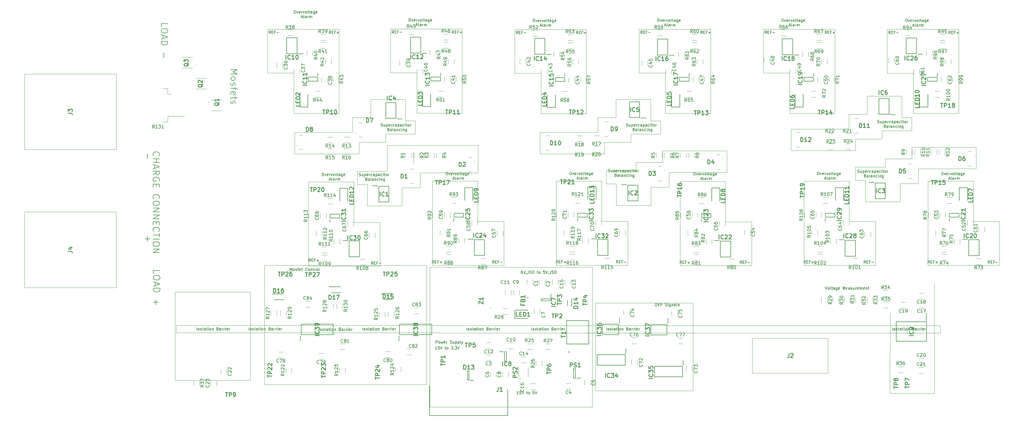
<source format=gto>
%TF.GenerationSoftware,KiCad,Pcbnew,(5.1.7)-1*%
%TF.CreationDate,2021-03-15T08:37:38+01:00*%
%TF.ProjectId,SuperCap Small,53757065-7243-4617-9020-536d616c6c2e,rev?*%
%TF.SameCoordinates,Original*%
%TF.FileFunction,Legend,Top*%
%TF.FilePolarity,Positive*%
%FSLAX46Y46*%
G04 Gerber Fmt 4.6, Leading zero omitted, Abs format (unit mm)*
G04 Created by KiCad (PCBNEW (5.1.7)-1) date 2021-03-15 08:37:38*
%MOMM*%
%LPD*%
G01*
G04 APERTURE LIST*
%ADD10C,0.150000*%
%ADD11C,0.120000*%
%ADD12C,0.200000*%
%ADD13C,0.100000*%
%ADD14C,0.254000*%
G04 APERTURE END LIST*
D10*
X203913095Y-142509523D02*
X203629761Y-142104761D01*
X203427380Y-142509523D02*
X203427380Y-141659523D01*
X203751190Y-141659523D01*
X203832142Y-141700000D01*
X203872619Y-141740476D01*
X203913095Y-141821428D01*
X203913095Y-141942857D01*
X203872619Y-142023809D01*
X203832142Y-142064285D01*
X203751190Y-142104761D01*
X203427380Y-142104761D01*
X204277380Y-142064285D02*
X204560714Y-142064285D01*
X204682142Y-142509523D02*
X204277380Y-142509523D01*
X204277380Y-141659523D01*
X204682142Y-141659523D01*
X205329761Y-142064285D02*
X205046428Y-142064285D01*
X205046428Y-142509523D02*
X205046428Y-141659523D01*
X205451190Y-141659523D01*
X205775000Y-142185714D02*
X206422619Y-142185714D01*
X184713095Y-141609523D02*
X184429761Y-141204761D01*
X184227380Y-141609523D02*
X184227380Y-140759523D01*
X184551190Y-140759523D01*
X184632142Y-140800000D01*
X184672619Y-140840476D01*
X184713095Y-140921428D01*
X184713095Y-141042857D01*
X184672619Y-141123809D01*
X184632142Y-141164285D01*
X184551190Y-141204761D01*
X184227380Y-141204761D01*
X185077380Y-141164285D02*
X185360714Y-141164285D01*
X185482142Y-141609523D02*
X185077380Y-141609523D01*
X185077380Y-140759523D01*
X185482142Y-140759523D01*
X186129761Y-141164285D02*
X185846428Y-141164285D01*
X185846428Y-141609523D02*
X185846428Y-140759523D01*
X186251190Y-140759523D01*
X186575000Y-141285714D02*
X187222619Y-141285714D01*
X186898809Y-141609523D02*
X186898809Y-140961904D01*
X188436904Y-114370023D02*
X188598809Y-114370023D01*
X188679761Y-114410500D01*
X188760714Y-114491452D01*
X188801190Y-114653357D01*
X188801190Y-114936690D01*
X188760714Y-115098595D01*
X188679761Y-115179547D01*
X188598809Y-115220023D01*
X188436904Y-115220023D01*
X188355952Y-115179547D01*
X188275000Y-115098595D01*
X188234523Y-114936690D01*
X188234523Y-114653357D01*
X188275000Y-114491452D01*
X188355952Y-114410500D01*
X188436904Y-114370023D01*
X189084523Y-114653357D02*
X189286904Y-115220023D01*
X189489285Y-114653357D01*
X190136904Y-115179547D02*
X190055952Y-115220023D01*
X189894047Y-115220023D01*
X189813095Y-115179547D01*
X189772619Y-115098595D01*
X189772619Y-114774785D01*
X189813095Y-114693833D01*
X189894047Y-114653357D01*
X190055952Y-114653357D01*
X190136904Y-114693833D01*
X190177380Y-114774785D01*
X190177380Y-114855738D01*
X189772619Y-114936690D01*
X190541666Y-115220023D02*
X190541666Y-114653357D01*
X190541666Y-114815261D02*
X190582142Y-114734309D01*
X190622619Y-114693833D01*
X190703571Y-114653357D01*
X190784523Y-114653357D01*
X190986904Y-114653357D02*
X191189285Y-115220023D01*
X191391666Y-114653357D01*
X191836904Y-115220023D02*
X191755952Y-115179547D01*
X191715476Y-115139071D01*
X191675000Y-115058119D01*
X191675000Y-114815261D01*
X191715476Y-114734309D01*
X191755952Y-114693833D01*
X191836904Y-114653357D01*
X191958333Y-114653357D01*
X192039285Y-114693833D01*
X192079761Y-114734309D01*
X192120238Y-114815261D01*
X192120238Y-115058119D01*
X192079761Y-115139071D01*
X192039285Y-115179547D01*
X191958333Y-115220023D01*
X191836904Y-115220023D01*
X192605952Y-115220023D02*
X192525000Y-115179547D01*
X192484523Y-115098595D01*
X192484523Y-114370023D01*
X192808333Y-114653357D02*
X193132142Y-114653357D01*
X192929761Y-114370023D02*
X192929761Y-115098595D01*
X192970238Y-115179547D01*
X193051190Y-115220023D01*
X193132142Y-115220023D01*
X193779761Y-115220023D02*
X193779761Y-114774785D01*
X193739285Y-114693833D01*
X193658333Y-114653357D01*
X193496428Y-114653357D01*
X193415476Y-114693833D01*
X193779761Y-115179547D02*
X193698809Y-115220023D01*
X193496428Y-115220023D01*
X193415476Y-115179547D01*
X193375000Y-115098595D01*
X193375000Y-115017642D01*
X193415476Y-114936690D01*
X193496428Y-114896214D01*
X193698809Y-114896214D01*
X193779761Y-114855738D01*
X194548809Y-114653357D02*
X194548809Y-115341452D01*
X194508333Y-115422404D01*
X194467857Y-115462880D01*
X194386904Y-115503357D01*
X194265476Y-115503357D01*
X194184523Y-115462880D01*
X194548809Y-115179547D02*
X194467857Y-115220023D01*
X194305952Y-115220023D01*
X194225000Y-115179547D01*
X194184523Y-115139071D01*
X194144047Y-115058119D01*
X194144047Y-114815261D01*
X194184523Y-114734309D01*
X194225000Y-114693833D01*
X194305952Y-114653357D01*
X194467857Y-114653357D01*
X194548809Y-114693833D01*
X195277380Y-115179547D02*
X195196428Y-115220023D01*
X195034523Y-115220023D01*
X194953571Y-115179547D01*
X194913095Y-115098595D01*
X194913095Y-114774785D01*
X194953571Y-114693833D01*
X195034523Y-114653357D01*
X195196428Y-114653357D01*
X195277380Y-114693833D01*
X195317857Y-114774785D01*
X195317857Y-114855738D01*
X194913095Y-114936690D01*
X190460714Y-116402166D02*
X190865476Y-116402166D01*
X190379761Y-116645023D02*
X190663095Y-115795023D01*
X190946428Y-116645023D01*
X191351190Y-116645023D02*
X191270238Y-116604547D01*
X191229761Y-116523595D01*
X191229761Y-115795023D01*
X192039285Y-116645023D02*
X192039285Y-116199785D01*
X191998809Y-116118833D01*
X191917857Y-116078357D01*
X191755952Y-116078357D01*
X191675000Y-116118833D01*
X192039285Y-116604547D02*
X191958333Y-116645023D01*
X191755952Y-116645023D01*
X191675000Y-116604547D01*
X191634523Y-116523595D01*
X191634523Y-116442642D01*
X191675000Y-116361690D01*
X191755952Y-116321214D01*
X191958333Y-116321214D01*
X192039285Y-116280738D01*
X192444047Y-116645023D02*
X192444047Y-116078357D01*
X192444047Y-116240261D02*
X192484523Y-116159309D01*
X192525000Y-116118833D01*
X192605952Y-116078357D01*
X192686904Y-116078357D01*
X192970238Y-116645023D02*
X192970238Y-116078357D01*
X192970238Y-116159309D02*
X193010714Y-116118833D01*
X193091666Y-116078357D01*
X193213095Y-116078357D01*
X193294047Y-116118833D01*
X193334523Y-116199785D01*
X193334523Y-116645023D01*
X193334523Y-116199785D02*
X193375000Y-116118833D01*
X193455952Y-116078357D01*
X193577380Y-116078357D01*
X193658333Y-116118833D01*
X193698809Y-116199785D01*
X193698809Y-116645023D01*
D11*
X197992000Y-117150000D02*
X184075000Y-117150000D01*
X206075000Y-143048000D02*
X206075000Y-129548000D01*
X197992000Y-129548000D02*
X197992000Y-117150000D01*
X184075000Y-143048000D02*
X184075000Y-117150000D01*
X206075000Y-143048000D02*
X184075000Y-143048000D01*
X197992000Y-129548000D02*
X206075000Y-129548000D01*
X260250000Y-142748000D02*
X260250000Y-116850000D01*
X274167000Y-129248000D02*
X274167000Y-116850000D01*
X282250000Y-142748000D02*
X282250000Y-129248000D01*
X274167000Y-116850000D02*
X260250000Y-116850000D01*
X274167000Y-129248000D02*
X282250000Y-129248000D01*
X282250000Y-142748000D02*
X260250000Y-142748000D01*
D10*
X264611904Y-114070023D02*
X264773809Y-114070023D01*
X264854761Y-114110500D01*
X264935714Y-114191452D01*
X264976190Y-114353357D01*
X264976190Y-114636690D01*
X264935714Y-114798595D01*
X264854761Y-114879547D01*
X264773809Y-114920023D01*
X264611904Y-114920023D01*
X264530952Y-114879547D01*
X264450000Y-114798595D01*
X264409523Y-114636690D01*
X264409523Y-114353357D01*
X264450000Y-114191452D01*
X264530952Y-114110500D01*
X264611904Y-114070023D01*
X265259523Y-114353357D02*
X265461904Y-114920023D01*
X265664285Y-114353357D01*
X266311904Y-114879547D02*
X266230952Y-114920023D01*
X266069047Y-114920023D01*
X265988095Y-114879547D01*
X265947619Y-114798595D01*
X265947619Y-114474785D01*
X265988095Y-114393833D01*
X266069047Y-114353357D01*
X266230952Y-114353357D01*
X266311904Y-114393833D01*
X266352380Y-114474785D01*
X266352380Y-114555738D01*
X265947619Y-114636690D01*
X266716666Y-114920023D02*
X266716666Y-114353357D01*
X266716666Y-114515261D02*
X266757142Y-114434309D01*
X266797619Y-114393833D01*
X266878571Y-114353357D01*
X266959523Y-114353357D01*
X267161904Y-114353357D02*
X267364285Y-114920023D01*
X267566666Y-114353357D01*
X268011904Y-114920023D02*
X267930952Y-114879547D01*
X267890476Y-114839071D01*
X267850000Y-114758119D01*
X267850000Y-114515261D01*
X267890476Y-114434309D01*
X267930952Y-114393833D01*
X268011904Y-114353357D01*
X268133333Y-114353357D01*
X268214285Y-114393833D01*
X268254761Y-114434309D01*
X268295238Y-114515261D01*
X268295238Y-114758119D01*
X268254761Y-114839071D01*
X268214285Y-114879547D01*
X268133333Y-114920023D01*
X268011904Y-114920023D01*
X268780952Y-114920023D02*
X268700000Y-114879547D01*
X268659523Y-114798595D01*
X268659523Y-114070023D01*
X268983333Y-114353357D02*
X269307142Y-114353357D01*
X269104761Y-114070023D02*
X269104761Y-114798595D01*
X269145238Y-114879547D01*
X269226190Y-114920023D01*
X269307142Y-114920023D01*
X269954761Y-114920023D02*
X269954761Y-114474785D01*
X269914285Y-114393833D01*
X269833333Y-114353357D01*
X269671428Y-114353357D01*
X269590476Y-114393833D01*
X269954761Y-114879547D02*
X269873809Y-114920023D01*
X269671428Y-114920023D01*
X269590476Y-114879547D01*
X269550000Y-114798595D01*
X269550000Y-114717642D01*
X269590476Y-114636690D01*
X269671428Y-114596214D01*
X269873809Y-114596214D01*
X269954761Y-114555738D01*
X270723809Y-114353357D02*
X270723809Y-115041452D01*
X270683333Y-115122404D01*
X270642857Y-115162880D01*
X270561904Y-115203357D01*
X270440476Y-115203357D01*
X270359523Y-115162880D01*
X270723809Y-114879547D02*
X270642857Y-114920023D01*
X270480952Y-114920023D01*
X270400000Y-114879547D01*
X270359523Y-114839071D01*
X270319047Y-114758119D01*
X270319047Y-114515261D01*
X270359523Y-114434309D01*
X270400000Y-114393833D01*
X270480952Y-114353357D01*
X270642857Y-114353357D01*
X270723809Y-114393833D01*
X271452380Y-114879547D02*
X271371428Y-114920023D01*
X271209523Y-114920023D01*
X271128571Y-114879547D01*
X271088095Y-114798595D01*
X271088095Y-114474785D01*
X271128571Y-114393833D01*
X271209523Y-114353357D01*
X271371428Y-114353357D01*
X271452380Y-114393833D01*
X271492857Y-114474785D01*
X271492857Y-114555738D01*
X271088095Y-114636690D01*
X266635714Y-116102166D02*
X267040476Y-116102166D01*
X266554761Y-116345023D02*
X266838095Y-115495023D01*
X267121428Y-116345023D01*
X267526190Y-116345023D02*
X267445238Y-116304547D01*
X267404761Y-116223595D01*
X267404761Y-115495023D01*
X268214285Y-116345023D02*
X268214285Y-115899785D01*
X268173809Y-115818833D01*
X268092857Y-115778357D01*
X267930952Y-115778357D01*
X267850000Y-115818833D01*
X268214285Y-116304547D02*
X268133333Y-116345023D01*
X267930952Y-116345023D01*
X267850000Y-116304547D01*
X267809523Y-116223595D01*
X267809523Y-116142642D01*
X267850000Y-116061690D01*
X267930952Y-116021214D01*
X268133333Y-116021214D01*
X268214285Y-115980738D01*
X268619047Y-116345023D02*
X268619047Y-115778357D01*
X268619047Y-115940261D02*
X268659523Y-115859309D01*
X268700000Y-115818833D01*
X268780952Y-115778357D01*
X268861904Y-115778357D01*
X269145238Y-116345023D02*
X269145238Y-115778357D01*
X269145238Y-115859309D02*
X269185714Y-115818833D01*
X269266666Y-115778357D01*
X269388095Y-115778357D01*
X269469047Y-115818833D01*
X269509523Y-115899785D01*
X269509523Y-116345023D01*
X269509523Y-115899785D02*
X269550000Y-115818833D01*
X269630952Y-115778357D01*
X269752380Y-115778357D01*
X269833333Y-115818833D01*
X269873809Y-115899785D01*
X269873809Y-116345023D01*
X279238095Y-142132523D02*
X278954761Y-141727761D01*
X278752380Y-142132523D02*
X278752380Y-141282523D01*
X279076190Y-141282523D01*
X279157142Y-141323000D01*
X279197619Y-141363476D01*
X279238095Y-141444428D01*
X279238095Y-141565857D01*
X279197619Y-141646809D01*
X279157142Y-141687285D01*
X279076190Y-141727761D01*
X278752380Y-141727761D01*
X279602380Y-141687285D02*
X279885714Y-141687285D01*
X280007142Y-142132523D02*
X279602380Y-142132523D01*
X279602380Y-141282523D01*
X280007142Y-141282523D01*
X280654761Y-141687285D02*
X280371428Y-141687285D01*
X280371428Y-142132523D02*
X280371428Y-141282523D01*
X280776190Y-141282523D01*
X281100000Y-141808714D02*
X281747619Y-141808714D01*
X260738095Y-142132523D02*
X260454761Y-141727761D01*
X260252380Y-142132523D02*
X260252380Y-141282523D01*
X260576190Y-141282523D01*
X260657142Y-141323000D01*
X260697619Y-141363476D01*
X260738095Y-141444428D01*
X260738095Y-141565857D01*
X260697619Y-141646809D01*
X260657142Y-141687285D01*
X260576190Y-141727761D01*
X260252380Y-141727761D01*
X261102380Y-141687285D02*
X261385714Y-141687285D01*
X261507142Y-142132523D02*
X261102380Y-142132523D01*
X261102380Y-141282523D01*
X261507142Y-141282523D01*
X262154761Y-141687285D02*
X261871428Y-141687285D01*
X261871428Y-142132523D02*
X261871428Y-141282523D01*
X262276190Y-141282523D01*
X262600000Y-141808714D02*
X263247619Y-141808714D01*
X262923809Y-142132523D02*
X262923809Y-141484904D01*
X222663095Y-142182523D02*
X222379761Y-141777761D01*
X222177380Y-142182523D02*
X222177380Y-141332523D01*
X222501190Y-141332523D01*
X222582142Y-141373000D01*
X222622619Y-141413476D01*
X222663095Y-141494428D01*
X222663095Y-141615857D01*
X222622619Y-141696809D01*
X222582142Y-141737285D01*
X222501190Y-141777761D01*
X222177380Y-141777761D01*
X223027380Y-141737285D02*
X223310714Y-141737285D01*
X223432142Y-142182523D02*
X223027380Y-142182523D01*
X223027380Y-141332523D01*
X223432142Y-141332523D01*
X224079761Y-141737285D02*
X223796428Y-141737285D01*
X223796428Y-142182523D02*
X223796428Y-141332523D01*
X224201190Y-141332523D01*
X224525000Y-141858714D02*
X225172619Y-141858714D01*
X224848809Y-142182523D02*
X224848809Y-141534904D01*
X241163095Y-142182523D02*
X240879761Y-141777761D01*
X240677380Y-142182523D02*
X240677380Y-141332523D01*
X241001190Y-141332523D01*
X241082142Y-141373000D01*
X241122619Y-141413476D01*
X241163095Y-141494428D01*
X241163095Y-141615857D01*
X241122619Y-141696809D01*
X241082142Y-141737285D01*
X241001190Y-141777761D01*
X240677380Y-141777761D01*
X241527380Y-141737285D02*
X241810714Y-141737285D01*
X241932142Y-142182523D02*
X241527380Y-142182523D01*
X241527380Y-141332523D01*
X241932142Y-141332523D01*
X242579761Y-141737285D02*
X242296428Y-141737285D01*
X242296428Y-142182523D02*
X242296428Y-141332523D01*
X242701190Y-141332523D01*
X243025000Y-141858714D02*
X243672619Y-141858714D01*
X226536904Y-114120023D02*
X226698809Y-114120023D01*
X226779761Y-114160500D01*
X226860714Y-114241452D01*
X226901190Y-114403357D01*
X226901190Y-114686690D01*
X226860714Y-114848595D01*
X226779761Y-114929547D01*
X226698809Y-114970023D01*
X226536904Y-114970023D01*
X226455952Y-114929547D01*
X226375000Y-114848595D01*
X226334523Y-114686690D01*
X226334523Y-114403357D01*
X226375000Y-114241452D01*
X226455952Y-114160500D01*
X226536904Y-114120023D01*
X227184523Y-114403357D02*
X227386904Y-114970023D01*
X227589285Y-114403357D01*
X228236904Y-114929547D02*
X228155952Y-114970023D01*
X227994047Y-114970023D01*
X227913095Y-114929547D01*
X227872619Y-114848595D01*
X227872619Y-114524785D01*
X227913095Y-114443833D01*
X227994047Y-114403357D01*
X228155952Y-114403357D01*
X228236904Y-114443833D01*
X228277380Y-114524785D01*
X228277380Y-114605738D01*
X227872619Y-114686690D01*
X228641666Y-114970023D02*
X228641666Y-114403357D01*
X228641666Y-114565261D02*
X228682142Y-114484309D01*
X228722619Y-114443833D01*
X228803571Y-114403357D01*
X228884523Y-114403357D01*
X229086904Y-114403357D02*
X229289285Y-114970023D01*
X229491666Y-114403357D01*
X229936904Y-114970023D02*
X229855952Y-114929547D01*
X229815476Y-114889071D01*
X229775000Y-114808119D01*
X229775000Y-114565261D01*
X229815476Y-114484309D01*
X229855952Y-114443833D01*
X229936904Y-114403357D01*
X230058333Y-114403357D01*
X230139285Y-114443833D01*
X230179761Y-114484309D01*
X230220238Y-114565261D01*
X230220238Y-114808119D01*
X230179761Y-114889071D01*
X230139285Y-114929547D01*
X230058333Y-114970023D01*
X229936904Y-114970023D01*
X230705952Y-114970023D02*
X230625000Y-114929547D01*
X230584523Y-114848595D01*
X230584523Y-114120023D01*
X230908333Y-114403357D02*
X231232142Y-114403357D01*
X231029761Y-114120023D02*
X231029761Y-114848595D01*
X231070238Y-114929547D01*
X231151190Y-114970023D01*
X231232142Y-114970023D01*
X231879761Y-114970023D02*
X231879761Y-114524785D01*
X231839285Y-114443833D01*
X231758333Y-114403357D01*
X231596428Y-114403357D01*
X231515476Y-114443833D01*
X231879761Y-114929547D02*
X231798809Y-114970023D01*
X231596428Y-114970023D01*
X231515476Y-114929547D01*
X231475000Y-114848595D01*
X231475000Y-114767642D01*
X231515476Y-114686690D01*
X231596428Y-114646214D01*
X231798809Y-114646214D01*
X231879761Y-114605738D01*
X232648809Y-114403357D02*
X232648809Y-115091452D01*
X232608333Y-115172404D01*
X232567857Y-115212880D01*
X232486904Y-115253357D01*
X232365476Y-115253357D01*
X232284523Y-115212880D01*
X232648809Y-114929547D02*
X232567857Y-114970023D01*
X232405952Y-114970023D01*
X232325000Y-114929547D01*
X232284523Y-114889071D01*
X232244047Y-114808119D01*
X232244047Y-114565261D01*
X232284523Y-114484309D01*
X232325000Y-114443833D01*
X232405952Y-114403357D01*
X232567857Y-114403357D01*
X232648809Y-114443833D01*
X233377380Y-114929547D02*
X233296428Y-114970023D01*
X233134523Y-114970023D01*
X233053571Y-114929547D01*
X233013095Y-114848595D01*
X233013095Y-114524785D01*
X233053571Y-114443833D01*
X233134523Y-114403357D01*
X233296428Y-114403357D01*
X233377380Y-114443833D01*
X233417857Y-114524785D01*
X233417857Y-114605738D01*
X233013095Y-114686690D01*
X228560714Y-116152166D02*
X228965476Y-116152166D01*
X228479761Y-116395023D02*
X228763095Y-115545023D01*
X229046428Y-116395023D01*
X229451190Y-116395023D02*
X229370238Y-116354547D01*
X229329761Y-116273595D01*
X229329761Y-115545023D01*
X230139285Y-116395023D02*
X230139285Y-115949785D01*
X230098809Y-115868833D01*
X230017857Y-115828357D01*
X229855952Y-115828357D01*
X229775000Y-115868833D01*
X230139285Y-116354547D02*
X230058333Y-116395023D01*
X229855952Y-116395023D01*
X229775000Y-116354547D01*
X229734523Y-116273595D01*
X229734523Y-116192642D01*
X229775000Y-116111690D01*
X229855952Y-116071214D01*
X230058333Y-116071214D01*
X230139285Y-116030738D01*
X230544047Y-116395023D02*
X230544047Y-115828357D01*
X230544047Y-115990261D02*
X230584523Y-115909309D01*
X230625000Y-115868833D01*
X230705952Y-115828357D01*
X230786904Y-115828357D01*
X231070238Y-116395023D02*
X231070238Y-115828357D01*
X231070238Y-115909309D02*
X231110714Y-115868833D01*
X231191666Y-115828357D01*
X231313095Y-115828357D01*
X231394047Y-115868833D01*
X231434523Y-115949785D01*
X231434523Y-116395023D01*
X231434523Y-115949785D02*
X231475000Y-115868833D01*
X231555952Y-115828357D01*
X231677380Y-115828357D01*
X231758333Y-115868833D01*
X231798809Y-115949785D01*
X231798809Y-116395023D01*
D11*
X244175000Y-142798000D02*
X222175000Y-142798000D01*
X236092000Y-129298000D02*
X244175000Y-129298000D01*
X236092000Y-116900000D02*
X222175000Y-116900000D01*
X244175000Y-142798000D02*
X244175000Y-129298000D01*
X236092000Y-129298000D02*
X236092000Y-116900000D01*
X222175000Y-142798000D02*
X222175000Y-116900000D01*
X370083000Y-96048000D02*
X384000000Y-96048000D01*
X384000000Y-70150000D02*
X384000000Y-96048000D01*
X362000000Y-70150000D02*
X362000000Y-83650000D01*
D10*
X381488095Y-71534523D02*
X381204761Y-71129761D01*
X381002380Y-71534523D02*
X381002380Y-70684523D01*
X381326190Y-70684523D01*
X381407142Y-70725000D01*
X381447619Y-70765476D01*
X381488095Y-70846428D01*
X381488095Y-70967857D01*
X381447619Y-71048809D01*
X381407142Y-71089285D01*
X381326190Y-71129761D01*
X381002380Y-71129761D01*
X381852380Y-71089285D02*
X382135714Y-71089285D01*
X382257142Y-71534523D02*
X381852380Y-71534523D01*
X381852380Y-70684523D01*
X382257142Y-70684523D01*
X382904761Y-71089285D02*
X382621428Y-71089285D01*
X382621428Y-71534523D02*
X382621428Y-70684523D01*
X383026190Y-70684523D01*
X383350000Y-71210714D02*
X383997619Y-71210714D01*
X383673809Y-71534523D02*
X383673809Y-70886904D01*
X367836904Y-66972023D02*
X367998809Y-66972023D01*
X368079761Y-67012500D01*
X368160714Y-67093452D01*
X368201190Y-67255357D01*
X368201190Y-67538690D01*
X368160714Y-67700595D01*
X368079761Y-67781547D01*
X367998809Y-67822023D01*
X367836904Y-67822023D01*
X367755952Y-67781547D01*
X367675000Y-67700595D01*
X367634523Y-67538690D01*
X367634523Y-67255357D01*
X367675000Y-67093452D01*
X367755952Y-67012500D01*
X367836904Y-66972023D01*
X368484523Y-67255357D02*
X368686904Y-67822023D01*
X368889285Y-67255357D01*
X369536904Y-67781547D02*
X369455952Y-67822023D01*
X369294047Y-67822023D01*
X369213095Y-67781547D01*
X369172619Y-67700595D01*
X369172619Y-67376785D01*
X369213095Y-67295833D01*
X369294047Y-67255357D01*
X369455952Y-67255357D01*
X369536904Y-67295833D01*
X369577380Y-67376785D01*
X369577380Y-67457738D01*
X369172619Y-67538690D01*
X369941666Y-67822023D02*
X369941666Y-67255357D01*
X369941666Y-67417261D02*
X369982142Y-67336309D01*
X370022619Y-67295833D01*
X370103571Y-67255357D01*
X370184523Y-67255357D01*
X370386904Y-67255357D02*
X370589285Y-67822023D01*
X370791666Y-67255357D01*
X371236904Y-67822023D02*
X371155952Y-67781547D01*
X371115476Y-67741071D01*
X371075000Y-67660119D01*
X371075000Y-67417261D01*
X371115476Y-67336309D01*
X371155952Y-67295833D01*
X371236904Y-67255357D01*
X371358333Y-67255357D01*
X371439285Y-67295833D01*
X371479761Y-67336309D01*
X371520238Y-67417261D01*
X371520238Y-67660119D01*
X371479761Y-67741071D01*
X371439285Y-67781547D01*
X371358333Y-67822023D01*
X371236904Y-67822023D01*
X372005952Y-67822023D02*
X371925000Y-67781547D01*
X371884523Y-67700595D01*
X371884523Y-66972023D01*
X372208333Y-67255357D02*
X372532142Y-67255357D01*
X372329761Y-66972023D02*
X372329761Y-67700595D01*
X372370238Y-67781547D01*
X372451190Y-67822023D01*
X372532142Y-67822023D01*
X373179761Y-67822023D02*
X373179761Y-67376785D01*
X373139285Y-67295833D01*
X373058333Y-67255357D01*
X372896428Y-67255357D01*
X372815476Y-67295833D01*
X373179761Y-67781547D02*
X373098809Y-67822023D01*
X372896428Y-67822023D01*
X372815476Y-67781547D01*
X372775000Y-67700595D01*
X372775000Y-67619642D01*
X372815476Y-67538690D01*
X372896428Y-67498214D01*
X373098809Y-67498214D01*
X373179761Y-67457738D01*
X373948809Y-67255357D02*
X373948809Y-67943452D01*
X373908333Y-68024404D01*
X373867857Y-68064880D01*
X373786904Y-68105357D01*
X373665476Y-68105357D01*
X373584523Y-68064880D01*
X373948809Y-67781547D02*
X373867857Y-67822023D01*
X373705952Y-67822023D01*
X373625000Y-67781547D01*
X373584523Y-67741071D01*
X373544047Y-67660119D01*
X373544047Y-67417261D01*
X373584523Y-67336309D01*
X373625000Y-67295833D01*
X373705952Y-67255357D01*
X373867857Y-67255357D01*
X373948809Y-67295833D01*
X374677380Y-67781547D02*
X374596428Y-67822023D01*
X374434523Y-67822023D01*
X374353571Y-67781547D01*
X374313095Y-67700595D01*
X374313095Y-67376785D01*
X374353571Y-67295833D01*
X374434523Y-67255357D01*
X374596428Y-67255357D01*
X374677380Y-67295833D01*
X374717857Y-67376785D01*
X374717857Y-67457738D01*
X374313095Y-67538690D01*
X369860714Y-69004166D02*
X370265476Y-69004166D01*
X369779761Y-69247023D02*
X370063095Y-68397023D01*
X370346428Y-69247023D01*
X370751190Y-69247023D02*
X370670238Y-69206547D01*
X370629761Y-69125595D01*
X370629761Y-68397023D01*
X371439285Y-69247023D02*
X371439285Y-68801785D01*
X371398809Y-68720833D01*
X371317857Y-68680357D01*
X371155952Y-68680357D01*
X371075000Y-68720833D01*
X371439285Y-69206547D02*
X371358333Y-69247023D01*
X371155952Y-69247023D01*
X371075000Y-69206547D01*
X371034523Y-69125595D01*
X371034523Y-69044642D01*
X371075000Y-68963690D01*
X371155952Y-68923214D01*
X371358333Y-68923214D01*
X371439285Y-68882738D01*
X371844047Y-69247023D02*
X371844047Y-68680357D01*
X371844047Y-68842261D02*
X371884523Y-68761309D01*
X371925000Y-68720833D01*
X372005952Y-68680357D01*
X372086904Y-68680357D01*
X372370238Y-69247023D02*
X372370238Y-68680357D01*
X372370238Y-68761309D02*
X372410714Y-68720833D01*
X372491666Y-68680357D01*
X372613095Y-68680357D01*
X372694047Y-68720833D01*
X372734523Y-68801785D01*
X372734523Y-69247023D01*
X372734523Y-68801785D02*
X372775000Y-68720833D01*
X372855952Y-68680357D01*
X372977380Y-68680357D01*
X373058333Y-68720833D01*
X373098809Y-68801785D01*
X373098809Y-69247023D01*
X362988095Y-71534523D02*
X362704761Y-71129761D01*
X362502380Y-71534523D02*
X362502380Y-70684523D01*
X362826190Y-70684523D01*
X362907142Y-70725000D01*
X362947619Y-70765476D01*
X362988095Y-70846428D01*
X362988095Y-70967857D01*
X362947619Y-71048809D01*
X362907142Y-71089285D01*
X362826190Y-71129761D01*
X362502380Y-71129761D01*
X363352380Y-71089285D02*
X363635714Y-71089285D01*
X363757142Y-71534523D02*
X363352380Y-71534523D01*
X363352380Y-70684523D01*
X363757142Y-70684523D01*
X364404761Y-71089285D02*
X364121428Y-71089285D01*
X364121428Y-71534523D02*
X364121428Y-70684523D01*
X364526190Y-70684523D01*
X364850000Y-71210714D02*
X365497619Y-71210714D01*
D11*
X370083000Y-83650000D02*
X362000000Y-83650000D01*
X370083000Y-83650000D02*
X370083000Y-96048000D01*
X362000000Y-70150000D02*
X384000000Y-70150000D01*
X358425000Y-142773000D02*
X336425000Y-142773000D01*
X350342000Y-129273000D02*
X358425000Y-129273000D01*
X358425000Y-142773000D02*
X358425000Y-129273000D01*
X350342000Y-129273000D02*
X350342000Y-116875000D01*
X350342000Y-116875000D02*
X336425000Y-116875000D01*
X336425000Y-142773000D02*
X336425000Y-116875000D01*
D10*
X336913095Y-142157523D02*
X336629761Y-141752761D01*
X336427380Y-142157523D02*
X336427380Y-141307523D01*
X336751190Y-141307523D01*
X336832142Y-141348000D01*
X336872619Y-141388476D01*
X336913095Y-141469428D01*
X336913095Y-141590857D01*
X336872619Y-141671809D01*
X336832142Y-141712285D01*
X336751190Y-141752761D01*
X336427380Y-141752761D01*
X337277380Y-141712285D02*
X337560714Y-141712285D01*
X337682142Y-142157523D02*
X337277380Y-142157523D01*
X337277380Y-141307523D01*
X337682142Y-141307523D01*
X338329761Y-141712285D02*
X338046428Y-141712285D01*
X338046428Y-142157523D02*
X338046428Y-141307523D01*
X338451190Y-141307523D01*
X338775000Y-141833714D02*
X339422619Y-141833714D01*
X339098809Y-142157523D02*
X339098809Y-141509904D01*
X355413095Y-142157523D02*
X355129761Y-141752761D01*
X354927380Y-142157523D02*
X354927380Y-141307523D01*
X355251190Y-141307523D01*
X355332142Y-141348000D01*
X355372619Y-141388476D01*
X355413095Y-141469428D01*
X355413095Y-141590857D01*
X355372619Y-141671809D01*
X355332142Y-141712285D01*
X355251190Y-141752761D01*
X354927380Y-141752761D01*
X355777380Y-141712285D02*
X356060714Y-141712285D01*
X356182142Y-142157523D02*
X355777380Y-142157523D01*
X355777380Y-141307523D01*
X356182142Y-141307523D01*
X356829761Y-141712285D02*
X356546428Y-141712285D01*
X356546428Y-142157523D02*
X356546428Y-141307523D01*
X356951190Y-141307523D01*
X357275000Y-141833714D02*
X357922619Y-141833714D01*
X340786904Y-114095023D02*
X340948809Y-114095023D01*
X341029761Y-114135500D01*
X341110714Y-114216452D01*
X341151190Y-114378357D01*
X341151190Y-114661690D01*
X341110714Y-114823595D01*
X341029761Y-114904547D01*
X340948809Y-114945023D01*
X340786904Y-114945023D01*
X340705952Y-114904547D01*
X340625000Y-114823595D01*
X340584523Y-114661690D01*
X340584523Y-114378357D01*
X340625000Y-114216452D01*
X340705952Y-114135500D01*
X340786904Y-114095023D01*
X341434523Y-114378357D02*
X341636904Y-114945023D01*
X341839285Y-114378357D01*
X342486904Y-114904547D02*
X342405952Y-114945023D01*
X342244047Y-114945023D01*
X342163095Y-114904547D01*
X342122619Y-114823595D01*
X342122619Y-114499785D01*
X342163095Y-114418833D01*
X342244047Y-114378357D01*
X342405952Y-114378357D01*
X342486904Y-114418833D01*
X342527380Y-114499785D01*
X342527380Y-114580738D01*
X342122619Y-114661690D01*
X342891666Y-114945023D02*
X342891666Y-114378357D01*
X342891666Y-114540261D02*
X342932142Y-114459309D01*
X342972619Y-114418833D01*
X343053571Y-114378357D01*
X343134523Y-114378357D01*
X343336904Y-114378357D02*
X343539285Y-114945023D01*
X343741666Y-114378357D01*
X344186904Y-114945023D02*
X344105952Y-114904547D01*
X344065476Y-114864071D01*
X344025000Y-114783119D01*
X344025000Y-114540261D01*
X344065476Y-114459309D01*
X344105952Y-114418833D01*
X344186904Y-114378357D01*
X344308333Y-114378357D01*
X344389285Y-114418833D01*
X344429761Y-114459309D01*
X344470238Y-114540261D01*
X344470238Y-114783119D01*
X344429761Y-114864071D01*
X344389285Y-114904547D01*
X344308333Y-114945023D01*
X344186904Y-114945023D01*
X344955952Y-114945023D02*
X344875000Y-114904547D01*
X344834523Y-114823595D01*
X344834523Y-114095023D01*
X345158333Y-114378357D02*
X345482142Y-114378357D01*
X345279761Y-114095023D02*
X345279761Y-114823595D01*
X345320238Y-114904547D01*
X345401190Y-114945023D01*
X345482142Y-114945023D01*
X346129761Y-114945023D02*
X346129761Y-114499785D01*
X346089285Y-114418833D01*
X346008333Y-114378357D01*
X345846428Y-114378357D01*
X345765476Y-114418833D01*
X346129761Y-114904547D02*
X346048809Y-114945023D01*
X345846428Y-114945023D01*
X345765476Y-114904547D01*
X345725000Y-114823595D01*
X345725000Y-114742642D01*
X345765476Y-114661690D01*
X345846428Y-114621214D01*
X346048809Y-114621214D01*
X346129761Y-114580738D01*
X346898809Y-114378357D02*
X346898809Y-115066452D01*
X346858333Y-115147404D01*
X346817857Y-115187880D01*
X346736904Y-115228357D01*
X346615476Y-115228357D01*
X346534523Y-115187880D01*
X346898809Y-114904547D02*
X346817857Y-114945023D01*
X346655952Y-114945023D01*
X346575000Y-114904547D01*
X346534523Y-114864071D01*
X346494047Y-114783119D01*
X346494047Y-114540261D01*
X346534523Y-114459309D01*
X346575000Y-114418833D01*
X346655952Y-114378357D01*
X346817857Y-114378357D01*
X346898809Y-114418833D01*
X347627380Y-114904547D02*
X347546428Y-114945023D01*
X347384523Y-114945023D01*
X347303571Y-114904547D01*
X347263095Y-114823595D01*
X347263095Y-114499785D01*
X347303571Y-114418833D01*
X347384523Y-114378357D01*
X347546428Y-114378357D01*
X347627380Y-114418833D01*
X347667857Y-114499785D01*
X347667857Y-114580738D01*
X347263095Y-114661690D01*
X342810714Y-116127166D02*
X343215476Y-116127166D01*
X342729761Y-116370023D02*
X343013095Y-115520023D01*
X343296428Y-116370023D01*
X343701190Y-116370023D02*
X343620238Y-116329547D01*
X343579761Y-116248595D01*
X343579761Y-115520023D01*
X344389285Y-116370023D02*
X344389285Y-115924785D01*
X344348809Y-115843833D01*
X344267857Y-115803357D01*
X344105952Y-115803357D01*
X344025000Y-115843833D01*
X344389285Y-116329547D02*
X344308333Y-116370023D01*
X344105952Y-116370023D01*
X344025000Y-116329547D01*
X343984523Y-116248595D01*
X343984523Y-116167642D01*
X344025000Y-116086690D01*
X344105952Y-116046214D01*
X344308333Y-116046214D01*
X344389285Y-116005738D01*
X344794047Y-116370023D02*
X344794047Y-115803357D01*
X344794047Y-115965261D02*
X344834523Y-115884309D01*
X344875000Y-115843833D01*
X344955952Y-115803357D01*
X345036904Y-115803357D01*
X345320238Y-116370023D02*
X345320238Y-115803357D01*
X345320238Y-115884309D02*
X345360714Y-115843833D01*
X345441666Y-115803357D01*
X345563095Y-115803357D01*
X345644047Y-115843833D01*
X345684523Y-115924785D01*
X345684523Y-116370023D01*
X345684523Y-115924785D02*
X345725000Y-115843833D01*
X345805952Y-115803357D01*
X345927380Y-115803357D01*
X346008333Y-115843833D01*
X346048809Y-115924785D01*
X346048809Y-116370023D01*
X298813095Y-142257523D02*
X298529761Y-141852761D01*
X298327380Y-142257523D02*
X298327380Y-141407523D01*
X298651190Y-141407523D01*
X298732142Y-141448000D01*
X298772619Y-141488476D01*
X298813095Y-141569428D01*
X298813095Y-141690857D01*
X298772619Y-141771809D01*
X298732142Y-141812285D01*
X298651190Y-141852761D01*
X298327380Y-141852761D01*
X299177380Y-141812285D02*
X299460714Y-141812285D01*
X299582142Y-142257523D02*
X299177380Y-142257523D01*
X299177380Y-141407523D01*
X299582142Y-141407523D01*
X300229761Y-141812285D02*
X299946428Y-141812285D01*
X299946428Y-142257523D02*
X299946428Y-141407523D01*
X300351190Y-141407523D01*
X300675000Y-141933714D02*
X301322619Y-141933714D01*
X300998809Y-142257523D02*
X300998809Y-141609904D01*
X317313095Y-142257523D02*
X317029761Y-141852761D01*
X316827380Y-142257523D02*
X316827380Y-141407523D01*
X317151190Y-141407523D01*
X317232142Y-141448000D01*
X317272619Y-141488476D01*
X317313095Y-141569428D01*
X317313095Y-141690857D01*
X317272619Y-141771809D01*
X317232142Y-141812285D01*
X317151190Y-141852761D01*
X316827380Y-141852761D01*
X317677380Y-141812285D02*
X317960714Y-141812285D01*
X318082142Y-142257523D02*
X317677380Y-142257523D01*
X317677380Y-141407523D01*
X318082142Y-141407523D01*
X318729761Y-141812285D02*
X318446428Y-141812285D01*
X318446428Y-142257523D02*
X318446428Y-141407523D01*
X318851190Y-141407523D01*
X319175000Y-141933714D02*
X319822619Y-141933714D01*
X302686904Y-114195023D02*
X302848809Y-114195023D01*
X302929761Y-114235500D01*
X303010714Y-114316452D01*
X303051190Y-114478357D01*
X303051190Y-114761690D01*
X303010714Y-114923595D01*
X302929761Y-115004547D01*
X302848809Y-115045023D01*
X302686904Y-115045023D01*
X302605952Y-115004547D01*
X302525000Y-114923595D01*
X302484523Y-114761690D01*
X302484523Y-114478357D01*
X302525000Y-114316452D01*
X302605952Y-114235500D01*
X302686904Y-114195023D01*
X303334523Y-114478357D02*
X303536904Y-115045023D01*
X303739285Y-114478357D01*
X304386904Y-115004547D02*
X304305952Y-115045023D01*
X304144047Y-115045023D01*
X304063095Y-115004547D01*
X304022619Y-114923595D01*
X304022619Y-114599785D01*
X304063095Y-114518833D01*
X304144047Y-114478357D01*
X304305952Y-114478357D01*
X304386904Y-114518833D01*
X304427380Y-114599785D01*
X304427380Y-114680738D01*
X304022619Y-114761690D01*
X304791666Y-115045023D02*
X304791666Y-114478357D01*
X304791666Y-114640261D02*
X304832142Y-114559309D01*
X304872619Y-114518833D01*
X304953571Y-114478357D01*
X305034523Y-114478357D01*
X305236904Y-114478357D02*
X305439285Y-115045023D01*
X305641666Y-114478357D01*
X306086904Y-115045023D02*
X306005952Y-115004547D01*
X305965476Y-114964071D01*
X305925000Y-114883119D01*
X305925000Y-114640261D01*
X305965476Y-114559309D01*
X306005952Y-114518833D01*
X306086904Y-114478357D01*
X306208333Y-114478357D01*
X306289285Y-114518833D01*
X306329761Y-114559309D01*
X306370238Y-114640261D01*
X306370238Y-114883119D01*
X306329761Y-114964071D01*
X306289285Y-115004547D01*
X306208333Y-115045023D01*
X306086904Y-115045023D01*
X306855952Y-115045023D02*
X306775000Y-115004547D01*
X306734523Y-114923595D01*
X306734523Y-114195023D01*
X307058333Y-114478357D02*
X307382142Y-114478357D01*
X307179761Y-114195023D02*
X307179761Y-114923595D01*
X307220238Y-115004547D01*
X307301190Y-115045023D01*
X307382142Y-115045023D01*
X308029761Y-115045023D02*
X308029761Y-114599785D01*
X307989285Y-114518833D01*
X307908333Y-114478357D01*
X307746428Y-114478357D01*
X307665476Y-114518833D01*
X308029761Y-115004547D02*
X307948809Y-115045023D01*
X307746428Y-115045023D01*
X307665476Y-115004547D01*
X307625000Y-114923595D01*
X307625000Y-114842642D01*
X307665476Y-114761690D01*
X307746428Y-114721214D01*
X307948809Y-114721214D01*
X308029761Y-114680738D01*
X308798809Y-114478357D02*
X308798809Y-115166452D01*
X308758333Y-115247404D01*
X308717857Y-115287880D01*
X308636904Y-115328357D01*
X308515476Y-115328357D01*
X308434523Y-115287880D01*
X308798809Y-115004547D02*
X308717857Y-115045023D01*
X308555952Y-115045023D01*
X308475000Y-115004547D01*
X308434523Y-114964071D01*
X308394047Y-114883119D01*
X308394047Y-114640261D01*
X308434523Y-114559309D01*
X308475000Y-114518833D01*
X308555952Y-114478357D01*
X308717857Y-114478357D01*
X308798809Y-114518833D01*
X309527380Y-115004547D02*
X309446428Y-115045023D01*
X309284523Y-115045023D01*
X309203571Y-115004547D01*
X309163095Y-114923595D01*
X309163095Y-114599785D01*
X309203571Y-114518833D01*
X309284523Y-114478357D01*
X309446428Y-114478357D01*
X309527380Y-114518833D01*
X309567857Y-114599785D01*
X309567857Y-114680738D01*
X309163095Y-114761690D01*
X304710714Y-116227166D02*
X305115476Y-116227166D01*
X304629761Y-116470023D02*
X304913095Y-115620023D01*
X305196428Y-116470023D01*
X305601190Y-116470023D02*
X305520238Y-116429547D01*
X305479761Y-116348595D01*
X305479761Y-115620023D01*
X306289285Y-116470023D02*
X306289285Y-116024785D01*
X306248809Y-115943833D01*
X306167857Y-115903357D01*
X306005952Y-115903357D01*
X305925000Y-115943833D01*
X306289285Y-116429547D02*
X306208333Y-116470023D01*
X306005952Y-116470023D01*
X305925000Y-116429547D01*
X305884523Y-116348595D01*
X305884523Y-116267642D01*
X305925000Y-116186690D01*
X306005952Y-116146214D01*
X306208333Y-116146214D01*
X306289285Y-116105738D01*
X306694047Y-116470023D02*
X306694047Y-115903357D01*
X306694047Y-116065261D02*
X306734523Y-115984309D01*
X306775000Y-115943833D01*
X306855952Y-115903357D01*
X306936904Y-115903357D01*
X307220238Y-116470023D02*
X307220238Y-115903357D01*
X307220238Y-115984309D02*
X307260714Y-115943833D01*
X307341666Y-115903357D01*
X307463095Y-115903357D01*
X307544047Y-115943833D01*
X307584523Y-116024785D01*
X307584523Y-116470023D01*
X307584523Y-116024785D02*
X307625000Y-115943833D01*
X307705952Y-115903357D01*
X307827380Y-115903357D01*
X307908333Y-115943833D01*
X307948809Y-116024785D01*
X307948809Y-116470023D01*
D11*
X312242000Y-129373000D02*
X320325000Y-129373000D01*
X320325000Y-142873000D02*
X298325000Y-142873000D01*
X320325000Y-142873000D02*
X320325000Y-129373000D01*
X312242000Y-129373000D02*
X312242000Y-116975000D01*
X312242000Y-116975000D02*
X298325000Y-116975000D01*
X298325000Y-142873000D02*
X298325000Y-116975000D01*
D10*
X375038095Y-142184523D02*
X374754761Y-141779761D01*
X374552380Y-142184523D02*
X374552380Y-141334523D01*
X374876190Y-141334523D01*
X374957142Y-141375000D01*
X374997619Y-141415476D01*
X375038095Y-141496428D01*
X375038095Y-141617857D01*
X374997619Y-141698809D01*
X374957142Y-141739285D01*
X374876190Y-141779761D01*
X374552380Y-141779761D01*
X375402380Y-141739285D02*
X375685714Y-141739285D01*
X375807142Y-142184523D02*
X375402380Y-142184523D01*
X375402380Y-141334523D01*
X375807142Y-141334523D01*
X376454761Y-141739285D02*
X376171428Y-141739285D01*
X376171428Y-142184523D02*
X376171428Y-141334523D01*
X376576190Y-141334523D01*
X376900000Y-141860714D02*
X377547619Y-141860714D01*
X377223809Y-142184523D02*
X377223809Y-141536904D01*
X378911904Y-114122023D02*
X379073809Y-114122023D01*
X379154761Y-114162500D01*
X379235714Y-114243452D01*
X379276190Y-114405357D01*
X379276190Y-114688690D01*
X379235714Y-114850595D01*
X379154761Y-114931547D01*
X379073809Y-114972023D01*
X378911904Y-114972023D01*
X378830952Y-114931547D01*
X378750000Y-114850595D01*
X378709523Y-114688690D01*
X378709523Y-114405357D01*
X378750000Y-114243452D01*
X378830952Y-114162500D01*
X378911904Y-114122023D01*
X379559523Y-114405357D02*
X379761904Y-114972023D01*
X379964285Y-114405357D01*
X380611904Y-114931547D02*
X380530952Y-114972023D01*
X380369047Y-114972023D01*
X380288095Y-114931547D01*
X380247619Y-114850595D01*
X380247619Y-114526785D01*
X380288095Y-114445833D01*
X380369047Y-114405357D01*
X380530952Y-114405357D01*
X380611904Y-114445833D01*
X380652380Y-114526785D01*
X380652380Y-114607738D01*
X380247619Y-114688690D01*
X381016666Y-114972023D02*
X381016666Y-114405357D01*
X381016666Y-114567261D02*
X381057142Y-114486309D01*
X381097619Y-114445833D01*
X381178571Y-114405357D01*
X381259523Y-114405357D01*
X381461904Y-114405357D02*
X381664285Y-114972023D01*
X381866666Y-114405357D01*
X382311904Y-114972023D02*
X382230952Y-114931547D01*
X382190476Y-114891071D01*
X382150000Y-114810119D01*
X382150000Y-114567261D01*
X382190476Y-114486309D01*
X382230952Y-114445833D01*
X382311904Y-114405357D01*
X382433333Y-114405357D01*
X382514285Y-114445833D01*
X382554761Y-114486309D01*
X382595238Y-114567261D01*
X382595238Y-114810119D01*
X382554761Y-114891071D01*
X382514285Y-114931547D01*
X382433333Y-114972023D01*
X382311904Y-114972023D01*
X383080952Y-114972023D02*
X383000000Y-114931547D01*
X382959523Y-114850595D01*
X382959523Y-114122023D01*
X383283333Y-114405357D02*
X383607142Y-114405357D01*
X383404761Y-114122023D02*
X383404761Y-114850595D01*
X383445238Y-114931547D01*
X383526190Y-114972023D01*
X383607142Y-114972023D01*
X384254761Y-114972023D02*
X384254761Y-114526785D01*
X384214285Y-114445833D01*
X384133333Y-114405357D01*
X383971428Y-114405357D01*
X383890476Y-114445833D01*
X384254761Y-114931547D02*
X384173809Y-114972023D01*
X383971428Y-114972023D01*
X383890476Y-114931547D01*
X383850000Y-114850595D01*
X383850000Y-114769642D01*
X383890476Y-114688690D01*
X383971428Y-114648214D01*
X384173809Y-114648214D01*
X384254761Y-114607738D01*
X385023809Y-114405357D02*
X385023809Y-115093452D01*
X384983333Y-115174404D01*
X384942857Y-115214880D01*
X384861904Y-115255357D01*
X384740476Y-115255357D01*
X384659523Y-115214880D01*
X385023809Y-114931547D02*
X384942857Y-114972023D01*
X384780952Y-114972023D01*
X384700000Y-114931547D01*
X384659523Y-114891071D01*
X384619047Y-114810119D01*
X384619047Y-114567261D01*
X384659523Y-114486309D01*
X384700000Y-114445833D01*
X384780952Y-114405357D01*
X384942857Y-114405357D01*
X385023809Y-114445833D01*
X385752380Y-114931547D02*
X385671428Y-114972023D01*
X385509523Y-114972023D01*
X385428571Y-114931547D01*
X385388095Y-114850595D01*
X385388095Y-114526785D01*
X385428571Y-114445833D01*
X385509523Y-114405357D01*
X385671428Y-114405357D01*
X385752380Y-114445833D01*
X385792857Y-114526785D01*
X385792857Y-114607738D01*
X385388095Y-114688690D01*
X380935714Y-116154166D02*
X381340476Y-116154166D01*
X380854761Y-116397023D02*
X381138095Y-115547023D01*
X381421428Y-116397023D01*
X381826190Y-116397023D02*
X381745238Y-116356547D01*
X381704761Y-116275595D01*
X381704761Y-115547023D01*
X382514285Y-116397023D02*
X382514285Y-115951785D01*
X382473809Y-115870833D01*
X382392857Y-115830357D01*
X382230952Y-115830357D01*
X382150000Y-115870833D01*
X382514285Y-116356547D02*
X382433333Y-116397023D01*
X382230952Y-116397023D01*
X382150000Y-116356547D01*
X382109523Y-116275595D01*
X382109523Y-116194642D01*
X382150000Y-116113690D01*
X382230952Y-116073214D01*
X382433333Y-116073214D01*
X382514285Y-116032738D01*
X382919047Y-116397023D02*
X382919047Y-115830357D01*
X382919047Y-115992261D02*
X382959523Y-115911309D01*
X383000000Y-115870833D01*
X383080952Y-115830357D01*
X383161904Y-115830357D01*
X383445238Y-116397023D02*
X383445238Y-115830357D01*
X383445238Y-115911309D02*
X383485714Y-115870833D01*
X383566666Y-115830357D01*
X383688095Y-115830357D01*
X383769047Y-115870833D01*
X383809523Y-115951785D01*
X383809523Y-116397023D01*
X383809523Y-115951785D02*
X383850000Y-115870833D01*
X383930952Y-115830357D01*
X384052380Y-115830357D01*
X384133333Y-115870833D01*
X384173809Y-115951785D01*
X384173809Y-116397023D01*
X393538095Y-142184523D02*
X393254761Y-141779761D01*
X393052380Y-142184523D02*
X393052380Y-141334523D01*
X393376190Y-141334523D01*
X393457142Y-141375000D01*
X393497619Y-141415476D01*
X393538095Y-141496428D01*
X393538095Y-141617857D01*
X393497619Y-141698809D01*
X393457142Y-141739285D01*
X393376190Y-141779761D01*
X393052380Y-141779761D01*
X393902380Y-141739285D02*
X394185714Y-141739285D01*
X394307142Y-142184523D02*
X393902380Y-142184523D01*
X393902380Y-141334523D01*
X394307142Y-141334523D01*
X394954761Y-141739285D02*
X394671428Y-141739285D01*
X394671428Y-142184523D02*
X394671428Y-141334523D01*
X395076190Y-141334523D01*
X395400000Y-141860714D02*
X396047619Y-141860714D01*
D11*
X388467000Y-116902000D02*
X374550000Y-116902000D01*
X388467000Y-129300000D02*
X396550000Y-129300000D01*
X388467000Y-129300000D02*
X388467000Y-116902000D01*
X396550000Y-142800000D02*
X374550000Y-142800000D01*
X374550000Y-142800000D02*
X374550000Y-116902000D01*
X396550000Y-142800000D02*
X396550000Y-129300000D01*
X323950000Y-70125000D02*
X323950000Y-83625000D01*
X332033000Y-83625000D02*
X332033000Y-96023000D01*
X332033000Y-83625000D02*
X323950000Y-83625000D01*
X323950000Y-70125000D02*
X345950000Y-70125000D01*
X332033000Y-96023000D02*
X345950000Y-96023000D01*
X345950000Y-70125000D02*
X345950000Y-96023000D01*
D10*
X324938095Y-71509523D02*
X324654761Y-71104761D01*
X324452380Y-71509523D02*
X324452380Y-70659523D01*
X324776190Y-70659523D01*
X324857142Y-70700000D01*
X324897619Y-70740476D01*
X324938095Y-70821428D01*
X324938095Y-70942857D01*
X324897619Y-71023809D01*
X324857142Y-71064285D01*
X324776190Y-71104761D01*
X324452380Y-71104761D01*
X325302380Y-71064285D02*
X325585714Y-71064285D01*
X325707142Y-71509523D02*
X325302380Y-71509523D01*
X325302380Y-70659523D01*
X325707142Y-70659523D01*
X326354761Y-71064285D02*
X326071428Y-71064285D01*
X326071428Y-71509523D02*
X326071428Y-70659523D01*
X326476190Y-70659523D01*
X326800000Y-71185714D02*
X327447619Y-71185714D01*
X343438095Y-71509523D02*
X343154761Y-71104761D01*
X342952380Y-71509523D02*
X342952380Y-70659523D01*
X343276190Y-70659523D01*
X343357142Y-70700000D01*
X343397619Y-70740476D01*
X343438095Y-70821428D01*
X343438095Y-70942857D01*
X343397619Y-71023809D01*
X343357142Y-71064285D01*
X343276190Y-71104761D01*
X342952380Y-71104761D01*
X343802380Y-71064285D02*
X344085714Y-71064285D01*
X344207142Y-71509523D02*
X343802380Y-71509523D01*
X343802380Y-70659523D01*
X344207142Y-70659523D01*
X344854761Y-71064285D02*
X344571428Y-71064285D01*
X344571428Y-71509523D02*
X344571428Y-70659523D01*
X344976190Y-70659523D01*
X345300000Y-71185714D02*
X345947619Y-71185714D01*
X345623809Y-71509523D02*
X345623809Y-70861904D01*
X329786904Y-66947023D02*
X329948809Y-66947023D01*
X330029761Y-66987500D01*
X330110714Y-67068452D01*
X330151190Y-67230357D01*
X330151190Y-67513690D01*
X330110714Y-67675595D01*
X330029761Y-67756547D01*
X329948809Y-67797023D01*
X329786904Y-67797023D01*
X329705952Y-67756547D01*
X329625000Y-67675595D01*
X329584523Y-67513690D01*
X329584523Y-67230357D01*
X329625000Y-67068452D01*
X329705952Y-66987500D01*
X329786904Y-66947023D01*
X330434523Y-67230357D02*
X330636904Y-67797023D01*
X330839285Y-67230357D01*
X331486904Y-67756547D02*
X331405952Y-67797023D01*
X331244047Y-67797023D01*
X331163095Y-67756547D01*
X331122619Y-67675595D01*
X331122619Y-67351785D01*
X331163095Y-67270833D01*
X331244047Y-67230357D01*
X331405952Y-67230357D01*
X331486904Y-67270833D01*
X331527380Y-67351785D01*
X331527380Y-67432738D01*
X331122619Y-67513690D01*
X331891666Y-67797023D02*
X331891666Y-67230357D01*
X331891666Y-67392261D02*
X331932142Y-67311309D01*
X331972619Y-67270833D01*
X332053571Y-67230357D01*
X332134523Y-67230357D01*
X332336904Y-67230357D02*
X332539285Y-67797023D01*
X332741666Y-67230357D01*
X333186904Y-67797023D02*
X333105952Y-67756547D01*
X333065476Y-67716071D01*
X333025000Y-67635119D01*
X333025000Y-67392261D01*
X333065476Y-67311309D01*
X333105952Y-67270833D01*
X333186904Y-67230357D01*
X333308333Y-67230357D01*
X333389285Y-67270833D01*
X333429761Y-67311309D01*
X333470238Y-67392261D01*
X333470238Y-67635119D01*
X333429761Y-67716071D01*
X333389285Y-67756547D01*
X333308333Y-67797023D01*
X333186904Y-67797023D01*
X333955952Y-67797023D02*
X333875000Y-67756547D01*
X333834523Y-67675595D01*
X333834523Y-66947023D01*
X334158333Y-67230357D02*
X334482142Y-67230357D01*
X334279761Y-66947023D02*
X334279761Y-67675595D01*
X334320238Y-67756547D01*
X334401190Y-67797023D01*
X334482142Y-67797023D01*
X335129761Y-67797023D02*
X335129761Y-67351785D01*
X335089285Y-67270833D01*
X335008333Y-67230357D01*
X334846428Y-67230357D01*
X334765476Y-67270833D01*
X335129761Y-67756547D02*
X335048809Y-67797023D01*
X334846428Y-67797023D01*
X334765476Y-67756547D01*
X334725000Y-67675595D01*
X334725000Y-67594642D01*
X334765476Y-67513690D01*
X334846428Y-67473214D01*
X335048809Y-67473214D01*
X335129761Y-67432738D01*
X335898809Y-67230357D02*
X335898809Y-67918452D01*
X335858333Y-67999404D01*
X335817857Y-68039880D01*
X335736904Y-68080357D01*
X335615476Y-68080357D01*
X335534523Y-68039880D01*
X335898809Y-67756547D02*
X335817857Y-67797023D01*
X335655952Y-67797023D01*
X335575000Y-67756547D01*
X335534523Y-67716071D01*
X335494047Y-67635119D01*
X335494047Y-67392261D01*
X335534523Y-67311309D01*
X335575000Y-67270833D01*
X335655952Y-67230357D01*
X335817857Y-67230357D01*
X335898809Y-67270833D01*
X336627380Y-67756547D02*
X336546428Y-67797023D01*
X336384523Y-67797023D01*
X336303571Y-67756547D01*
X336263095Y-67675595D01*
X336263095Y-67351785D01*
X336303571Y-67270833D01*
X336384523Y-67230357D01*
X336546428Y-67230357D01*
X336627380Y-67270833D01*
X336667857Y-67351785D01*
X336667857Y-67432738D01*
X336263095Y-67513690D01*
X331810714Y-68979166D02*
X332215476Y-68979166D01*
X331729761Y-69222023D02*
X332013095Y-68372023D01*
X332296428Y-69222023D01*
X332701190Y-69222023D02*
X332620238Y-69181547D01*
X332579761Y-69100595D01*
X332579761Y-68372023D01*
X333389285Y-69222023D02*
X333389285Y-68776785D01*
X333348809Y-68695833D01*
X333267857Y-68655357D01*
X333105952Y-68655357D01*
X333025000Y-68695833D01*
X333389285Y-69181547D02*
X333308333Y-69222023D01*
X333105952Y-69222023D01*
X333025000Y-69181547D01*
X332984523Y-69100595D01*
X332984523Y-69019642D01*
X333025000Y-68938690D01*
X333105952Y-68898214D01*
X333308333Y-68898214D01*
X333389285Y-68857738D01*
X333794047Y-69222023D02*
X333794047Y-68655357D01*
X333794047Y-68817261D02*
X333834523Y-68736309D01*
X333875000Y-68695833D01*
X333955952Y-68655357D01*
X334036904Y-68655357D01*
X334320238Y-69222023D02*
X334320238Y-68655357D01*
X334320238Y-68736309D02*
X334360714Y-68695833D01*
X334441666Y-68655357D01*
X334563095Y-68655357D01*
X334644047Y-68695833D01*
X334684523Y-68776785D01*
X334684523Y-69222023D01*
X334684523Y-68776785D02*
X334725000Y-68695833D01*
X334805952Y-68655357D01*
X334927380Y-68655357D01*
X335008333Y-68695833D01*
X335048809Y-68776785D01*
X335048809Y-69222023D01*
X291561904Y-66947023D02*
X291723809Y-66947023D01*
X291804761Y-66987500D01*
X291885714Y-67068452D01*
X291926190Y-67230357D01*
X291926190Y-67513690D01*
X291885714Y-67675595D01*
X291804761Y-67756547D01*
X291723809Y-67797023D01*
X291561904Y-67797023D01*
X291480952Y-67756547D01*
X291400000Y-67675595D01*
X291359523Y-67513690D01*
X291359523Y-67230357D01*
X291400000Y-67068452D01*
X291480952Y-66987500D01*
X291561904Y-66947023D01*
X292209523Y-67230357D02*
X292411904Y-67797023D01*
X292614285Y-67230357D01*
X293261904Y-67756547D02*
X293180952Y-67797023D01*
X293019047Y-67797023D01*
X292938095Y-67756547D01*
X292897619Y-67675595D01*
X292897619Y-67351785D01*
X292938095Y-67270833D01*
X293019047Y-67230357D01*
X293180952Y-67230357D01*
X293261904Y-67270833D01*
X293302380Y-67351785D01*
X293302380Y-67432738D01*
X292897619Y-67513690D01*
X293666666Y-67797023D02*
X293666666Y-67230357D01*
X293666666Y-67392261D02*
X293707142Y-67311309D01*
X293747619Y-67270833D01*
X293828571Y-67230357D01*
X293909523Y-67230357D01*
X294111904Y-67230357D02*
X294314285Y-67797023D01*
X294516666Y-67230357D01*
X294961904Y-67797023D02*
X294880952Y-67756547D01*
X294840476Y-67716071D01*
X294800000Y-67635119D01*
X294800000Y-67392261D01*
X294840476Y-67311309D01*
X294880952Y-67270833D01*
X294961904Y-67230357D01*
X295083333Y-67230357D01*
X295164285Y-67270833D01*
X295204761Y-67311309D01*
X295245238Y-67392261D01*
X295245238Y-67635119D01*
X295204761Y-67716071D01*
X295164285Y-67756547D01*
X295083333Y-67797023D01*
X294961904Y-67797023D01*
X295730952Y-67797023D02*
X295650000Y-67756547D01*
X295609523Y-67675595D01*
X295609523Y-66947023D01*
X295933333Y-67230357D02*
X296257142Y-67230357D01*
X296054761Y-66947023D02*
X296054761Y-67675595D01*
X296095238Y-67756547D01*
X296176190Y-67797023D01*
X296257142Y-67797023D01*
X296904761Y-67797023D02*
X296904761Y-67351785D01*
X296864285Y-67270833D01*
X296783333Y-67230357D01*
X296621428Y-67230357D01*
X296540476Y-67270833D01*
X296904761Y-67756547D02*
X296823809Y-67797023D01*
X296621428Y-67797023D01*
X296540476Y-67756547D01*
X296500000Y-67675595D01*
X296500000Y-67594642D01*
X296540476Y-67513690D01*
X296621428Y-67473214D01*
X296823809Y-67473214D01*
X296904761Y-67432738D01*
X297673809Y-67230357D02*
X297673809Y-67918452D01*
X297633333Y-67999404D01*
X297592857Y-68039880D01*
X297511904Y-68080357D01*
X297390476Y-68080357D01*
X297309523Y-68039880D01*
X297673809Y-67756547D02*
X297592857Y-67797023D01*
X297430952Y-67797023D01*
X297350000Y-67756547D01*
X297309523Y-67716071D01*
X297269047Y-67635119D01*
X297269047Y-67392261D01*
X297309523Y-67311309D01*
X297350000Y-67270833D01*
X297430952Y-67230357D01*
X297592857Y-67230357D01*
X297673809Y-67270833D01*
X298402380Y-67756547D02*
X298321428Y-67797023D01*
X298159523Y-67797023D01*
X298078571Y-67756547D01*
X298038095Y-67675595D01*
X298038095Y-67351785D01*
X298078571Y-67270833D01*
X298159523Y-67230357D01*
X298321428Y-67230357D01*
X298402380Y-67270833D01*
X298442857Y-67351785D01*
X298442857Y-67432738D01*
X298038095Y-67513690D01*
X293585714Y-68979166D02*
X293990476Y-68979166D01*
X293504761Y-69222023D02*
X293788095Y-68372023D01*
X294071428Y-69222023D01*
X294476190Y-69222023D02*
X294395238Y-69181547D01*
X294354761Y-69100595D01*
X294354761Y-68372023D01*
X295164285Y-69222023D02*
X295164285Y-68776785D01*
X295123809Y-68695833D01*
X295042857Y-68655357D01*
X294880952Y-68655357D01*
X294800000Y-68695833D01*
X295164285Y-69181547D02*
X295083333Y-69222023D01*
X294880952Y-69222023D01*
X294800000Y-69181547D01*
X294759523Y-69100595D01*
X294759523Y-69019642D01*
X294800000Y-68938690D01*
X294880952Y-68898214D01*
X295083333Y-68898214D01*
X295164285Y-68857738D01*
X295569047Y-69222023D02*
X295569047Y-68655357D01*
X295569047Y-68817261D02*
X295609523Y-68736309D01*
X295650000Y-68695833D01*
X295730952Y-68655357D01*
X295811904Y-68655357D01*
X296095238Y-69222023D02*
X296095238Y-68655357D01*
X296095238Y-68736309D02*
X296135714Y-68695833D01*
X296216666Y-68655357D01*
X296338095Y-68655357D01*
X296419047Y-68695833D01*
X296459523Y-68776785D01*
X296459523Y-69222023D01*
X296459523Y-68776785D02*
X296500000Y-68695833D01*
X296580952Y-68655357D01*
X296702380Y-68655357D01*
X296783333Y-68695833D01*
X296823809Y-68776785D01*
X296823809Y-69222023D01*
X305213095Y-71509523D02*
X304929761Y-71104761D01*
X304727380Y-71509523D02*
X304727380Y-70659523D01*
X305051190Y-70659523D01*
X305132142Y-70700000D01*
X305172619Y-70740476D01*
X305213095Y-70821428D01*
X305213095Y-70942857D01*
X305172619Y-71023809D01*
X305132142Y-71064285D01*
X305051190Y-71104761D01*
X304727380Y-71104761D01*
X305577380Y-71064285D02*
X305860714Y-71064285D01*
X305982142Y-71509523D02*
X305577380Y-71509523D01*
X305577380Y-70659523D01*
X305982142Y-70659523D01*
X306629761Y-71064285D02*
X306346428Y-71064285D01*
X306346428Y-71509523D02*
X306346428Y-70659523D01*
X306751190Y-70659523D01*
X307075000Y-71185714D02*
X307722619Y-71185714D01*
X307398809Y-71509523D02*
X307398809Y-70861904D01*
X286713095Y-71509523D02*
X286429761Y-71104761D01*
X286227380Y-71509523D02*
X286227380Y-70659523D01*
X286551190Y-70659523D01*
X286632142Y-70700000D01*
X286672619Y-70740476D01*
X286713095Y-70821428D01*
X286713095Y-70942857D01*
X286672619Y-71023809D01*
X286632142Y-71064285D01*
X286551190Y-71104761D01*
X286227380Y-71104761D01*
X287077380Y-71064285D02*
X287360714Y-71064285D01*
X287482142Y-71509523D02*
X287077380Y-71509523D01*
X287077380Y-70659523D01*
X287482142Y-70659523D01*
X288129761Y-71064285D02*
X287846428Y-71064285D01*
X287846428Y-71509523D02*
X287846428Y-70659523D01*
X288251190Y-70659523D01*
X288575000Y-71185714D02*
X289222619Y-71185714D01*
D11*
X307725000Y-70125000D02*
X307725000Y-96023000D01*
X293808000Y-96023000D02*
X307725000Y-96023000D01*
X285725000Y-70125000D02*
X307725000Y-70125000D01*
X293808000Y-83625000D02*
X285725000Y-83625000D01*
X293808000Y-83625000D02*
X293808000Y-96023000D01*
X285725000Y-70125000D02*
X285725000Y-83625000D01*
X209274000Y-70044000D02*
X209274000Y-83544000D01*
X247475000Y-70200000D02*
X247475000Y-83700000D01*
D10*
X266963095Y-71584523D02*
X266679761Y-71179761D01*
X266477380Y-71584523D02*
X266477380Y-70734523D01*
X266801190Y-70734523D01*
X266882142Y-70775000D01*
X266922619Y-70815476D01*
X266963095Y-70896428D01*
X266963095Y-71017857D01*
X266922619Y-71098809D01*
X266882142Y-71139285D01*
X266801190Y-71179761D01*
X266477380Y-71179761D01*
X267327380Y-71139285D02*
X267610714Y-71139285D01*
X267732142Y-71584523D02*
X267327380Y-71584523D01*
X267327380Y-70734523D01*
X267732142Y-70734523D01*
X268379761Y-71139285D02*
X268096428Y-71139285D01*
X268096428Y-71584523D02*
X268096428Y-70734523D01*
X268501190Y-70734523D01*
X268825000Y-71260714D02*
X269472619Y-71260714D01*
X269148809Y-71584523D02*
X269148809Y-70936904D01*
X248463095Y-71584523D02*
X248179761Y-71179761D01*
X247977380Y-71584523D02*
X247977380Y-70734523D01*
X248301190Y-70734523D01*
X248382142Y-70775000D01*
X248422619Y-70815476D01*
X248463095Y-70896428D01*
X248463095Y-71017857D01*
X248422619Y-71098809D01*
X248382142Y-71139285D01*
X248301190Y-71179761D01*
X247977380Y-71179761D01*
X248827380Y-71139285D02*
X249110714Y-71139285D01*
X249232142Y-71584523D02*
X248827380Y-71584523D01*
X248827380Y-70734523D01*
X249232142Y-70734523D01*
X249879761Y-71139285D02*
X249596428Y-71139285D01*
X249596428Y-71584523D02*
X249596428Y-70734523D01*
X250001190Y-70734523D01*
X250325000Y-71260714D02*
X250972619Y-71260714D01*
X253311904Y-67022023D02*
X253473809Y-67022023D01*
X253554761Y-67062500D01*
X253635714Y-67143452D01*
X253676190Y-67305357D01*
X253676190Y-67588690D01*
X253635714Y-67750595D01*
X253554761Y-67831547D01*
X253473809Y-67872023D01*
X253311904Y-67872023D01*
X253230952Y-67831547D01*
X253150000Y-67750595D01*
X253109523Y-67588690D01*
X253109523Y-67305357D01*
X253150000Y-67143452D01*
X253230952Y-67062500D01*
X253311904Y-67022023D01*
X253959523Y-67305357D02*
X254161904Y-67872023D01*
X254364285Y-67305357D01*
X255011904Y-67831547D02*
X254930952Y-67872023D01*
X254769047Y-67872023D01*
X254688095Y-67831547D01*
X254647619Y-67750595D01*
X254647619Y-67426785D01*
X254688095Y-67345833D01*
X254769047Y-67305357D01*
X254930952Y-67305357D01*
X255011904Y-67345833D01*
X255052380Y-67426785D01*
X255052380Y-67507738D01*
X254647619Y-67588690D01*
X255416666Y-67872023D02*
X255416666Y-67305357D01*
X255416666Y-67467261D02*
X255457142Y-67386309D01*
X255497619Y-67345833D01*
X255578571Y-67305357D01*
X255659523Y-67305357D01*
X255861904Y-67305357D02*
X256064285Y-67872023D01*
X256266666Y-67305357D01*
X256711904Y-67872023D02*
X256630952Y-67831547D01*
X256590476Y-67791071D01*
X256550000Y-67710119D01*
X256550000Y-67467261D01*
X256590476Y-67386309D01*
X256630952Y-67345833D01*
X256711904Y-67305357D01*
X256833333Y-67305357D01*
X256914285Y-67345833D01*
X256954761Y-67386309D01*
X256995238Y-67467261D01*
X256995238Y-67710119D01*
X256954761Y-67791071D01*
X256914285Y-67831547D01*
X256833333Y-67872023D01*
X256711904Y-67872023D01*
X257480952Y-67872023D02*
X257400000Y-67831547D01*
X257359523Y-67750595D01*
X257359523Y-67022023D01*
X257683333Y-67305357D02*
X258007142Y-67305357D01*
X257804761Y-67022023D02*
X257804761Y-67750595D01*
X257845238Y-67831547D01*
X257926190Y-67872023D01*
X258007142Y-67872023D01*
X258654761Y-67872023D02*
X258654761Y-67426785D01*
X258614285Y-67345833D01*
X258533333Y-67305357D01*
X258371428Y-67305357D01*
X258290476Y-67345833D01*
X258654761Y-67831547D02*
X258573809Y-67872023D01*
X258371428Y-67872023D01*
X258290476Y-67831547D01*
X258250000Y-67750595D01*
X258250000Y-67669642D01*
X258290476Y-67588690D01*
X258371428Y-67548214D01*
X258573809Y-67548214D01*
X258654761Y-67507738D01*
X259423809Y-67305357D02*
X259423809Y-67993452D01*
X259383333Y-68074404D01*
X259342857Y-68114880D01*
X259261904Y-68155357D01*
X259140476Y-68155357D01*
X259059523Y-68114880D01*
X259423809Y-67831547D02*
X259342857Y-67872023D01*
X259180952Y-67872023D01*
X259100000Y-67831547D01*
X259059523Y-67791071D01*
X259019047Y-67710119D01*
X259019047Y-67467261D01*
X259059523Y-67386309D01*
X259100000Y-67345833D01*
X259180952Y-67305357D01*
X259342857Y-67305357D01*
X259423809Y-67345833D01*
X260152380Y-67831547D02*
X260071428Y-67872023D01*
X259909523Y-67872023D01*
X259828571Y-67831547D01*
X259788095Y-67750595D01*
X259788095Y-67426785D01*
X259828571Y-67345833D01*
X259909523Y-67305357D01*
X260071428Y-67305357D01*
X260152380Y-67345833D01*
X260192857Y-67426785D01*
X260192857Y-67507738D01*
X259788095Y-67588690D01*
X255335714Y-69054166D02*
X255740476Y-69054166D01*
X255254761Y-69297023D02*
X255538095Y-68447023D01*
X255821428Y-69297023D01*
X256226190Y-69297023D02*
X256145238Y-69256547D01*
X256104761Y-69175595D01*
X256104761Y-68447023D01*
X256914285Y-69297023D02*
X256914285Y-68851785D01*
X256873809Y-68770833D01*
X256792857Y-68730357D01*
X256630952Y-68730357D01*
X256550000Y-68770833D01*
X256914285Y-69256547D02*
X256833333Y-69297023D01*
X256630952Y-69297023D01*
X256550000Y-69256547D01*
X256509523Y-69175595D01*
X256509523Y-69094642D01*
X256550000Y-69013690D01*
X256630952Y-68973214D01*
X256833333Y-68973214D01*
X256914285Y-68932738D01*
X257319047Y-69297023D02*
X257319047Y-68730357D01*
X257319047Y-68892261D02*
X257359523Y-68811309D01*
X257400000Y-68770833D01*
X257480952Y-68730357D01*
X257561904Y-68730357D01*
X257845238Y-69297023D02*
X257845238Y-68730357D01*
X257845238Y-68811309D02*
X257885714Y-68770833D01*
X257966666Y-68730357D01*
X258088095Y-68730357D01*
X258169047Y-68770833D01*
X258209523Y-68851785D01*
X258209523Y-69297023D01*
X258209523Y-68851785D02*
X258250000Y-68770833D01*
X258330952Y-68730357D01*
X258452380Y-68730357D01*
X258533333Y-68770833D01*
X258573809Y-68851785D01*
X258573809Y-69297023D01*
D11*
X255558000Y-83700000D02*
X255558000Y-96098000D01*
X247475000Y-70200000D02*
X269475000Y-70200000D01*
X269475000Y-70200000D02*
X269475000Y-96098000D01*
X255558000Y-96098000D02*
X269475000Y-96098000D01*
X255558000Y-83700000D02*
X247475000Y-83700000D01*
X217357000Y-83544000D02*
X209274000Y-83544000D01*
X209274000Y-70044000D02*
X231274000Y-70044000D01*
X231274000Y-70044000D02*
X231274000Y-95942000D01*
X217357000Y-95942000D02*
X231274000Y-95942000D01*
X217357000Y-83544000D02*
X217357000Y-95942000D01*
D10*
X210262095Y-71428523D02*
X209978761Y-71023761D01*
X209776380Y-71428523D02*
X209776380Y-70578523D01*
X210100190Y-70578523D01*
X210181142Y-70619000D01*
X210221619Y-70659476D01*
X210262095Y-70740428D01*
X210262095Y-70861857D01*
X210221619Y-70942809D01*
X210181142Y-70983285D01*
X210100190Y-71023761D01*
X209776380Y-71023761D01*
X210626380Y-70983285D02*
X210909714Y-70983285D01*
X211031142Y-71428523D02*
X210626380Y-71428523D01*
X210626380Y-70578523D01*
X211031142Y-70578523D01*
X211678761Y-70983285D02*
X211395428Y-70983285D01*
X211395428Y-71428523D02*
X211395428Y-70578523D01*
X211800190Y-70578523D01*
X212124000Y-71104714D02*
X212771619Y-71104714D01*
X228762095Y-71428523D02*
X228478761Y-71023761D01*
X228276380Y-71428523D02*
X228276380Y-70578523D01*
X228600190Y-70578523D01*
X228681142Y-70619000D01*
X228721619Y-70659476D01*
X228762095Y-70740428D01*
X228762095Y-70861857D01*
X228721619Y-70942809D01*
X228681142Y-70983285D01*
X228600190Y-71023761D01*
X228276380Y-71023761D01*
X229126380Y-70983285D02*
X229409714Y-70983285D01*
X229531142Y-71428523D02*
X229126380Y-71428523D01*
X229126380Y-70578523D01*
X229531142Y-70578523D01*
X230178761Y-70983285D02*
X229895428Y-70983285D01*
X229895428Y-71428523D02*
X229895428Y-70578523D01*
X230300190Y-70578523D01*
X230624000Y-71104714D02*
X231271619Y-71104714D01*
X230947809Y-71428523D02*
X230947809Y-70780904D01*
X215110904Y-66866023D02*
X215272809Y-66866023D01*
X215353761Y-66906500D01*
X215434714Y-66987452D01*
X215475190Y-67149357D01*
X215475190Y-67432690D01*
X215434714Y-67594595D01*
X215353761Y-67675547D01*
X215272809Y-67716023D01*
X215110904Y-67716023D01*
X215029952Y-67675547D01*
X214949000Y-67594595D01*
X214908523Y-67432690D01*
X214908523Y-67149357D01*
X214949000Y-66987452D01*
X215029952Y-66906500D01*
X215110904Y-66866023D01*
X215758523Y-67149357D02*
X215960904Y-67716023D01*
X216163285Y-67149357D01*
X216810904Y-67675547D02*
X216729952Y-67716023D01*
X216568047Y-67716023D01*
X216487095Y-67675547D01*
X216446619Y-67594595D01*
X216446619Y-67270785D01*
X216487095Y-67189833D01*
X216568047Y-67149357D01*
X216729952Y-67149357D01*
X216810904Y-67189833D01*
X216851380Y-67270785D01*
X216851380Y-67351738D01*
X216446619Y-67432690D01*
X217215666Y-67716023D02*
X217215666Y-67149357D01*
X217215666Y-67311261D02*
X217256142Y-67230309D01*
X217296619Y-67189833D01*
X217377571Y-67149357D01*
X217458523Y-67149357D01*
X217660904Y-67149357D02*
X217863285Y-67716023D01*
X218065666Y-67149357D01*
X218510904Y-67716023D02*
X218429952Y-67675547D01*
X218389476Y-67635071D01*
X218349000Y-67554119D01*
X218349000Y-67311261D01*
X218389476Y-67230309D01*
X218429952Y-67189833D01*
X218510904Y-67149357D01*
X218632333Y-67149357D01*
X218713285Y-67189833D01*
X218753761Y-67230309D01*
X218794238Y-67311261D01*
X218794238Y-67554119D01*
X218753761Y-67635071D01*
X218713285Y-67675547D01*
X218632333Y-67716023D01*
X218510904Y-67716023D01*
X219279952Y-67716023D02*
X219199000Y-67675547D01*
X219158523Y-67594595D01*
X219158523Y-66866023D01*
X219482333Y-67149357D02*
X219806142Y-67149357D01*
X219603761Y-66866023D02*
X219603761Y-67594595D01*
X219644238Y-67675547D01*
X219725190Y-67716023D01*
X219806142Y-67716023D01*
X220453761Y-67716023D02*
X220453761Y-67270785D01*
X220413285Y-67189833D01*
X220332333Y-67149357D01*
X220170428Y-67149357D01*
X220089476Y-67189833D01*
X220453761Y-67675547D02*
X220372809Y-67716023D01*
X220170428Y-67716023D01*
X220089476Y-67675547D01*
X220049000Y-67594595D01*
X220049000Y-67513642D01*
X220089476Y-67432690D01*
X220170428Y-67392214D01*
X220372809Y-67392214D01*
X220453761Y-67351738D01*
X221222809Y-67149357D02*
X221222809Y-67837452D01*
X221182333Y-67918404D01*
X221141857Y-67958880D01*
X221060904Y-67999357D01*
X220939476Y-67999357D01*
X220858523Y-67958880D01*
X221222809Y-67675547D02*
X221141857Y-67716023D01*
X220979952Y-67716023D01*
X220899000Y-67675547D01*
X220858523Y-67635071D01*
X220818047Y-67554119D01*
X220818047Y-67311261D01*
X220858523Y-67230309D01*
X220899000Y-67189833D01*
X220979952Y-67149357D01*
X221141857Y-67149357D01*
X221222809Y-67189833D01*
X221951380Y-67675547D02*
X221870428Y-67716023D01*
X221708523Y-67716023D01*
X221627571Y-67675547D01*
X221587095Y-67594595D01*
X221587095Y-67270785D01*
X221627571Y-67189833D01*
X221708523Y-67149357D01*
X221870428Y-67149357D01*
X221951380Y-67189833D01*
X221991857Y-67270785D01*
X221991857Y-67351738D01*
X221587095Y-67432690D01*
X217134714Y-68898166D02*
X217539476Y-68898166D01*
X217053761Y-69141023D02*
X217337095Y-68291023D01*
X217620428Y-69141023D01*
X218025190Y-69141023D02*
X217944238Y-69100547D01*
X217903761Y-69019595D01*
X217903761Y-68291023D01*
X218713285Y-69141023D02*
X218713285Y-68695785D01*
X218672809Y-68614833D01*
X218591857Y-68574357D01*
X218429952Y-68574357D01*
X218349000Y-68614833D01*
X218713285Y-69100547D02*
X218632333Y-69141023D01*
X218429952Y-69141023D01*
X218349000Y-69100547D01*
X218308523Y-69019595D01*
X218308523Y-68938642D01*
X218349000Y-68857690D01*
X218429952Y-68817214D01*
X218632333Y-68817214D01*
X218713285Y-68776738D01*
X219118047Y-69141023D02*
X219118047Y-68574357D01*
X219118047Y-68736261D02*
X219158523Y-68655309D01*
X219199000Y-68614833D01*
X219279952Y-68574357D01*
X219360904Y-68574357D01*
X219644238Y-69141023D02*
X219644238Y-68574357D01*
X219644238Y-68655309D02*
X219684714Y-68614833D01*
X219765666Y-68574357D01*
X219887095Y-68574357D01*
X219968047Y-68614833D01*
X220008523Y-68695785D01*
X220008523Y-69141023D01*
X220008523Y-68695785D02*
X220049000Y-68614833D01*
X220129952Y-68574357D01*
X220251380Y-68574357D01*
X220332333Y-68614833D01*
X220372809Y-68695785D01*
X220372809Y-69141023D01*
X190938095Y-71488523D02*
X190654761Y-71083761D01*
X190452380Y-71488523D02*
X190452380Y-70638523D01*
X190776190Y-70638523D01*
X190857142Y-70679000D01*
X190897619Y-70719476D01*
X190938095Y-70800428D01*
X190938095Y-70921857D01*
X190897619Y-71002809D01*
X190857142Y-71043285D01*
X190776190Y-71083761D01*
X190452380Y-71083761D01*
X191302380Y-71043285D02*
X191585714Y-71043285D01*
X191707142Y-71488523D02*
X191302380Y-71488523D01*
X191302380Y-70638523D01*
X191707142Y-70638523D01*
X192354761Y-71043285D02*
X192071428Y-71043285D01*
X192071428Y-71488523D02*
X192071428Y-70638523D01*
X192476190Y-70638523D01*
X192800000Y-71164714D02*
X193447619Y-71164714D01*
X193123809Y-71488523D02*
X193123809Y-70840904D01*
X172438095Y-71488523D02*
X172154761Y-71083761D01*
X171952380Y-71488523D02*
X171952380Y-70638523D01*
X172276190Y-70638523D01*
X172357142Y-70679000D01*
X172397619Y-70719476D01*
X172438095Y-70800428D01*
X172438095Y-70921857D01*
X172397619Y-71002809D01*
X172357142Y-71043285D01*
X172276190Y-71083761D01*
X171952380Y-71083761D01*
X172802380Y-71043285D02*
X173085714Y-71043285D01*
X173207142Y-71488523D02*
X172802380Y-71488523D01*
X172802380Y-70638523D01*
X173207142Y-70638523D01*
X173854761Y-71043285D02*
X173571428Y-71043285D01*
X173571428Y-71488523D02*
X173571428Y-70638523D01*
X173976190Y-70638523D01*
X174300000Y-71164714D02*
X174947619Y-71164714D01*
D11*
X193450000Y-70104000D02*
X193450000Y-96002000D01*
X171450000Y-70104000D02*
X193450000Y-70104000D01*
X171450000Y-83604000D02*
X171450000Y-70104000D01*
X179533000Y-83604000D02*
X171450000Y-83604000D01*
D10*
X223582619Y-168634523D02*
X223096904Y-168634523D01*
X223339761Y-168634523D02*
X223339761Y-167784523D01*
X223258809Y-167905952D01*
X223177857Y-167986904D01*
X223096904Y-168027380D01*
X224351666Y-167784523D02*
X223946904Y-167784523D01*
X223906428Y-168189285D01*
X223946904Y-168148809D01*
X224027857Y-168108333D01*
X224230238Y-168108333D01*
X224311190Y-168148809D01*
X224351666Y-168189285D01*
X224392142Y-168270238D01*
X224392142Y-168472619D01*
X224351666Y-168553571D01*
X224311190Y-168594047D01*
X224230238Y-168634523D01*
X224027857Y-168634523D01*
X223946904Y-168594047D01*
X223906428Y-168553571D01*
X224635000Y-167784523D02*
X224918333Y-168634523D01*
X225201666Y-167784523D01*
X226011190Y-168067857D02*
X226335000Y-168067857D01*
X226132619Y-167784523D02*
X226132619Y-168513095D01*
X226173095Y-168594047D01*
X226254047Y-168634523D01*
X226335000Y-168634523D01*
X226739761Y-168634523D02*
X226658809Y-168594047D01*
X226618333Y-168553571D01*
X226577857Y-168472619D01*
X226577857Y-168229761D01*
X226618333Y-168148809D01*
X226658809Y-168108333D01*
X226739761Y-168067857D01*
X226861190Y-168067857D01*
X226942142Y-168108333D01*
X226982619Y-168148809D01*
X227023095Y-168229761D01*
X227023095Y-168472619D01*
X226982619Y-168553571D01*
X226942142Y-168594047D01*
X226861190Y-168634523D01*
X226739761Y-168634523D01*
X227954047Y-167784523D02*
X228480238Y-167784523D01*
X228196904Y-168108333D01*
X228318333Y-168108333D01*
X228399285Y-168148809D01*
X228439761Y-168189285D01*
X228480238Y-168270238D01*
X228480238Y-168472619D01*
X228439761Y-168553571D01*
X228399285Y-168594047D01*
X228318333Y-168634523D01*
X228075476Y-168634523D01*
X227994523Y-168594047D01*
X227954047Y-168553571D01*
X228844523Y-168553571D02*
X228885000Y-168594047D01*
X228844523Y-168634523D01*
X228804047Y-168594047D01*
X228844523Y-168553571D01*
X228844523Y-168634523D01*
X229168333Y-167784523D02*
X229694523Y-167784523D01*
X229411190Y-168108333D01*
X229532619Y-168108333D01*
X229613571Y-168148809D01*
X229654047Y-168189285D01*
X229694523Y-168270238D01*
X229694523Y-168472619D01*
X229654047Y-168553571D01*
X229613571Y-168594047D01*
X229532619Y-168634523D01*
X229289761Y-168634523D01*
X229208809Y-168594047D01*
X229168333Y-168553571D01*
X229937380Y-167784523D02*
X230220714Y-168634523D01*
X230504047Y-167784523D01*
X223251666Y-166784523D02*
X223251666Y-165934523D01*
X223575476Y-165934523D01*
X223656428Y-165975000D01*
X223696904Y-166015476D01*
X223737380Y-166096428D01*
X223737380Y-166217857D01*
X223696904Y-166298809D01*
X223656428Y-166339285D01*
X223575476Y-166379761D01*
X223251666Y-166379761D01*
X224223095Y-166784523D02*
X224142142Y-166744047D01*
X224101666Y-166703571D01*
X224061190Y-166622619D01*
X224061190Y-166379761D01*
X224101666Y-166298809D01*
X224142142Y-166258333D01*
X224223095Y-166217857D01*
X224344523Y-166217857D01*
X224425476Y-166258333D01*
X224465952Y-166298809D01*
X224506428Y-166379761D01*
X224506428Y-166622619D01*
X224465952Y-166703571D01*
X224425476Y-166744047D01*
X224344523Y-166784523D01*
X224223095Y-166784523D01*
X224789761Y-166217857D02*
X224951666Y-166784523D01*
X225113571Y-166379761D01*
X225275476Y-166784523D01*
X225437380Y-166217857D01*
X226085000Y-166744047D02*
X226004047Y-166784523D01*
X225842142Y-166784523D01*
X225761190Y-166744047D01*
X225720714Y-166663095D01*
X225720714Y-166339285D01*
X225761190Y-166258333D01*
X225842142Y-166217857D01*
X226004047Y-166217857D01*
X226085000Y-166258333D01*
X226125476Y-166339285D01*
X226125476Y-166420238D01*
X225720714Y-166501190D01*
X226489761Y-166784523D02*
X226489761Y-166217857D01*
X226489761Y-166379761D02*
X226530238Y-166298809D01*
X226570714Y-166258333D01*
X226651666Y-166217857D01*
X226732619Y-166217857D01*
X227623095Y-166744047D02*
X227744523Y-166784523D01*
X227946904Y-166784523D01*
X228027857Y-166744047D01*
X228068333Y-166703571D01*
X228108809Y-166622619D01*
X228108809Y-166541666D01*
X228068333Y-166460714D01*
X228027857Y-166420238D01*
X227946904Y-166379761D01*
X227785000Y-166339285D01*
X227704047Y-166298809D01*
X227663571Y-166258333D01*
X227623095Y-166177380D01*
X227623095Y-166096428D01*
X227663571Y-166015476D01*
X227704047Y-165975000D01*
X227785000Y-165934523D01*
X227987380Y-165934523D01*
X228108809Y-165975000D01*
X228837380Y-166217857D02*
X228837380Y-166784523D01*
X228473095Y-166217857D02*
X228473095Y-166663095D01*
X228513571Y-166744047D01*
X228594523Y-166784523D01*
X228715952Y-166784523D01*
X228796904Y-166744047D01*
X228837380Y-166703571D01*
X229242142Y-166217857D02*
X229242142Y-167067857D01*
X229242142Y-166258333D02*
X229323095Y-166217857D01*
X229485000Y-166217857D01*
X229565952Y-166258333D01*
X229606428Y-166298809D01*
X229646904Y-166379761D01*
X229646904Y-166622619D01*
X229606428Y-166703571D01*
X229565952Y-166744047D01*
X229485000Y-166784523D01*
X229323095Y-166784523D01*
X229242142Y-166744047D01*
X230011190Y-166217857D02*
X230011190Y-167067857D01*
X230011190Y-166258333D02*
X230092142Y-166217857D01*
X230254047Y-166217857D01*
X230335000Y-166258333D01*
X230375476Y-166298809D01*
X230415952Y-166379761D01*
X230415952Y-166622619D01*
X230375476Y-166703571D01*
X230335000Y-166744047D01*
X230254047Y-166784523D01*
X230092142Y-166784523D01*
X230011190Y-166744047D01*
X230901666Y-166784523D02*
X230820714Y-166744047D01*
X230780238Y-166663095D01*
X230780238Y-165934523D01*
X231144523Y-166217857D02*
X231346904Y-166784523D01*
X231549285Y-166217857D02*
X231346904Y-166784523D01*
X231265952Y-166986904D01*
X231225476Y-167027380D01*
X231144523Y-167067857D01*
X149728714Y-162740523D02*
X149728714Y-161890523D01*
X150093000Y-162700047D02*
X150173952Y-162740523D01*
X150335857Y-162740523D01*
X150416809Y-162700047D01*
X150457285Y-162619095D01*
X150457285Y-162578619D01*
X150416809Y-162497666D01*
X150335857Y-162457190D01*
X150214428Y-162457190D01*
X150133476Y-162416714D01*
X150093000Y-162335761D01*
X150093000Y-162295285D01*
X150133476Y-162214333D01*
X150214428Y-162173857D01*
X150335857Y-162173857D01*
X150416809Y-162214333D01*
X150943000Y-162740523D02*
X150862047Y-162700047D01*
X150821571Y-162659571D01*
X150781095Y-162578619D01*
X150781095Y-162335761D01*
X150821571Y-162254809D01*
X150862047Y-162214333D01*
X150943000Y-162173857D01*
X151064428Y-162173857D01*
X151145380Y-162214333D01*
X151185857Y-162254809D01*
X151226333Y-162335761D01*
X151226333Y-162578619D01*
X151185857Y-162659571D01*
X151145380Y-162700047D01*
X151064428Y-162740523D01*
X150943000Y-162740523D01*
X151712047Y-162740523D02*
X151631095Y-162700047D01*
X151590619Y-162619095D01*
X151590619Y-161890523D01*
X152400142Y-162740523D02*
X152400142Y-162295285D01*
X152359666Y-162214333D01*
X152278714Y-162173857D01*
X152116809Y-162173857D01*
X152035857Y-162214333D01*
X152400142Y-162700047D02*
X152319190Y-162740523D01*
X152116809Y-162740523D01*
X152035857Y-162700047D01*
X151995380Y-162619095D01*
X151995380Y-162538142D01*
X152035857Y-162457190D01*
X152116809Y-162416714D01*
X152319190Y-162416714D01*
X152400142Y-162376238D01*
X152683476Y-162173857D02*
X153007285Y-162173857D01*
X152804904Y-161890523D02*
X152804904Y-162619095D01*
X152845380Y-162700047D01*
X152926333Y-162740523D01*
X153007285Y-162740523D01*
X153290619Y-162740523D02*
X153290619Y-162173857D01*
X153290619Y-161890523D02*
X153250142Y-161931000D01*
X153290619Y-161971476D01*
X153331095Y-161931000D01*
X153290619Y-161890523D01*
X153290619Y-161971476D01*
X153816809Y-162740523D02*
X153735857Y-162700047D01*
X153695380Y-162659571D01*
X153654904Y-162578619D01*
X153654904Y-162335761D01*
X153695380Y-162254809D01*
X153735857Y-162214333D01*
X153816809Y-162173857D01*
X153938238Y-162173857D01*
X154019190Y-162214333D01*
X154059666Y-162254809D01*
X154100142Y-162335761D01*
X154100142Y-162578619D01*
X154059666Y-162659571D01*
X154019190Y-162700047D01*
X153938238Y-162740523D01*
X153816809Y-162740523D01*
X154464428Y-162173857D02*
X154464428Y-162740523D01*
X154464428Y-162254809D02*
X154504904Y-162214333D01*
X154585857Y-162173857D01*
X154707285Y-162173857D01*
X154788238Y-162214333D01*
X154828714Y-162295285D01*
X154828714Y-162740523D01*
X156164428Y-162295285D02*
X156285857Y-162335761D01*
X156326333Y-162376238D01*
X156366809Y-162457190D01*
X156366809Y-162578619D01*
X156326333Y-162659571D01*
X156285857Y-162700047D01*
X156204904Y-162740523D01*
X155881095Y-162740523D01*
X155881095Y-161890523D01*
X156164428Y-161890523D01*
X156245380Y-161931000D01*
X156285857Y-161971476D01*
X156326333Y-162052428D01*
X156326333Y-162133380D01*
X156285857Y-162214333D01*
X156245380Y-162254809D01*
X156164428Y-162295285D01*
X155881095Y-162295285D01*
X157095380Y-162740523D02*
X157095380Y-162295285D01*
X157054904Y-162214333D01*
X156973952Y-162173857D01*
X156812047Y-162173857D01*
X156731095Y-162214333D01*
X157095380Y-162700047D02*
X157014428Y-162740523D01*
X156812047Y-162740523D01*
X156731095Y-162700047D01*
X156690619Y-162619095D01*
X156690619Y-162538142D01*
X156731095Y-162457190D01*
X156812047Y-162416714D01*
X157014428Y-162416714D01*
X157095380Y-162376238D01*
X157500142Y-162740523D02*
X157500142Y-162173857D01*
X157500142Y-162335761D02*
X157540619Y-162254809D01*
X157581095Y-162214333D01*
X157662047Y-162173857D01*
X157743000Y-162173857D01*
X158026333Y-162740523D02*
X158026333Y-162173857D01*
X158026333Y-162335761D02*
X158066809Y-162254809D01*
X158107285Y-162214333D01*
X158188238Y-162173857D01*
X158269190Y-162173857D01*
X158552523Y-162740523D02*
X158552523Y-162173857D01*
X158552523Y-161890523D02*
X158512047Y-161931000D01*
X158552523Y-161971476D01*
X158593000Y-161931000D01*
X158552523Y-161890523D01*
X158552523Y-161971476D01*
X159281095Y-162700047D02*
X159200142Y-162740523D01*
X159038238Y-162740523D01*
X158957285Y-162700047D01*
X158916809Y-162619095D01*
X158916809Y-162295285D01*
X158957285Y-162214333D01*
X159038238Y-162173857D01*
X159200142Y-162173857D01*
X159281095Y-162214333D01*
X159321571Y-162295285D01*
X159321571Y-162376238D01*
X158916809Y-162457190D01*
X159685857Y-162740523D02*
X159685857Y-162173857D01*
X159685857Y-162335761D02*
X159726333Y-162254809D01*
X159766809Y-162214333D01*
X159847761Y-162173857D01*
X159928714Y-162173857D01*
X165728714Y-162740523D02*
X165728714Y-161890523D01*
X166093000Y-162700047D02*
X166173952Y-162740523D01*
X166335857Y-162740523D01*
X166416809Y-162700047D01*
X166457285Y-162619095D01*
X166457285Y-162578619D01*
X166416809Y-162497666D01*
X166335857Y-162457190D01*
X166214428Y-162457190D01*
X166133476Y-162416714D01*
X166093000Y-162335761D01*
X166093000Y-162295285D01*
X166133476Y-162214333D01*
X166214428Y-162173857D01*
X166335857Y-162173857D01*
X166416809Y-162214333D01*
X166943000Y-162740523D02*
X166862047Y-162700047D01*
X166821571Y-162659571D01*
X166781095Y-162578619D01*
X166781095Y-162335761D01*
X166821571Y-162254809D01*
X166862047Y-162214333D01*
X166943000Y-162173857D01*
X167064428Y-162173857D01*
X167145380Y-162214333D01*
X167185857Y-162254809D01*
X167226333Y-162335761D01*
X167226333Y-162578619D01*
X167185857Y-162659571D01*
X167145380Y-162700047D01*
X167064428Y-162740523D01*
X166943000Y-162740523D01*
X167712047Y-162740523D02*
X167631095Y-162700047D01*
X167590619Y-162619095D01*
X167590619Y-161890523D01*
X168400142Y-162740523D02*
X168400142Y-162295285D01*
X168359666Y-162214333D01*
X168278714Y-162173857D01*
X168116809Y-162173857D01*
X168035857Y-162214333D01*
X168400142Y-162700047D02*
X168319190Y-162740523D01*
X168116809Y-162740523D01*
X168035857Y-162700047D01*
X167995380Y-162619095D01*
X167995380Y-162538142D01*
X168035857Y-162457190D01*
X168116809Y-162416714D01*
X168319190Y-162416714D01*
X168400142Y-162376238D01*
X168683476Y-162173857D02*
X169007285Y-162173857D01*
X168804904Y-161890523D02*
X168804904Y-162619095D01*
X168845380Y-162700047D01*
X168926333Y-162740523D01*
X169007285Y-162740523D01*
X169290619Y-162740523D02*
X169290619Y-162173857D01*
X169290619Y-161890523D02*
X169250142Y-161931000D01*
X169290619Y-161971476D01*
X169331095Y-161931000D01*
X169290619Y-161890523D01*
X169290619Y-161971476D01*
X169816809Y-162740523D02*
X169735857Y-162700047D01*
X169695380Y-162659571D01*
X169654904Y-162578619D01*
X169654904Y-162335761D01*
X169695380Y-162254809D01*
X169735857Y-162214333D01*
X169816809Y-162173857D01*
X169938238Y-162173857D01*
X170019190Y-162214333D01*
X170059666Y-162254809D01*
X170100142Y-162335761D01*
X170100142Y-162578619D01*
X170059666Y-162659571D01*
X170019190Y-162700047D01*
X169938238Y-162740523D01*
X169816809Y-162740523D01*
X170464428Y-162173857D02*
X170464428Y-162740523D01*
X170464428Y-162254809D02*
X170504904Y-162214333D01*
X170585857Y-162173857D01*
X170707285Y-162173857D01*
X170788238Y-162214333D01*
X170828714Y-162295285D01*
X170828714Y-162740523D01*
X172164428Y-162295285D02*
X172285857Y-162335761D01*
X172326333Y-162376238D01*
X172366809Y-162457190D01*
X172366809Y-162578619D01*
X172326333Y-162659571D01*
X172285857Y-162700047D01*
X172204904Y-162740523D01*
X171881095Y-162740523D01*
X171881095Y-161890523D01*
X172164428Y-161890523D01*
X172245380Y-161931000D01*
X172285857Y-161971476D01*
X172326333Y-162052428D01*
X172326333Y-162133380D01*
X172285857Y-162214333D01*
X172245380Y-162254809D01*
X172164428Y-162295285D01*
X171881095Y-162295285D01*
X173095380Y-162740523D02*
X173095380Y-162295285D01*
X173054904Y-162214333D01*
X172973952Y-162173857D01*
X172812047Y-162173857D01*
X172731095Y-162214333D01*
X173095380Y-162700047D02*
X173014428Y-162740523D01*
X172812047Y-162740523D01*
X172731095Y-162700047D01*
X172690619Y-162619095D01*
X172690619Y-162538142D01*
X172731095Y-162457190D01*
X172812047Y-162416714D01*
X173014428Y-162416714D01*
X173095380Y-162376238D01*
X173500142Y-162740523D02*
X173500142Y-162173857D01*
X173500142Y-162335761D02*
X173540619Y-162254809D01*
X173581095Y-162214333D01*
X173662047Y-162173857D01*
X173743000Y-162173857D01*
X174026333Y-162740523D02*
X174026333Y-162173857D01*
X174026333Y-162335761D02*
X174066809Y-162254809D01*
X174107285Y-162214333D01*
X174188238Y-162173857D01*
X174269190Y-162173857D01*
X174552523Y-162740523D02*
X174552523Y-162173857D01*
X174552523Y-161890523D02*
X174512047Y-161931000D01*
X174552523Y-161971476D01*
X174593000Y-161931000D01*
X174552523Y-161890523D01*
X174552523Y-161971476D01*
X175281095Y-162700047D02*
X175200142Y-162740523D01*
X175038238Y-162740523D01*
X174957285Y-162700047D01*
X174916809Y-162619095D01*
X174916809Y-162295285D01*
X174957285Y-162214333D01*
X175038238Y-162173857D01*
X175200142Y-162173857D01*
X175281095Y-162214333D01*
X175321571Y-162295285D01*
X175321571Y-162376238D01*
X174916809Y-162457190D01*
X175685857Y-162740523D02*
X175685857Y-162173857D01*
X175685857Y-162335761D02*
X175726333Y-162254809D01*
X175766809Y-162214333D01*
X175847761Y-162173857D01*
X175928714Y-162173857D01*
X200728714Y-162740523D02*
X200728714Y-161890523D01*
X201093000Y-162700047D02*
X201173952Y-162740523D01*
X201335857Y-162740523D01*
X201416809Y-162700047D01*
X201457285Y-162619095D01*
X201457285Y-162578619D01*
X201416809Y-162497666D01*
X201335857Y-162457190D01*
X201214428Y-162457190D01*
X201133476Y-162416714D01*
X201093000Y-162335761D01*
X201093000Y-162295285D01*
X201133476Y-162214333D01*
X201214428Y-162173857D01*
X201335857Y-162173857D01*
X201416809Y-162214333D01*
X201943000Y-162740523D02*
X201862047Y-162700047D01*
X201821571Y-162659571D01*
X201781095Y-162578619D01*
X201781095Y-162335761D01*
X201821571Y-162254809D01*
X201862047Y-162214333D01*
X201943000Y-162173857D01*
X202064428Y-162173857D01*
X202145380Y-162214333D01*
X202185857Y-162254809D01*
X202226333Y-162335761D01*
X202226333Y-162578619D01*
X202185857Y-162659571D01*
X202145380Y-162700047D01*
X202064428Y-162740523D01*
X201943000Y-162740523D01*
X202712047Y-162740523D02*
X202631095Y-162700047D01*
X202590619Y-162619095D01*
X202590619Y-161890523D01*
X203400142Y-162740523D02*
X203400142Y-162295285D01*
X203359666Y-162214333D01*
X203278714Y-162173857D01*
X203116809Y-162173857D01*
X203035857Y-162214333D01*
X203400142Y-162700047D02*
X203319190Y-162740523D01*
X203116809Y-162740523D01*
X203035857Y-162700047D01*
X202995380Y-162619095D01*
X202995380Y-162538142D01*
X203035857Y-162457190D01*
X203116809Y-162416714D01*
X203319190Y-162416714D01*
X203400142Y-162376238D01*
X203683476Y-162173857D02*
X204007285Y-162173857D01*
X203804904Y-161890523D02*
X203804904Y-162619095D01*
X203845380Y-162700047D01*
X203926333Y-162740523D01*
X204007285Y-162740523D01*
X204290619Y-162740523D02*
X204290619Y-162173857D01*
X204290619Y-161890523D02*
X204250142Y-161931000D01*
X204290619Y-161971476D01*
X204331095Y-161931000D01*
X204290619Y-161890523D01*
X204290619Y-161971476D01*
X204816809Y-162740523D02*
X204735857Y-162700047D01*
X204695380Y-162659571D01*
X204654904Y-162578619D01*
X204654904Y-162335761D01*
X204695380Y-162254809D01*
X204735857Y-162214333D01*
X204816809Y-162173857D01*
X204938238Y-162173857D01*
X205019190Y-162214333D01*
X205059666Y-162254809D01*
X205100142Y-162335761D01*
X205100142Y-162578619D01*
X205059666Y-162659571D01*
X205019190Y-162700047D01*
X204938238Y-162740523D01*
X204816809Y-162740523D01*
X205464428Y-162173857D02*
X205464428Y-162740523D01*
X205464428Y-162254809D02*
X205504904Y-162214333D01*
X205585857Y-162173857D01*
X205707285Y-162173857D01*
X205788238Y-162214333D01*
X205828714Y-162295285D01*
X205828714Y-162740523D01*
X207164428Y-162295285D02*
X207285857Y-162335761D01*
X207326333Y-162376238D01*
X207366809Y-162457190D01*
X207366809Y-162578619D01*
X207326333Y-162659571D01*
X207285857Y-162700047D01*
X207204904Y-162740523D01*
X206881095Y-162740523D01*
X206881095Y-161890523D01*
X207164428Y-161890523D01*
X207245380Y-161931000D01*
X207285857Y-161971476D01*
X207326333Y-162052428D01*
X207326333Y-162133380D01*
X207285857Y-162214333D01*
X207245380Y-162254809D01*
X207164428Y-162295285D01*
X206881095Y-162295285D01*
X208095380Y-162740523D02*
X208095380Y-162295285D01*
X208054904Y-162214333D01*
X207973952Y-162173857D01*
X207812047Y-162173857D01*
X207731095Y-162214333D01*
X208095380Y-162700047D02*
X208014428Y-162740523D01*
X207812047Y-162740523D01*
X207731095Y-162700047D01*
X207690619Y-162619095D01*
X207690619Y-162538142D01*
X207731095Y-162457190D01*
X207812047Y-162416714D01*
X208014428Y-162416714D01*
X208095380Y-162376238D01*
X208500142Y-162740523D02*
X208500142Y-162173857D01*
X208500142Y-162335761D02*
X208540619Y-162254809D01*
X208581095Y-162214333D01*
X208662047Y-162173857D01*
X208743000Y-162173857D01*
X209026333Y-162740523D02*
X209026333Y-162173857D01*
X209026333Y-162335761D02*
X209066809Y-162254809D01*
X209107285Y-162214333D01*
X209188238Y-162173857D01*
X209269190Y-162173857D01*
X209552523Y-162740523D02*
X209552523Y-162173857D01*
X209552523Y-161890523D02*
X209512047Y-161931000D01*
X209552523Y-161971476D01*
X209593000Y-161931000D01*
X209552523Y-161890523D01*
X209552523Y-161971476D01*
X210281095Y-162700047D02*
X210200142Y-162740523D01*
X210038238Y-162740523D01*
X209957285Y-162700047D01*
X209916809Y-162619095D01*
X209916809Y-162295285D01*
X209957285Y-162214333D01*
X210038238Y-162173857D01*
X210200142Y-162173857D01*
X210281095Y-162214333D01*
X210321571Y-162295285D01*
X210321571Y-162376238D01*
X209916809Y-162457190D01*
X210685857Y-162740523D02*
X210685857Y-162173857D01*
X210685857Y-162335761D02*
X210726333Y-162254809D01*
X210766809Y-162214333D01*
X210847761Y-162173857D01*
X210928714Y-162173857D01*
X232728714Y-162740523D02*
X232728714Y-161890523D01*
X233093000Y-162700047D02*
X233173952Y-162740523D01*
X233335857Y-162740523D01*
X233416809Y-162700047D01*
X233457285Y-162619095D01*
X233457285Y-162578619D01*
X233416809Y-162497666D01*
X233335857Y-162457190D01*
X233214428Y-162457190D01*
X233133476Y-162416714D01*
X233093000Y-162335761D01*
X233093000Y-162295285D01*
X233133476Y-162214333D01*
X233214428Y-162173857D01*
X233335857Y-162173857D01*
X233416809Y-162214333D01*
X233943000Y-162740523D02*
X233862047Y-162700047D01*
X233821571Y-162659571D01*
X233781095Y-162578619D01*
X233781095Y-162335761D01*
X233821571Y-162254809D01*
X233862047Y-162214333D01*
X233943000Y-162173857D01*
X234064428Y-162173857D01*
X234145380Y-162214333D01*
X234185857Y-162254809D01*
X234226333Y-162335761D01*
X234226333Y-162578619D01*
X234185857Y-162659571D01*
X234145380Y-162700047D01*
X234064428Y-162740523D01*
X233943000Y-162740523D01*
X234712047Y-162740523D02*
X234631095Y-162700047D01*
X234590619Y-162619095D01*
X234590619Y-161890523D01*
X235400142Y-162740523D02*
X235400142Y-162295285D01*
X235359666Y-162214333D01*
X235278714Y-162173857D01*
X235116809Y-162173857D01*
X235035857Y-162214333D01*
X235400142Y-162700047D02*
X235319190Y-162740523D01*
X235116809Y-162740523D01*
X235035857Y-162700047D01*
X234995380Y-162619095D01*
X234995380Y-162538142D01*
X235035857Y-162457190D01*
X235116809Y-162416714D01*
X235319190Y-162416714D01*
X235400142Y-162376238D01*
X235683476Y-162173857D02*
X236007285Y-162173857D01*
X235804904Y-161890523D02*
X235804904Y-162619095D01*
X235845380Y-162700047D01*
X235926333Y-162740523D01*
X236007285Y-162740523D01*
X236290619Y-162740523D02*
X236290619Y-162173857D01*
X236290619Y-161890523D02*
X236250142Y-161931000D01*
X236290619Y-161971476D01*
X236331095Y-161931000D01*
X236290619Y-161890523D01*
X236290619Y-161971476D01*
X236816809Y-162740523D02*
X236735857Y-162700047D01*
X236695380Y-162659571D01*
X236654904Y-162578619D01*
X236654904Y-162335761D01*
X236695380Y-162254809D01*
X236735857Y-162214333D01*
X236816809Y-162173857D01*
X236938238Y-162173857D01*
X237019190Y-162214333D01*
X237059666Y-162254809D01*
X237100142Y-162335761D01*
X237100142Y-162578619D01*
X237059666Y-162659571D01*
X237019190Y-162700047D01*
X236938238Y-162740523D01*
X236816809Y-162740523D01*
X237464428Y-162173857D02*
X237464428Y-162740523D01*
X237464428Y-162254809D02*
X237504904Y-162214333D01*
X237585857Y-162173857D01*
X237707285Y-162173857D01*
X237788238Y-162214333D01*
X237828714Y-162295285D01*
X237828714Y-162740523D01*
X239164428Y-162295285D02*
X239285857Y-162335761D01*
X239326333Y-162376238D01*
X239366809Y-162457190D01*
X239366809Y-162578619D01*
X239326333Y-162659571D01*
X239285857Y-162700047D01*
X239204904Y-162740523D01*
X238881095Y-162740523D01*
X238881095Y-161890523D01*
X239164428Y-161890523D01*
X239245380Y-161931000D01*
X239285857Y-161971476D01*
X239326333Y-162052428D01*
X239326333Y-162133380D01*
X239285857Y-162214333D01*
X239245380Y-162254809D01*
X239164428Y-162295285D01*
X238881095Y-162295285D01*
X240095380Y-162740523D02*
X240095380Y-162295285D01*
X240054904Y-162214333D01*
X239973952Y-162173857D01*
X239812047Y-162173857D01*
X239731095Y-162214333D01*
X240095380Y-162700047D02*
X240014428Y-162740523D01*
X239812047Y-162740523D01*
X239731095Y-162700047D01*
X239690619Y-162619095D01*
X239690619Y-162538142D01*
X239731095Y-162457190D01*
X239812047Y-162416714D01*
X240014428Y-162416714D01*
X240095380Y-162376238D01*
X240500142Y-162740523D02*
X240500142Y-162173857D01*
X240500142Y-162335761D02*
X240540619Y-162254809D01*
X240581095Y-162214333D01*
X240662047Y-162173857D01*
X240743000Y-162173857D01*
X241026333Y-162740523D02*
X241026333Y-162173857D01*
X241026333Y-162335761D02*
X241066809Y-162254809D01*
X241107285Y-162214333D01*
X241188238Y-162173857D01*
X241269190Y-162173857D01*
X241552523Y-162740523D02*
X241552523Y-162173857D01*
X241552523Y-161890523D02*
X241512047Y-161931000D01*
X241552523Y-161971476D01*
X241593000Y-161931000D01*
X241552523Y-161890523D01*
X241552523Y-161971476D01*
X242281095Y-162700047D02*
X242200142Y-162740523D01*
X242038238Y-162740523D01*
X241957285Y-162700047D01*
X241916809Y-162619095D01*
X241916809Y-162295285D01*
X241957285Y-162214333D01*
X242038238Y-162173857D01*
X242200142Y-162173857D01*
X242281095Y-162214333D01*
X242321571Y-162295285D01*
X242321571Y-162376238D01*
X241916809Y-162457190D01*
X242685857Y-162740523D02*
X242685857Y-162173857D01*
X242685857Y-162335761D02*
X242726333Y-162254809D01*
X242766809Y-162214333D01*
X242847761Y-162173857D01*
X242928714Y-162173857D01*
X252728714Y-162740523D02*
X252728714Y-161890523D01*
X253093000Y-162700047D02*
X253173952Y-162740523D01*
X253335857Y-162740523D01*
X253416809Y-162700047D01*
X253457285Y-162619095D01*
X253457285Y-162578619D01*
X253416809Y-162497666D01*
X253335857Y-162457190D01*
X253214428Y-162457190D01*
X253133476Y-162416714D01*
X253093000Y-162335761D01*
X253093000Y-162295285D01*
X253133476Y-162214333D01*
X253214428Y-162173857D01*
X253335857Y-162173857D01*
X253416809Y-162214333D01*
X253943000Y-162740523D02*
X253862047Y-162700047D01*
X253821571Y-162659571D01*
X253781095Y-162578619D01*
X253781095Y-162335761D01*
X253821571Y-162254809D01*
X253862047Y-162214333D01*
X253943000Y-162173857D01*
X254064428Y-162173857D01*
X254145380Y-162214333D01*
X254185857Y-162254809D01*
X254226333Y-162335761D01*
X254226333Y-162578619D01*
X254185857Y-162659571D01*
X254145380Y-162700047D01*
X254064428Y-162740523D01*
X253943000Y-162740523D01*
X254712047Y-162740523D02*
X254631095Y-162700047D01*
X254590619Y-162619095D01*
X254590619Y-161890523D01*
X255400142Y-162740523D02*
X255400142Y-162295285D01*
X255359666Y-162214333D01*
X255278714Y-162173857D01*
X255116809Y-162173857D01*
X255035857Y-162214333D01*
X255400142Y-162700047D02*
X255319190Y-162740523D01*
X255116809Y-162740523D01*
X255035857Y-162700047D01*
X254995380Y-162619095D01*
X254995380Y-162538142D01*
X255035857Y-162457190D01*
X255116809Y-162416714D01*
X255319190Y-162416714D01*
X255400142Y-162376238D01*
X255683476Y-162173857D02*
X256007285Y-162173857D01*
X255804904Y-161890523D02*
X255804904Y-162619095D01*
X255845380Y-162700047D01*
X255926333Y-162740523D01*
X256007285Y-162740523D01*
X256290619Y-162740523D02*
X256290619Y-162173857D01*
X256290619Y-161890523D02*
X256250142Y-161931000D01*
X256290619Y-161971476D01*
X256331095Y-161931000D01*
X256290619Y-161890523D01*
X256290619Y-161971476D01*
X256816809Y-162740523D02*
X256735857Y-162700047D01*
X256695380Y-162659571D01*
X256654904Y-162578619D01*
X256654904Y-162335761D01*
X256695380Y-162254809D01*
X256735857Y-162214333D01*
X256816809Y-162173857D01*
X256938238Y-162173857D01*
X257019190Y-162214333D01*
X257059666Y-162254809D01*
X257100142Y-162335761D01*
X257100142Y-162578619D01*
X257059666Y-162659571D01*
X257019190Y-162700047D01*
X256938238Y-162740523D01*
X256816809Y-162740523D01*
X257464428Y-162173857D02*
X257464428Y-162740523D01*
X257464428Y-162254809D02*
X257504904Y-162214333D01*
X257585857Y-162173857D01*
X257707285Y-162173857D01*
X257788238Y-162214333D01*
X257828714Y-162295285D01*
X257828714Y-162740523D01*
X259164428Y-162295285D02*
X259285857Y-162335761D01*
X259326333Y-162376238D01*
X259366809Y-162457190D01*
X259366809Y-162578619D01*
X259326333Y-162659571D01*
X259285857Y-162700047D01*
X259204904Y-162740523D01*
X258881095Y-162740523D01*
X258881095Y-161890523D01*
X259164428Y-161890523D01*
X259245380Y-161931000D01*
X259285857Y-161971476D01*
X259326333Y-162052428D01*
X259326333Y-162133380D01*
X259285857Y-162214333D01*
X259245380Y-162254809D01*
X259164428Y-162295285D01*
X258881095Y-162295285D01*
X260095380Y-162740523D02*
X260095380Y-162295285D01*
X260054904Y-162214333D01*
X259973952Y-162173857D01*
X259812047Y-162173857D01*
X259731095Y-162214333D01*
X260095380Y-162700047D02*
X260014428Y-162740523D01*
X259812047Y-162740523D01*
X259731095Y-162700047D01*
X259690619Y-162619095D01*
X259690619Y-162538142D01*
X259731095Y-162457190D01*
X259812047Y-162416714D01*
X260014428Y-162416714D01*
X260095380Y-162376238D01*
X260500142Y-162740523D02*
X260500142Y-162173857D01*
X260500142Y-162335761D02*
X260540619Y-162254809D01*
X260581095Y-162214333D01*
X260662047Y-162173857D01*
X260743000Y-162173857D01*
X261026333Y-162740523D02*
X261026333Y-162173857D01*
X261026333Y-162335761D02*
X261066809Y-162254809D01*
X261107285Y-162214333D01*
X261188238Y-162173857D01*
X261269190Y-162173857D01*
X261552523Y-162740523D02*
X261552523Y-162173857D01*
X261552523Y-161890523D02*
X261512047Y-161931000D01*
X261552523Y-161971476D01*
X261593000Y-161931000D01*
X261552523Y-161890523D01*
X261552523Y-161971476D01*
X262281095Y-162700047D02*
X262200142Y-162740523D01*
X262038238Y-162740523D01*
X261957285Y-162700047D01*
X261916809Y-162619095D01*
X261916809Y-162295285D01*
X261957285Y-162214333D01*
X262038238Y-162173857D01*
X262200142Y-162173857D01*
X262281095Y-162214333D01*
X262321571Y-162295285D01*
X262321571Y-162376238D01*
X261916809Y-162457190D01*
X262685857Y-162740523D02*
X262685857Y-162173857D01*
X262685857Y-162335761D02*
X262726333Y-162254809D01*
X262766809Y-162214333D01*
X262847761Y-162173857D01*
X262928714Y-162173857D01*
X290838571Y-154434523D02*
X291000476Y-154434523D01*
X291081428Y-154475000D01*
X291162380Y-154555952D01*
X291202857Y-154717857D01*
X291202857Y-155001190D01*
X291162380Y-155163095D01*
X291081428Y-155244047D01*
X291000476Y-155284523D01*
X290838571Y-155284523D01*
X290757619Y-155244047D01*
X290676666Y-155163095D01*
X290636190Y-155001190D01*
X290636190Y-154717857D01*
X290676666Y-154555952D01*
X290757619Y-154475000D01*
X290838571Y-154434523D01*
X291445714Y-154434523D02*
X291729047Y-155284523D01*
X292012380Y-154434523D01*
X292295714Y-155284523D02*
X292295714Y-154434523D01*
X292619523Y-154434523D01*
X292700476Y-154475000D01*
X292740952Y-154515476D01*
X292781428Y-154596428D01*
X292781428Y-154717857D01*
X292740952Y-154798809D01*
X292700476Y-154839285D01*
X292619523Y-154879761D01*
X292295714Y-154879761D01*
X293752857Y-155244047D02*
X293874285Y-155284523D01*
X294076666Y-155284523D01*
X294157619Y-155244047D01*
X294198095Y-155203571D01*
X294238571Y-155122619D01*
X294238571Y-155041666D01*
X294198095Y-154960714D01*
X294157619Y-154920238D01*
X294076666Y-154879761D01*
X293914761Y-154839285D01*
X293833809Y-154798809D01*
X293793333Y-154758333D01*
X293752857Y-154677380D01*
X293752857Y-154596428D01*
X293793333Y-154515476D01*
X293833809Y-154475000D01*
X293914761Y-154434523D01*
X294117142Y-154434523D01*
X294238571Y-154475000D01*
X294602857Y-155284523D02*
X294602857Y-154717857D01*
X294602857Y-154434523D02*
X294562380Y-154475000D01*
X294602857Y-154515476D01*
X294643333Y-154475000D01*
X294602857Y-154434523D01*
X294602857Y-154515476D01*
X295371904Y-154717857D02*
X295371904Y-155405952D01*
X295331428Y-155486904D01*
X295290952Y-155527380D01*
X295210000Y-155567857D01*
X295088571Y-155567857D01*
X295007619Y-155527380D01*
X295371904Y-155244047D02*
X295290952Y-155284523D01*
X295129047Y-155284523D01*
X295048095Y-155244047D01*
X295007619Y-155203571D01*
X294967142Y-155122619D01*
X294967142Y-154879761D01*
X295007619Y-154798809D01*
X295048095Y-154758333D01*
X295129047Y-154717857D01*
X295290952Y-154717857D01*
X295371904Y-154758333D01*
X295776666Y-154717857D02*
X295776666Y-155284523D01*
X295776666Y-154798809D02*
X295817142Y-154758333D01*
X295898095Y-154717857D01*
X296019523Y-154717857D01*
X296100476Y-154758333D01*
X296140952Y-154839285D01*
X296140952Y-155284523D01*
X296910000Y-155284523D02*
X296910000Y-154839285D01*
X296869523Y-154758333D01*
X296788571Y-154717857D01*
X296626666Y-154717857D01*
X296545714Y-154758333D01*
X296910000Y-155244047D02*
X296829047Y-155284523D01*
X296626666Y-155284523D01*
X296545714Y-155244047D01*
X296505238Y-155163095D01*
X296505238Y-155082142D01*
X296545714Y-155001190D01*
X296626666Y-154960714D01*
X296829047Y-154960714D01*
X296910000Y-154920238D01*
X297436190Y-155284523D02*
X297355238Y-155244047D01*
X297314761Y-155163095D01*
X297314761Y-154434523D01*
X297719523Y-155244047D02*
X297800476Y-155284523D01*
X297962380Y-155284523D01*
X298043333Y-155244047D01*
X298083809Y-155163095D01*
X298083809Y-155122619D01*
X298043333Y-155041666D01*
X297962380Y-155001190D01*
X297840952Y-155001190D01*
X297760000Y-154960714D01*
X297719523Y-154879761D01*
X297719523Y-154839285D01*
X297760000Y-154758333D01*
X297840952Y-154717857D01*
X297962380Y-154717857D01*
X298043333Y-154758333D01*
D11*
X272360000Y-181400000D02*
X272360000Y-154400000D01*
X302360000Y-181400000D02*
X272360000Y-181400000D01*
X302360000Y-154400000D02*
X302360000Y-181400000D01*
X300360000Y-154400000D02*
X302360000Y-154400000D01*
X272360000Y-154400000D02*
X300360000Y-154400000D01*
X378360000Y-163600000D02*
X306260000Y-163626000D01*
X378360000Y-161350000D02*
X378360000Y-163600000D01*
X306260000Y-161340000D02*
X378360000Y-161350000D01*
X221360000Y-143400000D02*
X221360000Y-186400000D01*
X271360000Y-143400000D02*
X221360000Y-143400000D01*
X271360000Y-186400000D02*
X271360000Y-143400000D01*
X221360000Y-186400000D02*
X271360000Y-186400000D01*
D10*
X187324714Y-162884523D02*
X187324714Y-162034523D01*
X187689000Y-162844047D02*
X187769952Y-162884523D01*
X187931857Y-162884523D01*
X188012809Y-162844047D01*
X188053285Y-162763095D01*
X188053285Y-162722619D01*
X188012809Y-162641666D01*
X187931857Y-162601190D01*
X187810428Y-162601190D01*
X187729476Y-162560714D01*
X187689000Y-162479761D01*
X187689000Y-162439285D01*
X187729476Y-162358333D01*
X187810428Y-162317857D01*
X187931857Y-162317857D01*
X188012809Y-162358333D01*
X188539000Y-162884523D02*
X188458047Y-162844047D01*
X188417571Y-162803571D01*
X188377095Y-162722619D01*
X188377095Y-162479761D01*
X188417571Y-162398809D01*
X188458047Y-162358333D01*
X188539000Y-162317857D01*
X188660428Y-162317857D01*
X188741380Y-162358333D01*
X188781857Y-162398809D01*
X188822333Y-162479761D01*
X188822333Y-162722619D01*
X188781857Y-162803571D01*
X188741380Y-162844047D01*
X188660428Y-162884523D01*
X188539000Y-162884523D01*
X189308047Y-162884523D02*
X189227095Y-162844047D01*
X189186619Y-162763095D01*
X189186619Y-162034523D01*
X189996142Y-162884523D02*
X189996142Y-162439285D01*
X189955666Y-162358333D01*
X189874714Y-162317857D01*
X189712809Y-162317857D01*
X189631857Y-162358333D01*
X189996142Y-162844047D02*
X189915190Y-162884523D01*
X189712809Y-162884523D01*
X189631857Y-162844047D01*
X189591380Y-162763095D01*
X189591380Y-162682142D01*
X189631857Y-162601190D01*
X189712809Y-162560714D01*
X189915190Y-162560714D01*
X189996142Y-162520238D01*
X190279476Y-162317857D02*
X190603285Y-162317857D01*
X190400904Y-162034523D02*
X190400904Y-162763095D01*
X190441380Y-162844047D01*
X190522333Y-162884523D01*
X190603285Y-162884523D01*
X190886619Y-162884523D02*
X190886619Y-162317857D01*
X190886619Y-162034523D02*
X190846142Y-162075000D01*
X190886619Y-162115476D01*
X190927095Y-162075000D01*
X190886619Y-162034523D01*
X190886619Y-162115476D01*
X191412809Y-162884523D02*
X191331857Y-162844047D01*
X191291380Y-162803571D01*
X191250904Y-162722619D01*
X191250904Y-162479761D01*
X191291380Y-162398809D01*
X191331857Y-162358333D01*
X191412809Y-162317857D01*
X191534238Y-162317857D01*
X191615190Y-162358333D01*
X191655666Y-162398809D01*
X191696142Y-162479761D01*
X191696142Y-162722619D01*
X191655666Y-162803571D01*
X191615190Y-162844047D01*
X191534238Y-162884523D01*
X191412809Y-162884523D01*
X192060428Y-162317857D02*
X192060428Y-162884523D01*
X192060428Y-162398809D02*
X192100904Y-162358333D01*
X192181857Y-162317857D01*
X192303285Y-162317857D01*
X192384238Y-162358333D01*
X192424714Y-162439285D01*
X192424714Y-162884523D01*
X193760428Y-162439285D02*
X193881857Y-162479761D01*
X193922333Y-162520238D01*
X193962809Y-162601190D01*
X193962809Y-162722619D01*
X193922333Y-162803571D01*
X193881857Y-162844047D01*
X193800904Y-162884523D01*
X193477095Y-162884523D01*
X193477095Y-162034523D01*
X193760428Y-162034523D01*
X193841380Y-162075000D01*
X193881857Y-162115476D01*
X193922333Y-162196428D01*
X193922333Y-162277380D01*
X193881857Y-162358333D01*
X193841380Y-162398809D01*
X193760428Y-162439285D01*
X193477095Y-162439285D01*
X194691380Y-162884523D02*
X194691380Y-162439285D01*
X194650904Y-162358333D01*
X194569952Y-162317857D01*
X194408047Y-162317857D01*
X194327095Y-162358333D01*
X194691380Y-162844047D02*
X194610428Y-162884523D01*
X194408047Y-162884523D01*
X194327095Y-162844047D01*
X194286619Y-162763095D01*
X194286619Y-162682142D01*
X194327095Y-162601190D01*
X194408047Y-162560714D01*
X194610428Y-162560714D01*
X194691380Y-162520238D01*
X195096142Y-162884523D02*
X195096142Y-162317857D01*
X195096142Y-162479761D02*
X195136619Y-162398809D01*
X195177095Y-162358333D01*
X195258047Y-162317857D01*
X195339000Y-162317857D01*
X195622333Y-162884523D02*
X195622333Y-162317857D01*
X195622333Y-162479761D02*
X195662809Y-162398809D01*
X195703285Y-162358333D01*
X195784238Y-162317857D01*
X195865190Y-162317857D01*
X196148523Y-162884523D02*
X196148523Y-162317857D01*
X196148523Y-162034523D02*
X196108047Y-162075000D01*
X196148523Y-162115476D01*
X196189000Y-162075000D01*
X196148523Y-162034523D01*
X196148523Y-162115476D01*
X196877095Y-162844047D02*
X196796142Y-162884523D01*
X196634238Y-162884523D01*
X196553285Y-162844047D01*
X196512809Y-162763095D01*
X196512809Y-162439285D01*
X196553285Y-162358333D01*
X196634238Y-162317857D01*
X196796142Y-162317857D01*
X196877095Y-162358333D01*
X196917571Y-162439285D01*
X196917571Y-162520238D01*
X196512809Y-162601190D01*
X197281857Y-162884523D02*
X197281857Y-162317857D01*
X197281857Y-162479761D02*
X197322333Y-162398809D01*
X197362809Y-162358333D01*
X197443761Y-162317857D01*
X197524714Y-162317857D01*
X275728714Y-162740523D02*
X275728714Y-161890523D01*
X276093000Y-162700047D02*
X276173952Y-162740523D01*
X276335857Y-162740523D01*
X276416809Y-162700047D01*
X276457285Y-162619095D01*
X276457285Y-162578619D01*
X276416809Y-162497666D01*
X276335857Y-162457190D01*
X276214428Y-162457190D01*
X276133476Y-162416714D01*
X276093000Y-162335761D01*
X276093000Y-162295285D01*
X276133476Y-162214333D01*
X276214428Y-162173857D01*
X276335857Y-162173857D01*
X276416809Y-162214333D01*
X276943000Y-162740523D02*
X276862047Y-162700047D01*
X276821571Y-162659571D01*
X276781095Y-162578619D01*
X276781095Y-162335761D01*
X276821571Y-162254809D01*
X276862047Y-162214333D01*
X276943000Y-162173857D01*
X277064428Y-162173857D01*
X277145380Y-162214333D01*
X277185857Y-162254809D01*
X277226333Y-162335761D01*
X277226333Y-162578619D01*
X277185857Y-162659571D01*
X277145380Y-162700047D01*
X277064428Y-162740523D01*
X276943000Y-162740523D01*
X277712047Y-162740523D02*
X277631095Y-162700047D01*
X277590619Y-162619095D01*
X277590619Y-161890523D01*
X278400142Y-162740523D02*
X278400142Y-162295285D01*
X278359666Y-162214333D01*
X278278714Y-162173857D01*
X278116809Y-162173857D01*
X278035857Y-162214333D01*
X278400142Y-162700047D02*
X278319190Y-162740523D01*
X278116809Y-162740523D01*
X278035857Y-162700047D01*
X277995380Y-162619095D01*
X277995380Y-162538142D01*
X278035857Y-162457190D01*
X278116809Y-162416714D01*
X278319190Y-162416714D01*
X278400142Y-162376238D01*
X278683476Y-162173857D02*
X279007285Y-162173857D01*
X278804904Y-161890523D02*
X278804904Y-162619095D01*
X278845380Y-162700047D01*
X278926333Y-162740523D01*
X279007285Y-162740523D01*
X279290619Y-162740523D02*
X279290619Y-162173857D01*
X279290619Y-161890523D02*
X279250142Y-161931000D01*
X279290619Y-161971476D01*
X279331095Y-161931000D01*
X279290619Y-161890523D01*
X279290619Y-161971476D01*
X279816809Y-162740523D02*
X279735857Y-162700047D01*
X279695380Y-162659571D01*
X279654904Y-162578619D01*
X279654904Y-162335761D01*
X279695380Y-162254809D01*
X279735857Y-162214333D01*
X279816809Y-162173857D01*
X279938238Y-162173857D01*
X280019190Y-162214333D01*
X280059666Y-162254809D01*
X280100142Y-162335761D01*
X280100142Y-162578619D01*
X280059666Y-162659571D01*
X280019190Y-162700047D01*
X279938238Y-162740523D01*
X279816809Y-162740523D01*
X280464428Y-162173857D02*
X280464428Y-162740523D01*
X280464428Y-162254809D02*
X280504904Y-162214333D01*
X280585857Y-162173857D01*
X280707285Y-162173857D01*
X280788238Y-162214333D01*
X280828714Y-162295285D01*
X280828714Y-162740523D01*
X282164428Y-162295285D02*
X282285857Y-162335761D01*
X282326333Y-162376238D01*
X282366809Y-162457190D01*
X282366809Y-162578619D01*
X282326333Y-162659571D01*
X282285857Y-162700047D01*
X282204904Y-162740523D01*
X281881095Y-162740523D01*
X281881095Y-161890523D01*
X282164428Y-161890523D01*
X282245380Y-161931000D01*
X282285857Y-161971476D01*
X282326333Y-162052428D01*
X282326333Y-162133380D01*
X282285857Y-162214333D01*
X282245380Y-162254809D01*
X282164428Y-162295285D01*
X281881095Y-162295285D01*
X283095380Y-162740523D02*
X283095380Y-162295285D01*
X283054904Y-162214333D01*
X282973952Y-162173857D01*
X282812047Y-162173857D01*
X282731095Y-162214333D01*
X283095380Y-162700047D02*
X283014428Y-162740523D01*
X282812047Y-162740523D01*
X282731095Y-162700047D01*
X282690619Y-162619095D01*
X282690619Y-162538142D01*
X282731095Y-162457190D01*
X282812047Y-162416714D01*
X283014428Y-162416714D01*
X283095380Y-162376238D01*
X283500142Y-162740523D02*
X283500142Y-162173857D01*
X283500142Y-162335761D02*
X283540619Y-162254809D01*
X283581095Y-162214333D01*
X283662047Y-162173857D01*
X283743000Y-162173857D01*
X284026333Y-162740523D02*
X284026333Y-162173857D01*
X284026333Y-162335761D02*
X284066809Y-162254809D01*
X284107285Y-162214333D01*
X284188238Y-162173857D01*
X284269190Y-162173857D01*
X284552523Y-162740523D02*
X284552523Y-162173857D01*
X284552523Y-161890523D02*
X284512047Y-161931000D01*
X284552523Y-161971476D01*
X284593000Y-161931000D01*
X284552523Y-161890523D01*
X284552523Y-161971476D01*
X285281095Y-162700047D02*
X285200142Y-162740523D01*
X285038238Y-162740523D01*
X284957285Y-162700047D01*
X284916809Y-162619095D01*
X284916809Y-162295285D01*
X284957285Y-162214333D01*
X285038238Y-162173857D01*
X285200142Y-162173857D01*
X285281095Y-162214333D01*
X285321571Y-162295285D01*
X285321571Y-162376238D01*
X284916809Y-162457190D01*
X285685857Y-162740523D02*
X285685857Y-162173857D01*
X285685857Y-162335761D02*
X285726333Y-162254809D01*
X285766809Y-162214333D01*
X285847761Y-162173857D01*
X285928714Y-162173857D01*
X160195238Y-82619523D02*
X162195238Y-82619523D01*
X160766666Y-83286190D01*
X162195238Y-83952857D01*
X160195238Y-83952857D01*
X160195238Y-85190952D02*
X160290476Y-85000476D01*
X160385714Y-84905238D01*
X160576190Y-84810000D01*
X161147619Y-84810000D01*
X161338095Y-84905238D01*
X161433333Y-85000476D01*
X161528571Y-85190952D01*
X161528571Y-85476666D01*
X161433333Y-85667142D01*
X161338095Y-85762380D01*
X161147619Y-85857619D01*
X160576190Y-85857619D01*
X160385714Y-85762380D01*
X160290476Y-85667142D01*
X160195238Y-85476666D01*
X160195238Y-85190952D01*
X160290476Y-86619523D02*
X160195238Y-86810000D01*
X160195238Y-87190952D01*
X160290476Y-87381428D01*
X160480952Y-87476666D01*
X160576190Y-87476666D01*
X160766666Y-87381428D01*
X160861904Y-87190952D01*
X160861904Y-86905238D01*
X160957142Y-86714761D01*
X161147619Y-86619523D01*
X161242857Y-86619523D01*
X161433333Y-86714761D01*
X161528571Y-86905238D01*
X161528571Y-87190952D01*
X161433333Y-87381428D01*
X161528571Y-88048095D02*
X161528571Y-88810000D01*
X160195238Y-88333809D02*
X161909523Y-88333809D01*
X162100000Y-88429047D01*
X162195238Y-88619523D01*
X162195238Y-88810000D01*
X160290476Y-90238571D02*
X160195238Y-90048095D01*
X160195238Y-89667142D01*
X160290476Y-89476666D01*
X160480952Y-89381428D01*
X161242857Y-89381428D01*
X161433333Y-89476666D01*
X161528571Y-89667142D01*
X161528571Y-90048095D01*
X161433333Y-90238571D01*
X161242857Y-90333809D01*
X161052380Y-90333809D01*
X160861904Y-89381428D01*
X161528571Y-90905238D02*
X161528571Y-91667142D01*
X162195238Y-91190952D02*
X160480952Y-91190952D01*
X160290476Y-91286190D01*
X160195238Y-91476666D01*
X160195238Y-91667142D01*
X160290476Y-92238571D02*
X160195238Y-92429047D01*
X160195238Y-92810000D01*
X160290476Y-93000476D01*
X160480952Y-93095714D01*
X160576190Y-93095714D01*
X160766666Y-93000476D01*
X160861904Y-92810000D01*
X160861904Y-92524285D01*
X160957142Y-92333809D01*
X161147619Y-92238571D01*
X161242857Y-92238571D01*
X161433333Y-92333809D01*
X161528571Y-92524285D01*
X161528571Y-92810000D01*
X161433333Y-93000476D01*
X138795238Y-69374285D02*
X138795238Y-68421904D01*
X140795238Y-68421904D01*
X140795238Y-70421904D02*
X140795238Y-70802857D01*
X140700000Y-70993333D01*
X140509523Y-71183809D01*
X140128571Y-71279047D01*
X139461904Y-71279047D01*
X139080952Y-71183809D01*
X138890476Y-70993333D01*
X138795238Y-70802857D01*
X138795238Y-70421904D01*
X138890476Y-70231428D01*
X139080952Y-70040952D01*
X139461904Y-69945714D01*
X140128571Y-69945714D01*
X140509523Y-70040952D01*
X140700000Y-70231428D01*
X140795238Y-70421904D01*
X139366666Y-72040952D02*
X139366666Y-72993333D01*
X138795238Y-71850476D02*
X140795238Y-72517142D01*
X138795238Y-73183809D01*
X138795238Y-73850476D02*
X140795238Y-73850476D01*
X140795238Y-74326666D01*
X140700000Y-74612380D01*
X140509523Y-74802857D01*
X140319047Y-74898095D01*
X139938095Y-74993333D01*
X139652380Y-74993333D01*
X139271428Y-74898095D01*
X139080952Y-74802857D01*
X138890476Y-74612380D01*
X138795238Y-74326666D01*
X138795238Y-73850476D01*
X139557142Y-77374285D02*
X139557142Y-78898095D01*
X134477142Y-108458095D02*
X134477142Y-109981904D01*
X134477142Y-133858095D02*
X134477142Y-135381904D01*
X133715238Y-134620000D02*
X135239047Y-134620000D01*
X136445714Y-109110666D02*
X136350476Y-109015428D01*
X136255238Y-108729714D01*
X136255238Y-108539238D01*
X136350476Y-108253523D01*
X136540952Y-108063047D01*
X136731428Y-107967809D01*
X137112380Y-107872571D01*
X137398095Y-107872571D01*
X137779047Y-107967809D01*
X137969523Y-108063047D01*
X138160000Y-108253523D01*
X138255238Y-108539238D01*
X138255238Y-108729714D01*
X138160000Y-109015428D01*
X138064761Y-109110666D01*
X136255238Y-109967809D02*
X138255238Y-109967809D01*
X137302857Y-109967809D02*
X137302857Y-111110666D01*
X136255238Y-111110666D02*
X138255238Y-111110666D01*
X136826666Y-111967809D02*
X136826666Y-112920190D01*
X136255238Y-111777333D02*
X138255238Y-112444000D01*
X136255238Y-113110666D01*
X136255238Y-114920190D02*
X137207619Y-114253523D01*
X136255238Y-113777333D02*
X138255238Y-113777333D01*
X138255238Y-114539238D01*
X138160000Y-114729714D01*
X138064761Y-114824952D01*
X137874285Y-114920190D01*
X137588571Y-114920190D01*
X137398095Y-114824952D01*
X137302857Y-114729714D01*
X137207619Y-114539238D01*
X137207619Y-113777333D01*
X138160000Y-116824952D02*
X138255238Y-116634476D01*
X138255238Y-116348761D01*
X138160000Y-116063047D01*
X137969523Y-115872571D01*
X137779047Y-115777333D01*
X137398095Y-115682095D01*
X137112380Y-115682095D01*
X136731428Y-115777333D01*
X136540952Y-115872571D01*
X136350476Y-116063047D01*
X136255238Y-116348761D01*
X136255238Y-116539238D01*
X136350476Y-116824952D01*
X136445714Y-116920190D01*
X137112380Y-116920190D01*
X137112380Y-116539238D01*
X137302857Y-117777333D02*
X137302857Y-118444000D01*
X136255238Y-118729714D02*
X136255238Y-117777333D01*
X138255238Y-117777333D01*
X138255238Y-118729714D01*
X136445714Y-122253523D02*
X136350476Y-122158285D01*
X136255238Y-121872571D01*
X136255238Y-121682095D01*
X136350476Y-121396380D01*
X136540952Y-121205904D01*
X136731428Y-121110666D01*
X137112380Y-121015428D01*
X137398095Y-121015428D01*
X137779047Y-121110666D01*
X137969523Y-121205904D01*
X138160000Y-121396380D01*
X138255238Y-121682095D01*
X138255238Y-121872571D01*
X138160000Y-122158285D01*
X138064761Y-122253523D01*
X138255238Y-123491619D02*
X138255238Y-123872571D01*
X138160000Y-124063047D01*
X137969523Y-124253523D01*
X137588571Y-124348761D01*
X136921904Y-124348761D01*
X136540952Y-124253523D01*
X136350476Y-124063047D01*
X136255238Y-123872571D01*
X136255238Y-123491619D01*
X136350476Y-123301142D01*
X136540952Y-123110666D01*
X136921904Y-123015428D01*
X137588571Y-123015428D01*
X137969523Y-123110666D01*
X138160000Y-123301142D01*
X138255238Y-123491619D01*
X136255238Y-125205904D02*
X138255238Y-125205904D01*
X136255238Y-126348761D01*
X138255238Y-126348761D01*
X136255238Y-127301142D02*
X138255238Y-127301142D01*
X136255238Y-128444000D01*
X138255238Y-128444000D01*
X137302857Y-129396380D02*
X137302857Y-130063047D01*
X136255238Y-130348761D02*
X136255238Y-129396380D01*
X138255238Y-129396380D01*
X138255238Y-130348761D01*
X136445714Y-132348761D02*
X136350476Y-132253523D01*
X136255238Y-131967809D01*
X136255238Y-131777333D01*
X136350476Y-131491619D01*
X136540952Y-131301142D01*
X136731428Y-131205904D01*
X137112380Y-131110666D01*
X137398095Y-131110666D01*
X137779047Y-131205904D01*
X137969523Y-131301142D01*
X138160000Y-131491619D01*
X138255238Y-131777333D01*
X138255238Y-131967809D01*
X138160000Y-132253523D01*
X138064761Y-132348761D01*
X138255238Y-132920190D02*
X138255238Y-134063047D01*
X136255238Y-133491619D02*
X138255238Y-133491619D01*
X136255238Y-134729714D02*
X138255238Y-134729714D01*
X138255238Y-136063047D02*
X138255238Y-136444000D01*
X138160000Y-136634476D01*
X137969523Y-136824952D01*
X137588571Y-136920190D01*
X136921904Y-136920190D01*
X136540952Y-136824952D01*
X136350476Y-136634476D01*
X136255238Y-136444000D01*
X136255238Y-136063047D01*
X136350476Y-135872571D01*
X136540952Y-135682095D01*
X136921904Y-135586857D01*
X137588571Y-135586857D01*
X137969523Y-135682095D01*
X138160000Y-135872571D01*
X138255238Y-136063047D01*
X136255238Y-137777333D02*
X138255238Y-137777333D01*
X136255238Y-138920190D01*
X138255238Y-138920190D01*
X363678714Y-162740523D02*
X363678714Y-161890523D01*
X364043000Y-162700047D02*
X364123952Y-162740523D01*
X364285857Y-162740523D01*
X364366809Y-162700047D01*
X364407285Y-162619095D01*
X364407285Y-162578619D01*
X364366809Y-162497666D01*
X364285857Y-162457190D01*
X364164428Y-162457190D01*
X364083476Y-162416714D01*
X364043000Y-162335761D01*
X364043000Y-162295285D01*
X364083476Y-162214333D01*
X364164428Y-162173857D01*
X364285857Y-162173857D01*
X364366809Y-162214333D01*
X364893000Y-162740523D02*
X364812047Y-162700047D01*
X364771571Y-162659571D01*
X364731095Y-162578619D01*
X364731095Y-162335761D01*
X364771571Y-162254809D01*
X364812047Y-162214333D01*
X364893000Y-162173857D01*
X365014428Y-162173857D01*
X365095380Y-162214333D01*
X365135857Y-162254809D01*
X365176333Y-162335761D01*
X365176333Y-162578619D01*
X365135857Y-162659571D01*
X365095380Y-162700047D01*
X365014428Y-162740523D01*
X364893000Y-162740523D01*
X365662047Y-162740523D02*
X365581095Y-162700047D01*
X365540619Y-162619095D01*
X365540619Y-161890523D01*
X366350142Y-162740523D02*
X366350142Y-162295285D01*
X366309666Y-162214333D01*
X366228714Y-162173857D01*
X366066809Y-162173857D01*
X365985857Y-162214333D01*
X366350142Y-162700047D02*
X366269190Y-162740523D01*
X366066809Y-162740523D01*
X365985857Y-162700047D01*
X365945380Y-162619095D01*
X365945380Y-162538142D01*
X365985857Y-162457190D01*
X366066809Y-162416714D01*
X366269190Y-162416714D01*
X366350142Y-162376238D01*
X366633476Y-162173857D02*
X366957285Y-162173857D01*
X366754904Y-161890523D02*
X366754904Y-162619095D01*
X366795380Y-162700047D01*
X366876333Y-162740523D01*
X366957285Y-162740523D01*
X367240619Y-162740523D02*
X367240619Y-162173857D01*
X367240619Y-161890523D02*
X367200142Y-161931000D01*
X367240619Y-161971476D01*
X367281095Y-161931000D01*
X367240619Y-161890523D01*
X367240619Y-161971476D01*
X367766809Y-162740523D02*
X367685857Y-162700047D01*
X367645380Y-162659571D01*
X367604904Y-162578619D01*
X367604904Y-162335761D01*
X367645380Y-162254809D01*
X367685857Y-162214333D01*
X367766809Y-162173857D01*
X367888238Y-162173857D01*
X367969190Y-162214333D01*
X368009666Y-162254809D01*
X368050142Y-162335761D01*
X368050142Y-162578619D01*
X368009666Y-162659571D01*
X367969190Y-162700047D01*
X367888238Y-162740523D01*
X367766809Y-162740523D01*
X368414428Y-162173857D02*
X368414428Y-162740523D01*
X368414428Y-162254809D02*
X368454904Y-162214333D01*
X368535857Y-162173857D01*
X368657285Y-162173857D01*
X368738238Y-162214333D01*
X368778714Y-162295285D01*
X368778714Y-162740523D01*
X370114428Y-162295285D02*
X370235857Y-162335761D01*
X370276333Y-162376238D01*
X370316809Y-162457190D01*
X370316809Y-162578619D01*
X370276333Y-162659571D01*
X370235857Y-162700047D01*
X370154904Y-162740523D01*
X369831095Y-162740523D01*
X369831095Y-161890523D01*
X370114428Y-161890523D01*
X370195380Y-161931000D01*
X370235857Y-161971476D01*
X370276333Y-162052428D01*
X370276333Y-162133380D01*
X370235857Y-162214333D01*
X370195380Y-162254809D01*
X370114428Y-162295285D01*
X369831095Y-162295285D01*
X371045380Y-162740523D02*
X371045380Y-162295285D01*
X371004904Y-162214333D01*
X370923952Y-162173857D01*
X370762047Y-162173857D01*
X370681095Y-162214333D01*
X371045380Y-162700047D02*
X370964428Y-162740523D01*
X370762047Y-162740523D01*
X370681095Y-162700047D01*
X370640619Y-162619095D01*
X370640619Y-162538142D01*
X370681095Y-162457190D01*
X370762047Y-162416714D01*
X370964428Y-162416714D01*
X371045380Y-162376238D01*
X371450142Y-162740523D02*
X371450142Y-162173857D01*
X371450142Y-162335761D02*
X371490619Y-162254809D01*
X371531095Y-162214333D01*
X371612047Y-162173857D01*
X371693000Y-162173857D01*
X371976333Y-162740523D02*
X371976333Y-162173857D01*
X371976333Y-162335761D02*
X372016809Y-162254809D01*
X372057285Y-162214333D01*
X372138238Y-162173857D01*
X372219190Y-162173857D01*
X372502523Y-162740523D02*
X372502523Y-162173857D01*
X372502523Y-161890523D02*
X372462047Y-161931000D01*
X372502523Y-161971476D01*
X372543000Y-161931000D01*
X372502523Y-161890523D01*
X372502523Y-161971476D01*
X373231095Y-162700047D02*
X373150142Y-162740523D01*
X372988238Y-162740523D01*
X372907285Y-162700047D01*
X372866809Y-162619095D01*
X372866809Y-162295285D01*
X372907285Y-162214333D01*
X372988238Y-162173857D01*
X373150142Y-162173857D01*
X373231095Y-162214333D01*
X373271571Y-162295285D01*
X373271571Y-162376238D01*
X372866809Y-162457190D01*
X373635857Y-162740523D02*
X373635857Y-162173857D01*
X373635857Y-162335761D02*
X373676333Y-162254809D01*
X373716809Y-162214333D01*
X373797761Y-162173857D01*
X373878714Y-162173857D01*
D11*
X306260000Y-161340000D02*
X143360000Y-161200000D01*
X368210000Y-163626000D02*
X368210000Y-161340000D01*
X143360000Y-163500000D02*
X306260000Y-163626000D01*
X143360000Y-161200000D02*
X143360000Y-163500000D01*
D10*
X342970714Y-149334523D02*
X343254047Y-150184523D01*
X343537380Y-149334523D01*
X343942142Y-150184523D02*
X343861190Y-150144047D01*
X343820714Y-150103571D01*
X343780238Y-150022619D01*
X343780238Y-149779761D01*
X343820714Y-149698809D01*
X343861190Y-149658333D01*
X343942142Y-149617857D01*
X344063571Y-149617857D01*
X344144523Y-149658333D01*
X344185000Y-149698809D01*
X344225476Y-149779761D01*
X344225476Y-150022619D01*
X344185000Y-150103571D01*
X344144523Y-150144047D01*
X344063571Y-150184523D01*
X343942142Y-150184523D01*
X344711190Y-150184523D02*
X344630238Y-150144047D01*
X344589761Y-150063095D01*
X344589761Y-149334523D01*
X344913571Y-149617857D02*
X345237380Y-149617857D01*
X345035000Y-149334523D02*
X345035000Y-150063095D01*
X345075476Y-150144047D01*
X345156428Y-150184523D01*
X345237380Y-150184523D01*
X345885000Y-150184523D02*
X345885000Y-149739285D01*
X345844523Y-149658333D01*
X345763571Y-149617857D01*
X345601666Y-149617857D01*
X345520714Y-149658333D01*
X345885000Y-150144047D02*
X345804047Y-150184523D01*
X345601666Y-150184523D01*
X345520714Y-150144047D01*
X345480238Y-150063095D01*
X345480238Y-149982142D01*
X345520714Y-149901190D01*
X345601666Y-149860714D01*
X345804047Y-149860714D01*
X345885000Y-149820238D01*
X346654047Y-149617857D02*
X346654047Y-150305952D01*
X346613571Y-150386904D01*
X346573095Y-150427380D01*
X346492142Y-150467857D01*
X346370714Y-150467857D01*
X346289761Y-150427380D01*
X346654047Y-150144047D02*
X346573095Y-150184523D01*
X346411190Y-150184523D01*
X346330238Y-150144047D01*
X346289761Y-150103571D01*
X346249285Y-150022619D01*
X346249285Y-149779761D01*
X346289761Y-149698809D01*
X346330238Y-149658333D01*
X346411190Y-149617857D01*
X346573095Y-149617857D01*
X346654047Y-149658333D01*
X347382619Y-150144047D02*
X347301666Y-150184523D01*
X347139761Y-150184523D01*
X347058809Y-150144047D01*
X347018333Y-150063095D01*
X347018333Y-149739285D01*
X347058809Y-149658333D01*
X347139761Y-149617857D01*
X347301666Y-149617857D01*
X347382619Y-149658333D01*
X347423095Y-149739285D01*
X347423095Y-149820238D01*
X347018333Y-149901190D01*
X348435000Y-150184523D02*
X348435000Y-149334523D01*
X348718333Y-149941666D01*
X349001666Y-149334523D01*
X349001666Y-150184523D01*
X349730238Y-150144047D02*
X349649285Y-150184523D01*
X349487380Y-150184523D01*
X349406428Y-150144047D01*
X349365952Y-150063095D01*
X349365952Y-149739285D01*
X349406428Y-149658333D01*
X349487380Y-149617857D01*
X349649285Y-149617857D01*
X349730238Y-149658333D01*
X349770714Y-149739285D01*
X349770714Y-149820238D01*
X349365952Y-149901190D01*
X350499285Y-150184523D02*
X350499285Y-149739285D01*
X350458809Y-149658333D01*
X350377857Y-149617857D01*
X350215952Y-149617857D01*
X350135000Y-149658333D01*
X350499285Y-150144047D02*
X350418333Y-150184523D01*
X350215952Y-150184523D01*
X350135000Y-150144047D01*
X350094523Y-150063095D01*
X350094523Y-149982142D01*
X350135000Y-149901190D01*
X350215952Y-149860714D01*
X350418333Y-149860714D01*
X350499285Y-149820238D01*
X350863571Y-150144047D02*
X350944523Y-150184523D01*
X351106428Y-150184523D01*
X351187380Y-150144047D01*
X351227857Y-150063095D01*
X351227857Y-150022619D01*
X351187380Y-149941666D01*
X351106428Y-149901190D01*
X350985000Y-149901190D01*
X350904047Y-149860714D01*
X350863571Y-149779761D01*
X350863571Y-149739285D01*
X350904047Y-149658333D01*
X350985000Y-149617857D01*
X351106428Y-149617857D01*
X351187380Y-149658333D01*
X351956428Y-149617857D02*
X351956428Y-150184523D01*
X351592142Y-149617857D02*
X351592142Y-150063095D01*
X351632619Y-150144047D01*
X351713571Y-150184523D01*
X351835000Y-150184523D01*
X351915952Y-150144047D01*
X351956428Y-150103571D01*
X352361190Y-150184523D02*
X352361190Y-149617857D01*
X352361190Y-149779761D02*
X352401666Y-149698809D01*
X352442142Y-149658333D01*
X352523095Y-149617857D01*
X352604047Y-149617857D01*
X353211190Y-150144047D02*
X353130238Y-150184523D01*
X352968333Y-150184523D01*
X352887380Y-150144047D01*
X352846904Y-150063095D01*
X352846904Y-149739285D01*
X352887380Y-149658333D01*
X352968333Y-149617857D01*
X353130238Y-149617857D01*
X353211190Y-149658333D01*
X353251666Y-149739285D01*
X353251666Y-149820238D01*
X352846904Y-149901190D01*
X353615952Y-150184523D02*
X353615952Y-149617857D01*
X353615952Y-149698809D02*
X353656428Y-149658333D01*
X353737380Y-149617857D01*
X353858809Y-149617857D01*
X353939761Y-149658333D01*
X353980238Y-149739285D01*
X353980238Y-150184523D01*
X353980238Y-149739285D02*
X354020714Y-149658333D01*
X354101666Y-149617857D01*
X354223095Y-149617857D01*
X354304047Y-149658333D01*
X354344523Y-149739285D01*
X354344523Y-150184523D01*
X355073095Y-150144047D02*
X354992142Y-150184523D01*
X354830238Y-150184523D01*
X354749285Y-150144047D01*
X354708809Y-150063095D01*
X354708809Y-149739285D01*
X354749285Y-149658333D01*
X354830238Y-149617857D01*
X354992142Y-149617857D01*
X355073095Y-149658333D01*
X355113571Y-149739285D01*
X355113571Y-149820238D01*
X354708809Y-149901190D01*
X355477857Y-149617857D02*
X355477857Y-150184523D01*
X355477857Y-149698809D02*
X355518333Y-149658333D01*
X355599285Y-149617857D01*
X355720714Y-149617857D01*
X355801666Y-149658333D01*
X355842142Y-149739285D01*
X355842142Y-150184523D01*
X356125476Y-149617857D02*
X356449285Y-149617857D01*
X356246904Y-149334523D02*
X356246904Y-150063095D01*
X356287380Y-150144047D01*
X356368333Y-150184523D01*
X356449285Y-150184523D01*
D11*
X376592000Y-182168000D02*
X376510000Y-148400000D01*
X362876000Y-182168000D02*
X376592000Y-182168000D01*
X362910000Y-157400000D02*
X362876000Y-182168000D01*
X283210000Y-104902000D02*
X283210000Y-102362000D01*
X292354000Y-98298000D02*
X289306000Y-98298000D01*
X289306000Y-98298000D02*
X289306000Y-91694000D01*
X278638000Y-91694000D02*
X278638000Y-97282000D01*
X283210000Y-102362000D02*
X289306000Y-102362000D01*
X273050000Y-101854000D02*
X255270000Y-101854000D01*
X289306000Y-102362000D02*
X292354000Y-102362000D01*
X275082000Y-108458000D02*
X275082000Y-104902000D01*
X275082000Y-104902000D02*
X283210000Y-104902000D01*
X278638000Y-97282000D02*
X273050000Y-97282000D01*
X273050000Y-97282000D02*
X273050000Y-101854000D01*
X289306000Y-91694000D02*
X278638000Y-91694000D01*
X292354000Y-100330000D02*
X292354000Y-98298000D01*
X292354000Y-102362000D02*
X292354000Y-99822000D01*
X255270000Y-108458000D02*
X275082000Y-108458000D01*
X255270000Y-101854000D02*
X255270000Y-108458000D01*
D10*
X281827904Y-99961547D02*
X281949333Y-100002023D01*
X282151714Y-100002023D01*
X282232666Y-99961547D01*
X282273142Y-99921071D01*
X282313619Y-99840119D01*
X282313619Y-99759166D01*
X282273142Y-99678214D01*
X282232666Y-99637738D01*
X282151714Y-99597261D01*
X281989809Y-99556785D01*
X281908857Y-99516309D01*
X281868380Y-99475833D01*
X281827904Y-99394880D01*
X281827904Y-99313928D01*
X281868380Y-99232976D01*
X281908857Y-99192500D01*
X281989809Y-99152023D01*
X282192190Y-99152023D01*
X282313619Y-99192500D01*
X283042190Y-99435357D02*
X283042190Y-100002023D01*
X282677904Y-99435357D02*
X282677904Y-99880595D01*
X282718380Y-99961547D01*
X282799333Y-100002023D01*
X282920761Y-100002023D01*
X283001714Y-99961547D01*
X283042190Y-99921071D01*
X283446952Y-99435357D02*
X283446952Y-100285357D01*
X283446952Y-99475833D02*
X283527904Y-99435357D01*
X283689809Y-99435357D01*
X283770761Y-99475833D01*
X283811238Y-99516309D01*
X283851714Y-99597261D01*
X283851714Y-99840119D01*
X283811238Y-99921071D01*
X283770761Y-99961547D01*
X283689809Y-100002023D01*
X283527904Y-100002023D01*
X283446952Y-99961547D01*
X284539809Y-99961547D02*
X284458857Y-100002023D01*
X284296952Y-100002023D01*
X284216000Y-99961547D01*
X284175523Y-99880595D01*
X284175523Y-99556785D01*
X284216000Y-99475833D01*
X284296952Y-99435357D01*
X284458857Y-99435357D01*
X284539809Y-99475833D01*
X284580285Y-99556785D01*
X284580285Y-99637738D01*
X284175523Y-99718690D01*
X284944571Y-100002023D02*
X284944571Y-99435357D01*
X284944571Y-99597261D02*
X284985047Y-99516309D01*
X285025523Y-99475833D01*
X285106476Y-99435357D01*
X285187428Y-99435357D01*
X285835047Y-99961547D02*
X285754095Y-100002023D01*
X285592190Y-100002023D01*
X285511238Y-99961547D01*
X285470761Y-99921071D01*
X285430285Y-99840119D01*
X285430285Y-99597261D01*
X285470761Y-99516309D01*
X285511238Y-99475833D01*
X285592190Y-99435357D01*
X285754095Y-99435357D01*
X285835047Y-99475833D01*
X286563619Y-100002023D02*
X286563619Y-99556785D01*
X286523142Y-99475833D01*
X286442190Y-99435357D01*
X286280285Y-99435357D01*
X286199333Y-99475833D01*
X286563619Y-99961547D02*
X286482666Y-100002023D01*
X286280285Y-100002023D01*
X286199333Y-99961547D01*
X286158857Y-99880595D01*
X286158857Y-99799642D01*
X286199333Y-99718690D01*
X286280285Y-99678214D01*
X286482666Y-99678214D01*
X286563619Y-99637738D01*
X286968380Y-99435357D02*
X286968380Y-100285357D01*
X286968380Y-99475833D02*
X287049333Y-99435357D01*
X287211238Y-99435357D01*
X287292190Y-99475833D01*
X287332666Y-99516309D01*
X287373142Y-99597261D01*
X287373142Y-99840119D01*
X287332666Y-99921071D01*
X287292190Y-99961547D01*
X287211238Y-100002023D01*
X287049333Y-100002023D01*
X286968380Y-99961547D01*
X288101714Y-100002023D02*
X288101714Y-99556785D01*
X288061238Y-99475833D01*
X287980285Y-99435357D01*
X287818380Y-99435357D01*
X287737428Y-99475833D01*
X288101714Y-99961547D02*
X288020761Y-100002023D01*
X287818380Y-100002023D01*
X287737428Y-99961547D01*
X287696952Y-99880595D01*
X287696952Y-99799642D01*
X287737428Y-99718690D01*
X287818380Y-99678214D01*
X288020761Y-99678214D01*
X288101714Y-99637738D01*
X288870761Y-99961547D02*
X288789809Y-100002023D01*
X288627904Y-100002023D01*
X288546952Y-99961547D01*
X288506476Y-99921071D01*
X288466000Y-99840119D01*
X288466000Y-99597261D01*
X288506476Y-99516309D01*
X288546952Y-99475833D01*
X288627904Y-99435357D01*
X288789809Y-99435357D01*
X288870761Y-99475833D01*
X289235047Y-100002023D02*
X289235047Y-99435357D01*
X289235047Y-99152023D02*
X289194571Y-99192500D01*
X289235047Y-99232976D01*
X289275523Y-99192500D01*
X289235047Y-99152023D01*
X289235047Y-99232976D01*
X289518380Y-99435357D02*
X289842190Y-99435357D01*
X289639809Y-99152023D02*
X289639809Y-99880595D01*
X289680285Y-99961547D01*
X289761238Y-100002023D01*
X289842190Y-100002023D01*
X290246952Y-100002023D02*
X290166000Y-99961547D01*
X290125523Y-99921071D01*
X290085047Y-99840119D01*
X290085047Y-99597261D01*
X290125523Y-99516309D01*
X290166000Y-99475833D01*
X290246952Y-99435357D01*
X290368380Y-99435357D01*
X290449333Y-99475833D01*
X290489809Y-99516309D01*
X290530285Y-99597261D01*
X290530285Y-99840119D01*
X290489809Y-99921071D01*
X290449333Y-99961547D01*
X290368380Y-100002023D01*
X290246952Y-100002023D01*
X290894571Y-100002023D02*
X290894571Y-99435357D01*
X290894571Y-99597261D02*
X290935047Y-99516309D01*
X290975523Y-99475833D01*
X291056476Y-99435357D01*
X291137428Y-99435357D01*
X284114809Y-100981785D02*
X284236238Y-101022261D01*
X284276714Y-101062738D01*
X284317190Y-101143690D01*
X284317190Y-101265119D01*
X284276714Y-101346071D01*
X284236238Y-101386547D01*
X284155285Y-101427023D01*
X283831476Y-101427023D01*
X283831476Y-100577023D01*
X284114809Y-100577023D01*
X284195761Y-100617500D01*
X284236238Y-100657976D01*
X284276714Y-100738928D01*
X284276714Y-100819880D01*
X284236238Y-100900833D01*
X284195761Y-100941309D01*
X284114809Y-100981785D01*
X283831476Y-100981785D01*
X285045761Y-101427023D02*
X285045761Y-100981785D01*
X285005285Y-100900833D01*
X284924333Y-100860357D01*
X284762428Y-100860357D01*
X284681476Y-100900833D01*
X285045761Y-101386547D02*
X284964809Y-101427023D01*
X284762428Y-101427023D01*
X284681476Y-101386547D01*
X284641000Y-101305595D01*
X284641000Y-101224642D01*
X284681476Y-101143690D01*
X284762428Y-101103214D01*
X284964809Y-101103214D01*
X285045761Y-101062738D01*
X285571952Y-101427023D02*
X285491000Y-101386547D01*
X285450523Y-101305595D01*
X285450523Y-100577023D01*
X286260047Y-101427023D02*
X286260047Y-100981785D01*
X286219571Y-100900833D01*
X286138619Y-100860357D01*
X285976714Y-100860357D01*
X285895761Y-100900833D01*
X286260047Y-101386547D02*
X286179095Y-101427023D01*
X285976714Y-101427023D01*
X285895761Y-101386547D01*
X285855285Y-101305595D01*
X285855285Y-101224642D01*
X285895761Y-101143690D01*
X285976714Y-101103214D01*
X286179095Y-101103214D01*
X286260047Y-101062738D01*
X286664809Y-100860357D02*
X286664809Y-101427023D01*
X286664809Y-100941309D02*
X286705285Y-100900833D01*
X286786238Y-100860357D01*
X286907666Y-100860357D01*
X286988619Y-100900833D01*
X287029095Y-100981785D01*
X287029095Y-101427023D01*
X287798142Y-101386547D02*
X287717190Y-101427023D01*
X287555285Y-101427023D01*
X287474333Y-101386547D01*
X287433857Y-101346071D01*
X287393380Y-101265119D01*
X287393380Y-101022261D01*
X287433857Y-100941309D01*
X287474333Y-100900833D01*
X287555285Y-100860357D01*
X287717190Y-100860357D01*
X287798142Y-100900833D01*
X288162428Y-101427023D02*
X288162428Y-100860357D01*
X288162428Y-100577023D02*
X288121952Y-100617500D01*
X288162428Y-100657976D01*
X288202904Y-100617500D01*
X288162428Y-100577023D01*
X288162428Y-100657976D01*
X288567190Y-100860357D02*
X288567190Y-101427023D01*
X288567190Y-100941309D02*
X288607666Y-100900833D01*
X288688619Y-100860357D01*
X288810047Y-100860357D01*
X288891000Y-100900833D01*
X288931476Y-100981785D01*
X288931476Y-101427023D01*
X289700523Y-100860357D02*
X289700523Y-101548452D01*
X289660047Y-101629404D01*
X289619571Y-101669880D01*
X289538619Y-101710357D01*
X289417190Y-101710357D01*
X289336238Y-101669880D01*
X289700523Y-101386547D02*
X289619571Y-101427023D01*
X289457666Y-101427023D01*
X289376714Y-101386547D01*
X289336238Y-101346071D01*
X289295761Y-101265119D01*
X289295761Y-101022261D01*
X289336238Y-100941309D01*
X289376714Y-100900833D01*
X289457666Y-100860357D01*
X289619571Y-100860357D01*
X289700523Y-100900833D01*
D11*
X179832000Y-101854000D02*
X179832000Y-108458000D01*
X216916000Y-102362000D02*
X216916000Y-99822000D01*
X197612000Y-97282000D02*
X197612000Y-101854000D01*
X213868000Y-91694000D02*
X203200000Y-91694000D01*
X179832000Y-108458000D02*
X199644000Y-108458000D01*
X203200000Y-97282000D02*
X197612000Y-97282000D01*
X216916000Y-100330000D02*
X216916000Y-98298000D01*
X207772000Y-104902000D02*
X207772000Y-102362000D01*
X207772000Y-102362000D02*
X213868000Y-102362000D01*
X197612000Y-101854000D02*
X179832000Y-101854000D01*
X203200000Y-91694000D02*
X203200000Y-97282000D01*
X216916000Y-98298000D02*
X213868000Y-98298000D01*
X213868000Y-102362000D02*
X216916000Y-102362000D01*
X213868000Y-98298000D02*
X213868000Y-91694000D01*
X199644000Y-108458000D02*
X199644000Y-104902000D01*
X199644000Y-104902000D02*
X207772000Y-104902000D01*
D10*
X206389904Y-99961547D02*
X206511333Y-100002023D01*
X206713714Y-100002023D01*
X206794666Y-99961547D01*
X206835142Y-99921071D01*
X206875619Y-99840119D01*
X206875619Y-99759166D01*
X206835142Y-99678214D01*
X206794666Y-99637738D01*
X206713714Y-99597261D01*
X206551809Y-99556785D01*
X206470857Y-99516309D01*
X206430380Y-99475833D01*
X206389904Y-99394880D01*
X206389904Y-99313928D01*
X206430380Y-99232976D01*
X206470857Y-99192500D01*
X206551809Y-99152023D01*
X206754190Y-99152023D01*
X206875619Y-99192500D01*
X207604190Y-99435357D02*
X207604190Y-100002023D01*
X207239904Y-99435357D02*
X207239904Y-99880595D01*
X207280380Y-99961547D01*
X207361333Y-100002023D01*
X207482761Y-100002023D01*
X207563714Y-99961547D01*
X207604190Y-99921071D01*
X208008952Y-99435357D02*
X208008952Y-100285357D01*
X208008952Y-99475833D02*
X208089904Y-99435357D01*
X208251809Y-99435357D01*
X208332761Y-99475833D01*
X208373238Y-99516309D01*
X208413714Y-99597261D01*
X208413714Y-99840119D01*
X208373238Y-99921071D01*
X208332761Y-99961547D01*
X208251809Y-100002023D01*
X208089904Y-100002023D01*
X208008952Y-99961547D01*
X209101809Y-99961547D02*
X209020857Y-100002023D01*
X208858952Y-100002023D01*
X208778000Y-99961547D01*
X208737523Y-99880595D01*
X208737523Y-99556785D01*
X208778000Y-99475833D01*
X208858952Y-99435357D01*
X209020857Y-99435357D01*
X209101809Y-99475833D01*
X209142285Y-99556785D01*
X209142285Y-99637738D01*
X208737523Y-99718690D01*
X209506571Y-100002023D02*
X209506571Y-99435357D01*
X209506571Y-99597261D02*
X209547047Y-99516309D01*
X209587523Y-99475833D01*
X209668476Y-99435357D01*
X209749428Y-99435357D01*
X210397047Y-99961547D02*
X210316095Y-100002023D01*
X210154190Y-100002023D01*
X210073238Y-99961547D01*
X210032761Y-99921071D01*
X209992285Y-99840119D01*
X209992285Y-99597261D01*
X210032761Y-99516309D01*
X210073238Y-99475833D01*
X210154190Y-99435357D01*
X210316095Y-99435357D01*
X210397047Y-99475833D01*
X211125619Y-100002023D02*
X211125619Y-99556785D01*
X211085142Y-99475833D01*
X211004190Y-99435357D01*
X210842285Y-99435357D01*
X210761333Y-99475833D01*
X211125619Y-99961547D02*
X211044666Y-100002023D01*
X210842285Y-100002023D01*
X210761333Y-99961547D01*
X210720857Y-99880595D01*
X210720857Y-99799642D01*
X210761333Y-99718690D01*
X210842285Y-99678214D01*
X211044666Y-99678214D01*
X211125619Y-99637738D01*
X211530380Y-99435357D02*
X211530380Y-100285357D01*
X211530380Y-99475833D02*
X211611333Y-99435357D01*
X211773238Y-99435357D01*
X211854190Y-99475833D01*
X211894666Y-99516309D01*
X211935142Y-99597261D01*
X211935142Y-99840119D01*
X211894666Y-99921071D01*
X211854190Y-99961547D01*
X211773238Y-100002023D01*
X211611333Y-100002023D01*
X211530380Y-99961547D01*
X212663714Y-100002023D02*
X212663714Y-99556785D01*
X212623238Y-99475833D01*
X212542285Y-99435357D01*
X212380380Y-99435357D01*
X212299428Y-99475833D01*
X212663714Y-99961547D02*
X212582761Y-100002023D01*
X212380380Y-100002023D01*
X212299428Y-99961547D01*
X212258952Y-99880595D01*
X212258952Y-99799642D01*
X212299428Y-99718690D01*
X212380380Y-99678214D01*
X212582761Y-99678214D01*
X212663714Y-99637738D01*
X213432761Y-99961547D02*
X213351809Y-100002023D01*
X213189904Y-100002023D01*
X213108952Y-99961547D01*
X213068476Y-99921071D01*
X213028000Y-99840119D01*
X213028000Y-99597261D01*
X213068476Y-99516309D01*
X213108952Y-99475833D01*
X213189904Y-99435357D01*
X213351809Y-99435357D01*
X213432761Y-99475833D01*
X213797047Y-100002023D02*
X213797047Y-99435357D01*
X213797047Y-99152023D02*
X213756571Y-99192500D01*
X213797047Y-99232976D01*
X213837523Y-99192500D01*
X213797047Y-99152023D01*
X213797047Y-99232976D01*
X214080380Y-99435357D02*
X214404190Y-99435357D01*
X214201809Y-99152023D02*
X214201809Y-99880595D01*
X214242285Y-99961547D01*
X214323238Y-100002023D01*
X214404190Y-100002023D01*
X214808952Y-100002023D02*
X214728000Y-99961547D01*
X214687523Y-99921071D01*
X214647047Y-99840119D01*
X214647047Y-99597261D01*
X214687523Y-99516309D01*
X214728000Y-99475833D01*
X214808952Y-99435357D01*
X214930380Y-99435357D01*
X215011333Y-99475833D01*
X215051809Y-99516309D01*
X215092285Y-99597261D01*
X215092285Y-99840119D01*
X215051809Y-99921071D01*
X215011333Y-99961547D01*
X214930380Y-100002023D01*
X214808952Y-100002023D01*
X215456571Y-100002023D02*
X215456571Y-99435357D01*
X215456571Y-99597261D02*
X215497047Y-99516309D01*
X215537523Y-99475833D01*
X215618476Y-99435357D01*
X215699428Y-99435357D01*
X208676809Y-100981785D02*
X208798238Y-101022261D01*
X208838714Y-101062738D01*
X208879190Y-101143690D01*
X208879190Y-101265119D01*
X208838714Y-101346071D01*
X208798238Y-101386547D01*
X208717285Y-101427023D01*
X208393476Y-101427023D01*
X208393476Y-100577023D01*
X208676809Y-100577023D01*
X208757761Y-100617500D01*
X208798238Y-100657976D01*
X208838714Y-100738928D01*
X208838714Y-100819880D01*
X208798238Y-100900833D01*
X208757761Y-100941309D01*
X208676809Y-100981785D01*
X208393476Y-100981785D01*
X209607761Y-101427023D02*
X209607761Y-100981785D01*
X209567285Y-100900833D01*
X209486333Y-100860357D01*
X209324428Y-100860357D01*
X209243476Y-100900833D01*
X209607761Y-101386547D02*
X209526809Y-101427023D01*
X209324428Y-101427023D01*
X209243476Y-101386547D01*
X209203000Y-101305595D01*
X209203000Y-101224642D01*
X209243476Y-101143690D01*
X209324428Y-101103214D01*
X209526809Y-101103214D01*
X209607761Y-101062738D01*
X210133952Y-101427023D02*
X210053000Y-101386547D01*
X210012523Y-101305595D01*
X210012523Y-100577023D01*
X210822047Y-101427023D02*
X210822047Y-100981785D01*
X210781571Y-100900833D01*
X210700619Y-100860357D01*
X210538714Y-100860357D01*
X210457761Y-100900833D01*
X210822047Y-101386547D02*
X210741095Y-101427023D01*
X210538714Y-101427023D01*
X210457761Y-101386547D01*
X210417285Y-101305595D01*
X210417285Y-101224642D01*
X210457761Y-101143690D01*
X210538714Y-101103214D01*
X210741095Y-101103214D01*
X210822047Y-101062738D01*
X211226809Y-100860357D02*
X211226809Y-101427023D01*
X211226809Y-100941309D02*
X211267285Y-100900833D01*
X211348238Y-100860357D01*
X211469666Y-100860357D01*
X211550619Y-100900833D01*
X211591095Y-100981785D01*
X211591095Y-101427023D01*
X212360142Y-101386547D02*
X212279190Y-101427023D01*
X212117285Y-101427023D01*
X212036333Y-101386547D01*
X211995857Y-101346071D01*
X211955380Y-101265119D01*
X211955380Y-101022261D01*
X211995857Y-100941309D01*
X212036333Y-100900833D01*
X212117285Y-100860357D01*
X212279190Y-100860357D01*
X212360142Y-100900833D01*
X212724428Y-101427023D02*
X212724428Y-100860357D01*
X212724428Y-100577023D02*
X212683952Y-100617500D01*
X212724428Y-100657976D01*
X212764904Y-100617500D01*
X212724428Y-100577023D01*
X212724428Y-100657976D01*
X213129190Y-100860357D02*
X213129190Y-101427023D01*
X213129190Y-100941309D02*
X213169666Y-100900833D01*
X213250619Y-100860357D01*
X213372047Y-100860357D01*
X213453000Y-100900833D01*
X213493476Y-100981785D01*
X213493476Y-101427023D01*
X214262523Y-100860357D02*
X214262523Y-101548452D01*
X214222047Y-101629404D01*
X214181571Y-101669880D01*
X214100619Y-101710357D01*
X213979190Y-101710357D01*
X213898238Y-101669880D01*
X214262523Y-101386547D02*
X214181571Y-101427023D01*
X214019666Y-101427023D01*
X213938714Y-101386547D01*
X213898238Y-101346071D01*
X213857761Y-101265119D01*
X213857761Y-101022261D01*
X213898238Y-100941309D01*
X213938714Y-100900833D01*
X214019666Y-100860357D01*
X214181571Y-100860357D01*
X214262523Y-100900833D01*
D11*
X361442000Y-109982000D02*
X361442000Y-112522000D01*
X361442000Y-112522000D02*
X355346000Y-112522000D01*
X371602000Y-113030000D02*
X389382000Y-113030000D01*
X366014000Y-123190000D02*
X366014000Y-117602000D01*
X369570000Y-109982000D02*
X361442000Y-109982000D01*
X371602000Y-117602000D02*
X371602000Y-113030000D01*
X355346000Y-116586000D02*
X355346000Y-123190000D01*
X352298000Y-114554000D02*
X352298000Y-116586000D01*
X355346000Y-123190000D02*
X366014000Y-123190000D01*
X389382000Y-113030000D02*
X389382000Y-106426000D01*
X352298000Y-116586000D02*
X355346000Y-116586000D01*
X389382000Y-106426000D02*
X369570000Y-106426000D01*
X366014000Y-117602000D02*
X371602000Y-117602000D01*
X369570000Y-106426000D02*
X369570000Y-109982000D01*
X352298000Y-112522000D02*
X352298000Y-115062000D01*
X355346000Y-112522000D02*
X352298000Y-112522000D01*
D10*
X352947904Y-114185547D02*
X353069333Y-114226023D01*
X353271714Y-114226023D01*
X353352666Y-114185547D01*
X353393142Y-114145071D01*
X353433619Y-114064119D01*
X353433619Y-113983166D01*
X353393142Y-113902214D01*
X353352666Y-113861738D01*
X353271714Y-113821261D01*
X353109809Y-113780785D01*
X353028857Y-113740309D01*
X352988380Y-113699833D01*
X352947904Y-113618880D01*
X352947904Y-113537928D01*
X352988380Y-113456976D01*
X353028857Y-113416500D01*
X353109809Y-113376023D01*
X353312190Y-113376023D01*
X353433619Y-113416500D01*
X354162190Y-113659357D02*
X354162190Y-114226023D01*
X353797904Y-113659357D02*
X353797904Y-114104595D01*
X353838380Y-114185547D01*
X353919333Y-114226023D01*
X354040761Y-114226023D01*
X354121714Y-114185547D01*
X354162190Y-114145071D01*
X354566952Y-113659357D02*
X354566952Y-114509357D01*
X354566952Y-113699833D02*
X354647904Y-113659357D01*
X354809809Y-113659357D01*
X354890761Y-113699833D01*
X354931238Y-113740309D01*
X354971714Y-113821261D01*
X354971714Y-114064119D01*
X354931238Y-114145071D01*
X354890761Y-114185547D01*
X354809809Y-114226023D01*
X354647904Y-114226023D01*
X354566952Y-114185547D01*
X355659809Y-114185547D02*
X355578857Y-114226023D01*
X355416952Y-114226023D01*
X355336000Y-114185547D01*
X355295523Y-114104595D01*
X355295523Y-113780785D01*
X355336000Y-113699833D01*
X355416952Y-113659357D01*
X355578857Y-113659357D01*
X355659809Y-113699833D01*
X355700285Y-113780785D01*
X355700285Y-113861738D01*
X355295523Y-113942690D01*
X356064571Y-114226023D02*
X356064571Y-113659357D01*
X356064571Y-113821261D02*
X356105047Y-113740309D01*
X356145523Y-113699833D01*
X356226476Y-113659357D01*
X356307428Y-113659357D01*
X356955047Y-114185547D02*
X356874095Y-114226023D01*
X356712190Y-114226023D01*
X356631238Y-114185547D01*
X356590761Y-114145071D01*
X356550285Y-114064119D01*
X356550285Y-113821261D01*
X356590761Y-113740309D01*
X356631238Y-113699833D01*
X356712190Y-113659357D01*
X356874095Y-113659357D01*
X356955047Y-113699833D01*
X357683619Y-114226023D02*
X357683619Y-113780785D01*
X357643142Y-113699833D01*
X357562190Y-113659357D01*
X357400285Y-113659357D01*
X357319333Y-113699833D01*
X357683619Y-114185547D02*
X357602666Y-114226023D01*
X357400285Y-114226023D01*
X357319333Y-114185547D01*
X357278857Y-114104595D01*
X357278857Y-114023642D01*
X357319333Y-113942690D01*
X357400285Y-113902214D01*
X357602666Y-113902214D01*
X357683619Y-113861738D01*
X358088380Y-113659357D02*
X358088380Y-114509357D01*
X358088380Y-113699833D02*
X358169333Y-113659357D01*
X358331238Y-113659357D01*
X358412190Y-113699833D01*
X358452666Y-113740309D01*
X358493142Y-113821261D01*
X358493142Y-114064119D01*
X358452666Y-114145071D01*
X358412190Y-114185547D01*
X358331238Y-114226023D01*
X358169333Y-114226023D01*
X358088380Y-114185547D01*
X359221714Y-114226023D02*
X359221714Y-113780785D01*
X359181238Y-113699833D01*
X359100285Y-113659357D01*
X358938380Y-113659357D01*
X358857428Y-113699833D01*
X359221714Y-114185547D02*
X359140761Y-114226023D01*
X358938380Y-114226023D01*
X358857428Y-114185547D01*
X358816952Y-114104595D01*
X358816952Y-114023642D01*
X358857428Y-113942690D01*
X358938380Y-113902214D01*
X359140761Y-113902214D01*
X359221714Y-113861738D01*
X359990761Y-114185547D02*
X359909809Y-114226023D01*
X359747904Y-114226023D01*
X359666952Y-114185547D01*
X359626476Y-114145071D01*
X359586000Y-114064119D01*
X359586000Y-113821261D01*
X359626476Y-113740309D01*
X359666952Y-113699833D01*
X359747904Y-113659357D01*
X359909809Y-113659357D01*
X359990761Y-113699833D01*
X360355047Y-114226023D02*
X360355047Y-113659357D01*
X360355047Y-113376023D02*
X360314571Y-113416500D01*
X360355047Y-113456976D01*
X360395523Y-113416500D01*
X360355047Y-113376023D01*
X360355047Y-113456976D01*
X360638380Y-113659357D02*
X360962190Y-113659357D01*
X360759809Y-113376023D02*
X360759809Y-114104595D01*
X360800285Y-114185547D01*
X360881238Y-114226023D01*
X360962190Y-114226023D01*
X361366952Y-114226023D02*
X361286000Y-114185547D01*
X361245523Y-114145071D01*
X361205047Y-114064119D01*
X361205047Y-113821261D01*
X361245523Y-113740309D01*
X361286000Y-113699833D01*
X361366952Y-113659357D01*
X361488380Y-113659357D01*
X361569333Y-113699833D01*
X361609809Y-113740309D01*
X361650285Y-113821261D01*
X361650285Y-114064119D01*
X361609809Y-114145071D01*
X361569333Y-114185547D01*
X361488380Y-114226023D01*
X361366952Y-114226023D01*
X362014571Y-114226023D02*
X362014571Y-113659357D01*
X362014571Y-113821261D02*
X362055047Y-113740309D01*
X362095523Y-113699833D01*
X362176476Y-113659357D01*
X362257428Y-113659357D01*
X355234809Y-115205785D02*
X355356238Y-115246261D01*
X355396714Y-115286738D01*
X355437190Y-115367690D01*
X355437190Y-115489119D01*
X355396714Y-115570071D01*
X355356238Y-115610547D01*
X355275285Y-115651023D01*
X354951476Y-115651023D01*
X354951476Y-114801023D01*
X355234809Y-114801023D01*
X355315761Y-114841500D01*
X355356238Y-114881976D01*
X355396714Y-114962928D01*
X355396714Y-115043880D01*
X355356238Y-115124833D01*
X355315761Y-115165309D01*
X355234809Y-115205785D01*
X354951476Y-115205785D01*
X356165761Y-115651023D02*
X356165761Y-115205785D01*
X356125285Y-115124833D01*
X356044333Y-115084357D01*
X355882428Y-115084357D01*
X355801476Y-115124833D01*
X356165761Y-115610547D02*
X356084809Y-115651023D01*
X355882428Y-115651023D01*
X355801476Y-115610547D01*
X355761000Y-115529595D01*
X355761000Y-115448642D01*
X355801476Y-115367690D01*
X355882428Y-115327214D01*
X356084809Y-115327214D01*
X356165761Y-115286738D01*
X356691952Y-115651023D02*
X356611000Y-115610547D01*
X356570523Y-115529595D01*
X356570523Y-114801023D01*
X357380047Y-115651023D02*
X357380047Y-115205785D01*
X357339571Y-115124833D01*
X357258619Y-115084357D01*
X357096714Y-115084357D01*
X357015761Y-115124833D01*
X357380047Y-115610547D02*
X357299095Y-115651023D01*
X357096714Y-115651023D01*
X357015761Y-115610547D01*
X356975285Y-115529595D01*
X356975285Y-115448642D01*
X357015761Y-115367690D01*
X357096714Y-115327214D01*
X357299095Y-115327214D01*
X357380047Y-115286738D01*
X357784809Y-115084357D02*
X357784809Y-115651023D01*
X357784809Y-115165309D02*
X357825285Y-115124833D01*
X357906238Y-115084357D01*
X358027666Y-115084357D01*
X358108619Y-115124833D01*
X358149095Y-115205785D01*
X358149095Y-115651023D01*
X358918142Y-115610547D02*
X358837190Y-115651023D01*
X358675285Y-115651023D01*
X358594333Y-115610547D01*
X358553857Y-115570071D01*
X358513380Y-115489119D01*
X358513380Y-115246261D01*
X358553857Y-115165309D01*
X358594333Y-115124833D01*
X358675285Y-115084357D01*
X358837190Y-115084357D01*
X358918142Y-115124833D01*
X359282428Y-115651023D02*
X359282428Y-115084357D01*
X359282428Y-114801023D02*
X359241952Y-114841500D01*
X359282428Y-114881976D01*
X359322904Y-114841500D01*
X359282428Y-114801023D01*
X359282428Y-114881976D01*
X359687190Y-115084357D02*
X359687190Y-115651023D01*
X359687190Y-115165309D02*
X359727666Y-115124833D01*
X359808619Y-115084357D01*
X359930047Y-115084357D01*
X360011000Y-115124833D01*
X360051476Y-115205785D01*
X360051476Y-115651023D01*
X360820523Y-115084357D02*
X360820523Y-115772452D01*
X360780047Y-115853404D01*
X360739571Y-115893880D01*
X360658619Y-115934357D01*
X360537190Y-115934357D01*
X360456238Y-115893880D01*
X360820523Y-115610547D02*
X360739571Y-115651023D01*
X360577666Y-115651023D01*
X360496714Y-115610547D01*
X360456238Y-115570071D01*
X360415761Y-115489119D01*
X360415761Y-115246261D01*
X360456238Y-115165309D01*
X360496714Y-115124833D01*
X360577666Y-115084357D01*
X360739571Y-115084357D01*
X360820523Y-115124833D01*
D11*
X360426000Y-103886000D02*
X360426000Y-101346000D01*
X360426000Y-101346000D02*
X366522000Y-101346000D01*
X350266000Y-100838000D02*
X332486000Y-100838000D01*
X355854000Y-90678000D02*
X355854000Y-96266000D01*
X352298000Y-103886000D02*
X360426000Y-103886000D01*
X350266000Y-96266000D02*
X350266000Y-100838000D01*
X366522000Y-97282000D02*
X366522000Y-90678000D01*
X369570000Y-99314000D02*
X369570000Y-97282000D01*
X366522000Y-90678000D02*
X355854000Y-90678000D01*
X332486000Y-100838000D02*
X332486000Y-107442000D01*
X369570000Y-97282000D02*
X366522000Y-97282000D01*
X332486000Y-107442000D02*
X352298000Y-107442000D01*
X355854000Y-96266000D02*
X350266000Y-96266000D01*
X352298000Y-107442000D02*
X352298000Y-103886000D01*
X369570000Y-101346000D02*
X369570000Y-98806000D01*
X366522000Y-101346000D02*
X369570000Y-101346000D01*
D10*
X359043904Y-98945547D02*
X359165333Y-98986023D01*
X359367714Y-98986023D01*
X359448666Y-98945547D01*
X359489142Y-98905071D01*
X359529619Y-98824119D01*
X359529619Y-98743166D01*
X359489142Y-98662214D01*
X359448666Y-98621738D01*
X359367714Y-98581261D01*
X359205809Y-98540785D01*
X359124857Y-98500309D01*
X359084380Y-98459833D01*
X359043904Y-98378880D01*
X359043904Y-98297928D01*
X359084380Y-98216976D01*
X359124857Y-98176500D01*
X359205809Y-98136023D01*
X359408190Y-98136023D01*
X359529619Y-98176500D01*
X360258190Y-98419357D02*
X360258190Y-98986023D01*
X359893904Y-98419357D02*
X359893904Y-98864595D01*
X359934380Y-98945547D01*
X360015333Y-98986023D01*
X360136761Y-98986023D01*
X360217714Y-98945547D01*
X360258190Y-98905071D01*
X360662952Y-98419357D02*
X360662952Y-99269357D01*
X360662952Y-98459833D02*
X360743904Y-98419357D01*
X360905809Y-98419357D01*
X360986761Y-98459833D01*
X361027238Y-98500309D01*
X361067714Y-98581261D01*
X361067714Y-98824119D01*
X361027238Y-98905071D01*
X360986761Y-98945547D01*
X360905809Y-98986023D01*
X360743904Y-98986023D01*
X360662952Y-98945547D01*
X361755809Y-98945547D02*
X361674857Y-98986023D01*
X361512952Y-98986023D01*
X361432000Y-98945547D01*
X361391523Y-98864595D01*
X361391523Y-98540785D01*
X361432000Y-98459833D01*
X361512952Y-98419357D01*
X361674857Y-98419357D01*
X361755809Y-98459833D01*
X361796285Y-98540785D01*
X361796285Y-98621738D01*
X361391523Y-98702690D01*
X362160571Y-98986023D02*
X362160571Y-98419357D01*
X362160571Y-98581261D02*
X362201047Y-98500309D01*
X362241523Y-98459833D01*
X362322476Y-98419357D01*
X362403428Y-98419357D01*
X363051047Y-98945547D02*
X362970095Y-98986023D01*
X362808190Y-98986023D01*
X362727238Y-98945547D01*
X362686761Y-98905071D01*
X362646285Y-98824119D01*
X362646285Y-98581261D01*
X362686761Y-98500309D01*
X362727238Y-98459833D01*
X362808190Y-98419357D01*
X362970095Y-98419357D01*
X363051047Y-98459833D01*
X363779619Y-98986023D02*
X363779619Y-98540785D01*
X363739142Y-98459833D01*
X363658190Y-98419357D01*
X363496285Y-98419357D01*
X363415333Y-98459833D01*
X363779619Y-98945547D02*
X363698666Y-98986023D01*
X363496285Y-98986023D01*
X363415333Y-98945547D01*
X363374857Y-98864595D01*
X363374857Y-98783642D01*
X363415333Y-98702690D01*
X363496285Y-98662214D01*
X363698666Y-98662214D01*
X363779619Y-98621738D01*
X364184380Y-98419357D02*
X364184380Y-99269357D01*
X364184380Y-98459833D02*
X364265333Y-98419357D01*
X364427238Y-98419357D01*
X364508190Y-98459833D01*
X364548666Y-98500309D01*
X364589142Y-98581261D01*
X364589142Y-98824119D01*
X364548666Y-98905071D01*
X364508190Y-98945547D01*
X364427238Y-98986023D01*
X364265333Y-98986023D01*
X364184380Y-98945547D01*
X365317714Y-98986023D02*
X365317714Y-98540785D01*
X365277238Y-98459833D01*
X365196285Y-98419357D01*
X365034380Y-98419357D01*
X364953428Y-98459833D01*
X365317714Y-98945547D02*
X365236761Y-98986023D01*
X365034380Y-98986023D01*
X364953428Y-98945547D01*
X364912952Y-98864595D01*
X364912952Y-98783642D01*
X364953428Y-98702690D01*
X365034380Y-98662214D01*
X365236761Y-98662214D01*
X365317714Y-98621738D01*
X366086761Y-98945547D02*
X366005809Y-98986023D01*
X365843904Y-98986023D01*
X365762952Y-98945547D01*
X365722476Y-98905071D01*
X365682000Y-98824119D01*
X365682000Y-98581261D01*
X365722476Y-98500309D01*
X365762952Y-98459833D01*
X365843904Y-98419357D01*
X366005809Y-98419357D01*
X366086761Y-98459833D01*
X366451047Y-98986023D02*
X366451047Y-98419357D01*
X366451047Y-98136023D02*
X366410571Y-98176500D01*
X366451047Y-98216976D01*
X366491523Y-98176500D01*
X366451047Y-98136023D01*
X366451047Y-98216976D01*
X366734380Y-98419357D02*
X367058190Y-98419357D01*
X366855809Y-98136023D02*
X366855809Y-98864595D01*
X366896285Y-98945547D01*
X366977238Y-98986023D01*
X367058190Y-98986023D01*
X367462952Y-98986023D02*
X367382000Y-98945547D01*
X367341523Y-98905071D01*
X367301047Y-98824119D01*
X367301047Y-98581261D01*
X367341523Y-98500309D01*
X367382000Y-98459833D01*
X367462952Y-98419357D01*
X367584380Y-98419357D01*
X367665333Y-98459833D01*
X367705809Y-98500309D01*
X367746285Y-98581261D01*
X367746285Y-98824119D01*
X367705809Y-98905071D01*
X367665333Y-98945547D01*
X367584380Y-98986023D01*
X367462952Y-98986023D01*
X368110571Y-98986023D02*
X368110571Y-98419357D01*
X368110571Y-98581261D02*
X368151047Y-98500309D01*
X368191523Y-98459833D01*
X368272476Y-98419357D01*
X368353428Y-98419357D01*
X361330809Y-99965785D02*
X361452238Y-100006261D01*
X361492714Y-100046738D01*
X361533190Y-100127690D01*
X361533190Y-100249119D01*
X361492714Y-100330071D01*
X361452238Y-100370547D01*
X361371285Y-100411023D01*
X361047476Y-100411023D01*
X361047476Y-99561023D01*
X361330809Y-99561023D01*
X361411761Y-99601500D01*
X361452238Y-99641976D01*
X361492714Y-99722928D01*
X361492714Y-99803880D01*
X361452238Y-99884833D01*
X361411761Y-99925309D01*
X361330809Y-99965785D01*
X361047476Y-99965785D01*
X362261761Y-100411023D02*
X362261761Y-99965785D01*
X362221285Y-99884833D01*
X362140333Y-99844357D01*
X361978428Y-99844357D01*
X361897476Y-99884833D01*
X362261761Y-100370547D02*
X362180809Y-100411023D01*
X361978428Y-100411023D01*
X361897476Y-100370547D01*
X361857000Y-100289595D01*
X361857000Y-100208642D01*
X361897476Y-100127690D01*
X361978428Y-100087214D01*
X362180809Y-100087214D01*
X362261761Y-100046738D01*
X362787952Y-100411023D02*
X362707000Y-100370547D01*
X362666523Y-100289595D01*
X362666523Y-99561023D01*
X363476047Y-100411023D02*
X363476047Y-99965785D01*
X363435571Y-99884833D01*
X363354619Y-99844357D01*
X363192714Y-99844357D01*
X363111761Y-99884833D01*
X363476047Y-100370547D02*
X363395095Y-100411023D01*
X363192714Y-100411023D01*
X363111761Y-100370547D01*
X363071285Y-100289595D01*
X363071285Y-100208642D01*
X363111761Y-100127690D01*
X363192714Y-100087214D01*
X363395095Y-100087214D01*
X363476047Y-100046738D01*
X363880809Y-99844357D02*
X363880809Y-100411023D01*
X363880809Y-99925309D02*
X363921285Y-99884833D01*
X364002238Y-99844357D01*
X364123666Y-99844357D01*
X364204619Y-99884833D01*
X364245095Y-99965785D01*
X364245095Y-100411023D01*
X365014142Y-100370547D02*
X364933190Y-100411023D01*
X364771285Y-100411023D01*
X364690333Y-100370547D01*
X364649857Y-100330071D01*
X364609380Y-100249119D01*
X364609380Y-100006261D01*
X364649857Y-99925309D01*
X364690333Y-99884833D01*
X364771285Y-99844357D01*
X364933190Y-99844357D01*
X365014142Y-99884833D01*
X365378428Y-100411023D02*
X365378428Y-99844357D01*
X365378428Y-99561023D02*
X365337952Y-99601500D01*
X365378428Y-99641976D01*
X365418904Y-99601500D01*
X365378428Y-99561023D01*
X365378428Y-99641976D01*
X365783190Y-99844357D02*
X365783190Y-100411023D01*
X365783190Y-99925309D02*
X365823666Y-99884833D01*
X365904619Y-99844357D01*
X366026047Y-99844357D01*
X366107000Y-99884833D01*
X366147476Y-99965785D01*
X366147476Y-100411023D01*
X366916523Y-99844357D02*
X366916523Y-100532452D01*
X366876047Y-100613404D01*
X366835571Y-100653880D01*
X366754619Y-100694357D01*
X366633190Y-100694357D01*
X366552238Y-100653880D01*
X366916523Y-100370547D02*
X366835571Y-100411023D01*
X366673666Y-100411023D01*
X366592714Y-100370547D01*
X366552238Y-100330071D01*
X366511761Y-100249119D01*
X366511761Y-100006261D01*
X366552238Y-99925309D01*
X366592714Y-99884833D01*
X366673666Y-99844357D01*
X366835571Y-99844357D01*
X366916523Y-99884833D01*
X276297904Y-114031547D02*
X276419333Y-114072023D01*
X276621714Y-114072023D01*
X276702666Y-114031547D01*
X276743142Y-113991071D01*
X276783619Y-113910119D01*
X276783619Y-113829166D01*
X276743142Y-113748214D01*
X276702666Y-113707738D01*
X276621714Y-113667261D01*
X276459809Y-113626785D01*
X276378857Y-113586309D01*
X276338380Y-113545833D01*
X276297904Y-113464880D01*
X276297904Y-113383928D01*
X276338380Y-113302976D01*
X276378857Y-113262500D01*
X276459809Y-113222023D01*
X276662190Y-113222023D01*
X276783619Y-113262500D01*
X277512190Y-113505357D02*
X277512190Y-114072023D01*
X277147904Y-113505357D02*
X277147904Y-113950595D01*
X277188380Y-114031547D01*
X277269333Y-114072023D01*
X277390761Y-114072023D01*
X277471714Y-114031547D01*
X277512190Y-113991071D01*
X277916952Y-113505357D02*
X277916952Y-114355357D01*
X277916952Y-113545833D02*
X277997904Y-113505357D01*
X278159809Y-113505357D01*
X278240761Y-113545833D01*
X278281238Y-113586309D01*
X278321714Y-113667261D01*
X278321714Y-113910119D01*
X278281238Y-113991071D01*
X278240761Y-114031547D01*
X278159809Y-114072023D01*
X277997904Y-114072023D01*
X277916952Y-114031547D01*
X279009809Y-114031547D02*
X278928857Y-114072023D01*
X278766952Y-114072023D01*
X278686000Y-114031547D01*
X278645523Y-113950595D01*
X278645523Y-113626785D01*
X278686000Y-113545833D01*
X278766952Y-113505357D01*
X278928857Y-113505357D01*
X279009809Y-113545833D01*
X279050285Y-113626785D01*
X279050285Y-113707738D01*
X278645523Y-113788690D01*
X279414571Y-114072023D02*
X279414571Y-113505357D01*
X279414571Y-113667261D02*
X279455047Y-113586309D01*
X279495523Y-113545833D01*
X279576476Y-113505357D01*
X279657428Y-113505357D01*
X280305047Y-114031547D02*
X280224095Y-114072023D01*
X280062190Y-114072023D01*
X279981238Y-114031547D01*
X279940761Y-113991071D01*
X279900285Y-113910119D01*
X279900285Y-113667261D01*
X279940761Y-113586309D01*
X279981238Y-113545833D01*
X280062190Y-113505357D01*
X280224095Y-113505357D01*
X280305047Y-113545833D01*
X281033619Y-114072023D02*
X281033619Y-113626785D01*
X280993142Y-113545833D01*
X280912190Y-113505357D01*
X280750285Y-113505357D01*
X280669333Y-113545833D01*
X281033619Y-114031547D02*
X280952666Y-114072023D01*
X280750285Y-114072023D01*
X280669333Y-114031547D01*
X280628857Y-113950595D01*
X280628857Y-113869642D01*
X280669333Y-113788690D01*
X280750285Y-113748214D01*
X280952666Y-113748214D01*
X281033619Y-113707738D01*
X281438380Y-113505357D02*
X281438380Y-114355357D01*
X281438380Y-113545833D02*
X281519333Y-113505357D01*
X281681238Y-113505357D01*
X281762190Y-113545833D01*
X281802666Y-113586309D01*
X281843142Y-113667261D01*
X281843142Y-113910119D01*
X281802666Y-113991071D01*
X281762190Y-114031547D01*
X281681238Y-114072023D01*
X281519333Y-114072023D01*
X281438380Y-114031547D01*
X282571714Y-114072023D02*
X282571714Y-113626785D01*
X282531238Y-113545833D01*
X282450285Y-113505357D01*
X282288380Y-113505357D01*
X282207428Y-113545833D01*
X282571714Y-114031547D02*
X282490761Y-114072023D01*
X282288380Y-114072023D01*
X282207428Y-114031547D01*
X282166952Y-113950595D01*
X282166952Y-113869642D01*
X282207428Y-113788690D01*
X282288380Y-113748214D01*
X282490761Y-113748214D01*
X282571714Y-113707738D01*
X283340761Y-114031547D02*
X283259809Y-114072023D01*
X283097904Y-114072023D01*
X283016952Y-114031547D01*
X282976476Y-113991071D01*
X282936000Y-113910119D01*
X282936000Y-113667261D01*
X282976476Y-113586309D01*
X283016952Y-113545833D01*
X283097904Y-113505357D01*
X283259809Y-113505357D01*
X283340761Y-113545833D01*
X283705047Y-114072023D02*
X283705047Y-113505357D01*
X283705047Y-113222023D02*
X283664571Y-113262500D01*
X283705047Y-113302976D01*
X283745523Y-113262500D01*
X283705047Y-113222023D01*
X283705047Y-113302976D01*
X283988380Y-113505357D02*
X284312190Y-113505357D01*
X284109809Y-113222023D02*
X284109809Y-113950595D01*
X284150285Y-114031547D01*
X284231238Y-114072023D01*
X284312190Y-114072023D01*
X284716952Y-114072023D02*
X284636000Y-114031547D01*
X284595523Y-113991071D01*
X284555047Y-113910119D01*
X284555047Y-113667261D01*
X284595523Y-113586309D01*
X284636000Y-113545833D01*
X284716952Y-113505357D01*
X284838380Y-113505357D01*
X284919333Y-113545833D01*
X284959809Y-113586309D01*
X285000285Y-113667261D01*
X285000285Y-113910119D01*
X284959809Y-113991071D01*
X284919333Y-114031547D01*
X284838380Y-114072023D01*
X284716952Y-114072023D01*
X285364571Y-114072023D02*
X285364571Y-113505357D01*
X285364571Y-113667261D02*
X285405047Y-113586309D01*
X285445523Y-113545833D01*
X285526476Y-113505357D01*
X285607428Y-113505357D01*
X278584809Y-115051785D02*
X278706238Y-115092261D01*
X278746714Y-115132738D01*
X278787190Y-115213690D01*
X278787190Y-115335119D01*
X278746714Y-115416071D01*
X278706238Y-115456547D01*
X278625285Y-115497023D01*
X278301476Y-115497023D01*
X278301476Y-114647023D01*
X278584809Y-114647023D01*
X278665761Y-114687500D01*
X278706238Y-114727976D01*
X278746714Y-114808928D01*
X278746714Y-114889880D01*
X278706238Y-114970833D01*
X278665761Y-115011309D01*
X278584809Y-115051785D01*
X278301476Y-115051785D01*
X279515761Y-115497023D02*
X279515761Y-115051785D01*
X279475285Y-114970833D01*
X279394333Y-114930357D01*
X279232428Y-114930357D01*
X279151476Y-114970833D01*
X279515761Y-115456547D02*
X279434809Y-115497023D01*
X279232428Y-115497023D01*
X279151476Y-115456547D01*
X279111000Y-115375595D01*
X279111000Y-115294642D01*
X279151476Y-115213690D01*
X279232428Y-115173214D01*
X279434809Y-115173214D01*
X279515761Y-115132738D01*
X280041952Y-115497023D02*
X279961000Y-115456547D01*
X279920523Y-115375595D01*
X279920523Y-114647023D01*
X280730047Y-115497023D02*
X280730047Y-115051785D01*
X280689571Y-114970833D01*
X280608619Y-114930357D01*
X280446714Y-114930357D01*
X280365761Y-114970833D01*
X280730047Y-115456547D02*
X280649095Y-115497023D01*
X280446714Y-115497023D01*
X280365761Y-115456547D01*
X280325285Y-115375595D01*
X280325285Y-115294642D01*
X280365761Y-115213690D01*
X280446714Y-115173214D01*
X280649095Y-115173214D01*
X280730047Y-115132738D01*
X281134809Y-114930357D02*
X281134809Y-115497023D01*
X281134809Y-115011309D02*
X281175285Y-114970833D01*
X281256238Y-114930357D01*
X281377666Y-114930357D01*
X281458619Y-114970833D01*
X281499095Y-115051785D01*
X281499095Y-115497023D01*
X282268142Y-115456547D02*
X282187190Y-115497023D01*
X282025285Y-115497023D01*
X281944333Y-115456547D01*
X281903857Y-115416071D01*
X281863380Y-115335119D01*
X281863380Y-115092261D01*
X281903857Y-115011309D01*
X281944333Y-114970833D01*
X282025285Y-114930357D01*
X282187190Y-114930357D01*
X282268142Y-114970833D01*
X282632428Y-115497023D02*
X282632428Y-114930357D01*
X282632428Y-114647023D02*
X282591952Y-114687500D01*
X282632428Y-114727976D01*
X282672904Y-114687500D01*
X282632428Y-114647023D01*
X282632428Y-114727976D01*
X283037190Y-114930357D02*
X283037190Y-115497023D01*
X283037190Y-115011309D02*
X283077666Y-114970833D01*
X283158619Y-114930357D01*
X283280047Y-114930357D01*
X283361000Y-114970833D01*
X283401476Y-115051785D01*
X283401476Y-115497023D01*
X284170523Y-114930357D02*
X284170523Y-115618452D01*
X284130047Y-115699404D01*
X284089571Y-115739880D01*
X284008619Y-115780357D01*
X283887190Y-115780357D01*
X283806238Y-115739880D01*
X284170523Y-115456547D02*
X284089571Y-115497023D01*
X283927666Y-115497023D01*
X283846714Y-115456547D01*
X283806238Y-115416071D01*
X283765761Y-115335119D01*
X283765761Y-115092261D01*
X283806238Y-115011309D01*
X283846714Y-114970833D01*
X283927666Y-114930357D01*
X284089571Y-114930357D01*
X284170523Y-114970833D01*
D11*
X284792000Y-113670000D02*
X278696000Y-113670000D01*
X294952000Y-114178000D02*
X312732000Y-114178000D01*
X292920000Y-107574000D02*
X292920000Y-111130000D01*
X312732000Y-107574000D02*
X292920000Y-107574000D01*
X289364000Y-118750000D02*
X294952000Y-118750000D01*
X292920000Y-111130000D02*
X284792000Y-111130000D01*
X289364000Y-124338000D02*
X289364000Y-118750000D01*
X294952000Y-118750000D02*
X294952000Y-114178000D01*
X312732000Y-114178000D02*
X312732000Y-107574000D01*
X278696000Y-124338000D02*
X289364000Y-124338000D01*
X278696000Y-113670000D02*
X275648000Y-113670000D01*
X275648000Y-115702000D02*
X275648000Y-117734000D01*
X278696000Y-117734000D02*
X278696000Y-124338000D01*
X275648000Y-113670000D02*
X275648000Y-116210000D01*
X284792000Y-111130000D02*
X284792000Y-113670000D01*
X275648000Y-117734000D02*
X278696000Y-117734000D01*
X199136000Y-113792000D02*
X199136000Y-116332000D01*
X202184000Y-113792000D02*
X199136000Y-113792000D01*
X199136000Y-117856000D02*
X202184000Y-117856000D01*
X199136000Y-115824000D02*
X199136000Y-117856000D01*
X208280000Y-113792000D02*
X202184000Y-113792000D01*
X208280000Y-105900000D02*
X208280000Y-113792000D01*
X216408000Y-105900000D02*
X208280000Y-105900000D01*
X216408000Y-107696000D02*
X216408000Y-111252000D01*
X236220000Y-105900000D02*
X216408000Y-105900000D01*
X236220000Y-114300000D02*
X236220000Y-105900000D01*
X218440000Y-114300000D02*
X236220000Y-114300000D01*
X218440000Y-118872000D02*
X218440000Y-114300000D01*
X212852000Y-118872000D02*
X218440000Y-118872000D01*
X212852000Y-124460000D02*
X212852000Y-118872000D01*
X202184000Y-124460000D02*
X212852000Y-124460000D01*
X202184000Y-117856000D02*
X202184000Y-124460000D01*
D10*
X179836904Y-64372023D02*
X179998809Y-64372023D01*
X180079761Y-64412500D01*
X180160714Y-64493452D01*
X180201190Y-64655357D01*
X180201190Y-64938690D01*
X180160714Y-65100595D01*
X180079761Y-65181547D01*
X179998809Y-65222023D01*
X179836904Y-65222023D01*
X179755952Y-65181547D01*
X179675000Y-65100595D01*
X179634523Y-64938690D01*
X179634523Y-64655357D01*
X179675000Y-64493452D01*
X179755952Y-64412500D01*
X179836904Y-64372023D01*
X180484523Y-64655357D02*
X180686904Y-65222023D01*
X180889285Y-64655357D01*
X181536904Y-65181547D02*
X181455952Y-65222023D01*
X181294047Y-65222023D01*
X181213095Y-65181547D01*
X181172619Y-65100595D01*
X181172619Y-64776785D01*
X181213095Y-64695833D01*
X181294047Y-64655357D01*
X181455952Y-64655357D01*
X181536904Y-64695833D01*
X181577380Y-64776785D01*
X181577380Y-64857738D01*
X181172619Y-64938690D01*
X181941666Y-65222023D02*
X181941666Y-64655357D01*
X181941666Y-64817261D02*
X181982142Y-64736309D01*
X182022619Y-64695833D01*
X182103571Y-64655357D01*
X182184523Y-64655357D01*
X182386904Y-64655357D02*
X182589285Y-65222023D01*
X182791666Y-64655357D01*
X183236904Y-65222023D02*
X183155952Y-65181547D01*
X183115476Y-65141071D01*
X183075000Y-65060119D01*
X183075000Y-64817261D01*
X183115476Y-64736309D01*
X183155952Y-64695833D01*
X183236904Y-64655357D01*
X183358333Y-64655357D01*
X183439285Y-64695833D01*
X183479761Y-64736309D01*
X183520238Y-64817261D01*
X183520238Y-65060119D01*
X183479761Y-65141071D01*
X183439285Y-65181547D01*
X183358333Y-65222023D01*
X183236904Y-65222023D01*
X184005952Y-65222023D02*
X183925000Y-65181547D01*
X183884523Y-65100595D01*
X183884523Y-64372023D01*
X184208333Y-64655357D02*
X184532142Y-64655357D01*
X184329761Y-64372023D02*
X184329761Y-65100595D01*
X184370238Y-65181547D01*
X184451190Y-65222023D01*
X184532142Y-65222023D01*
X185179761Y-65222023D02*
X185179761Y-64776785D01*
X185139285Y-64695833D01*
X185058333Y-64655357D01*
X184896428Y-64655357D01*
X184815476Y-64695833D01*
X185179761Y-65181547D02*
X185098809Y-65222023D01*
X184896428Y-65222023D01*
X184815476Y-65181547D01*
X184775000Y-65100595D01*
X184775000Y-65019642D01*
X184815476Y-64938690D01*
X184896428Y-64898214D01*
X185098809Y-64898214D01*
X185179761Y-64857738D01*
X185948809Y-64655357D02*
X185948809Y-65343452D01*
X185908333Y-65424404D01*
X185867857Y-65464880D01*
X185786904Y-65505357D01*
X185665476Y-65505357D01*
X185584523Y-65464880D01*
X185948809Y-65181547D02*
X185867857Y-65222023D01*
X185705952Y-65222023D01*
X185625000Y-65181547D01*
X185584523Y-65141071D01*
X185544047Y-65060119D01*
X185544047Y-64817261D01*
X185584523Y-64736309D01*
X185625000Y-64695833D01*
X185705952Y-64655357D01*
X185867857Y-64655357D01*
X185948809Y-64695833D01*
X186677380Y-65181547D02*
X186596428Y-65222023D01*
X186434523Y-65222023D01*
X186353571Y-65181547D01*
X186313095Y-65100595D01*
X186313095Y-64776785D01*
X186353571Y-64695833D01*
X186434523Y-64655357D01*
X186596428Y-64655357D01*
X186677380Y-64695833D01*
X186717857Y-64776785D01*
X186717857Y-64857738D01*
X186313095Y-64938690D01*
X181860714Y-66404166D02*
X182265476Y-66404166D01*
X181779761Y-66647023D02*
X182063095Y-65797023D01*
X182346428Y-66647023D01*
X182751190Y-66647023D02*
X182670238Y-66606547D01*
X182629761Y-66525595D01*
X182629761Y-65797023D01*
X183439285Y-66647023D02*
X183439285Y-66201785D01*
X183398809Y-66120833D01*
X183317857Y-66080357D01*
X183155952Y-66080357D01*
X183075000Y-66120833D01*
X183439285Y-66606547D02*
X183358333Y-66647023D01*
X183155952Y-66647023D01*
X183075000Y-66606547D01*
X183034523Y-66525595D01*
X183034523Y-66444642D01*
X183075000Y-66363690D01*
X183155952Y-66323214D01*
X183358333Y-66323214D01*
X183439285Y-66282738D01*
X183844047Y-66647023D02*
X183844047Y-66080357D01*
X183844047Y-66242261D02*
X183884523Y-66161309D01*
X183925000Y-66120833D01*
X184005952Y-66080357D01*
X184086904Y-66080357D01*
X184370238Y-66647023D02*
X184370238Y-66080357D01*
X184370238Y-66161309D02*
X184410714Y-66120833D01*
X184491666Y-66080357D01*
X184613095Y-66080357D01*
X184694047Y-66120833D01*
X184734523Y-66201785D01*
X184734523Y-66647023D01*
X184734523Y-66201785D02*
X184775000Y-66120833D01*
X184855952Y-66080357D01*
X184977380Y-66080357D01*
X185058333Y-66120833D01*
X185098809Y-66201785D01*
X185098809Y-66647023D01*
D11*
X179533000Y-83604000D02*
X179533000Y-96002000D01*
X179533000Y-96002000D02*
X193450000Y-96002000D01*
X312293000Y-114173000D02*
X298323000Y-114173000D01*
D10*
X178407142Y-144434523D02*
X178407142Y-143584523D01*
X178690476Y-144191666D01*
X178973809Y-143584523D01*
X178973809Y-144434523D01*
X179500000Y-144434523D02*
X179419047Y-144394047D01*
X179378571Y-144353571D01*
X179338095Y-144272619D01*
X179338095Y-144029761D01*
X179378571Y-143948809D01*
X179419047Y-143908333D01*
X179500000Y-143867857D01*
X179621428Y-143867857D01*
X179702380Y-143908333D01*
X179742857Y-143948809D01*
X179783333Y-144029761D01*
X179783333Y-144272619D01*
X179742857Y-144353571D01*
X179702380Y-144394047D01*
X179621428Y-144434523D01*
X179500000Y-144434523D01*
X180107142Y-144394047D02*
X180188095Y-144434523D01*
X180350000Y-144434523D01*
X180430952Y-144394047D01*
X180471428Y-144313095D01*
X180471428Y-144272619D01*
X180430952Y-144191666D01*
X180350000Y-144151190D01*
X180228571Y-144151190D01*
X180147619Y-144110714D01*
X180107142Y-144029761D01*
X180107142Y-143989285D01*
X180147619Y-143908333D01*
X180228571Y-143867857D01*
X180350000Y-143867857D01*
X180430952Y-143908333D01*
X180714285Y-143867857D02*
X181038095Y-143867857D01*
X180835714Y-144434523D02*
X180835714Y-143705952D01*
X180876190Y-143625000D01*
X180957142Y-143584523D01*
X181038095Y-143584523D01*
X181645238Y-144394047D02*
X181564285Y-144434523D01*
X181402380Y-144434523D01*
X181321428Y-144394047D01*
X181280952Y-144313095D01*
X181280952Y-143989285D01*
X181321428Y-143908333D01*
X181402380Y-143867857D01*
X181564285Y-143867857D01*
X181645238Y-143908333D01*
X181685714Y-143989285D01*
X181685714Y-144070238D01*
X181280952Y-144151190D01*
X181928571Y-143867857D02*
X182252380Y-143867857D01*
X182050000Y-143584523D02*
X182050000Y-144313095D01*
X182090476Y-144394047D01*
X182171428Y-144434523D01*
X182252380Y-144434523D01*
X183669047Y-144353571D02*
X183628571Y-144394047D01*
X183507142Y-144434523D01*
X183426190Y-144434523D01*
X183304761Y-144394047D01*
X183223809Y-144313095D01*
X183183333Y-144232142D01*
X183142857Y-144070238D01*
X183142857Y-143948809D01*
X183183333Y-143786904D01*
X183223809Y-143705952D01*
X183304761Y-143625000D01*
X183426190Y-143584523D01*
X183507142Y-143584523D01*
X183628571Y-143625000D01*
X183669047Y-143665476D01*
X184154761Y-144434523D02*
X184073809Y-144394047D01*
X184033333Y-144353571D01*
X183992857Y-144272619D01*
X183992857Y-144029761D01*
X184033333Y-143948809D01*
X184073809Y-143908333D01*
X184154761Y-143867857D01*
X184276190Y-143867857D01*
X184357142Y-143908333D01*
X184397619Y-143948809D01*
X184438095Y-144029761D01*
X184438095Y-144272619D01*
X184397619Y-144353571D01*
X184357142Y-144394047D01*
X184276190Y-144434523D01*
X184154761Y-144434523D01*
X184802380Y-143867857D02*
X184802380Y-144434523D01*
X184802380Y-143948809D02*
X184842857Y-143908333D01*
X184923809Y-143867857D01*
X185045238Y-143867857D01*
X185126190Y-143908333D01*
X185166666Y-143989285D01*
X185166666Y-144434523D01*
X185450000Y-143867857D02*
X185773809Y-143867857D01*
X185571428Y-143584523D02*
X185571428Y-144313095D01*
X185611904Y-144394047D01*
X185692857Y-144434523D01*
X185773809Y-144434523D01*
X186057142Y-144434523D02*
X186057142Y-143867857D01*
X186057142Y-144029761D02*
X186097619Y-143948809D01*
X186138095Y-143908333D01*
X186219047Y-143867857D01*
X186300000Y-143867857D01*
X186704761Y-144434523D02*
X186623809Y-144394047D01*
X186583333Y-144353571D01*
X186542857Y-144272619D01*
X186542857Y-144029761D01*
X186583333Y-143948809D01*
X186623809Y-143908333D01*
X186704761Y-143867857D01*
X186826190Y-143867857D01*
X186907142Y-143908333D01*
X186947619Y-143948809D01*
X186988095Y-144029761D01*
X186988095Y-144272619D01*
X186947619Y-144353571D01*
X186907142Y-144394047D01*
X186826190Y-144434523D01*
X186704761Y-144434523D01*
X187473809Y-144434523D02*
X187392857Y-144394047D01*
X187352380Y-144313095D01*
X187352380Y-143584523D01*
D11*
X220360000Y-142782400D02*
X220360000Y-179400000D01*
X220360000Y-179400000D02*
X170512400Y-179400000D01*
X170512400Y-142782400D02*
X220360000Y-142782400D01*
X170512400Y-179400000D02*
X170512400Y-142782400D01*
D10*
X249861190Y-144434523D02*
X249699285Y-144434523D01*
X249618333Y-144475000D01*
X249577857Y-144515476D01*
X249496904Y-144636904D01*
X249456428Y-144798809D01*
X249456428Y-145122619D01*
X249496904Y-145203571D01*
X249537380Y-145244047D01*
X249618333Y-145284523D01*
X249780238Y-145284523D01*
X249861190Y-145244047D01*
X249901666Y-145203571D01*
X249942142Y-145122619D01*
X249942142Y-144920238D01*
X249901666Y-144839285D01*
X249861190Y-144798809D01*
X249780238Y-144758333D01*
X249618333Y-144758333D01*
X249537380Y-144798809D01*
X249496904Y-144839285D01*
X249456428Y-144920238D01*
X250185000Y-144434523D02*
X250468333Y-145284523D01*
X250751666Y-144434523D01*
X250832619Y-145365476D02*
X251480238Y-145365476D01*
X251682619Y-145284523D02*
X251682619Y-144434523D01*
X252046904Y-145244047D02*
X252168333Y-145284523D01*
X252370714Y-145284523D01*
X252451666Y-145244047D01*
X252492142Y-145203571D01*
X252532619Y-145122619D01*
X252532619Y-145041666D01*
X252492142Y-144960714D01*
X252451666Y-144920238D01*
X252370714Y-144879761D01*
X252208809Y-144839285D01*
X252127857Y-144798809D01*
X252087380Y-144758333D01*
X252046904Y-144677380D01*
X252046904Y-144596428D01*
X252087380Y-144515476D01*
X252127857Y-144475000D01*
X252208809Y-144434523D01*
X252411190Y-144434523D01*
X252532619Y-144475000D01*
X253058809Y-144434523D02*
X253220714Y-144434523D01*
X253301666Y-144475000D01*
X253382619Y-144555952D01*
X253423095Y-144717857D01*
X253423095Y-145001190D01*
X253382619Y-145163095D01*
X253301666Y-145244047D01*
X253220714Y-145284523D01*
X253058809Y-145284523D01*
X252977857Y-145244047D01*
X252896904Y-145163095D01*
X252856428Y-145001190D01*
X252856428Y-144717857D01*
X252896904Y-144555952D01*
X252977857Y-144475000D01*
X253058809Y-144434523D01*
X254313571Y-144717857D02*
X254637380Y-144717857D01*
X254435000Y-144434523D02*
X254435000Y-145163095D01*
X254475476Y-145244047D01*
X254556428Y-145284523D01*
X254637380Y-145284523D01*
X255042142Y-145284523D02*
X254961190Y-145244047D01*
X254920714Y-145203571D01*
X254880238Y-145122619D01*
X254880238Y-144879761D01*
X254920714Y-144798809D01*
X254961190Y-144758333D01*
X255042142Y-144717857D01*
X255163571Y-144717857D01*
X255244523Y-144758333D01*
X255285000Y-144798809D01*
X255325476Y-144879761D01*
X255325476Y-145122619D01*
X255285000Y-145203571D01*
X255244523Y-145244047D01*
X255163571Y-145284523D01*
X255042142Y-145284523D01*
X256742142Y-144434523D02*
X256337380Y-144434523D01*
X256296904Y-144839285D01*
X256337380Y-144798809D01*
X256418333Y-144758333D01*
X256620714Y-144758333D01*
X256701666Y-144798809D01*
X256742142Y-144839285D01*
X256782619Y-144920238D01*
X256782619Y-145122619D01*
X256742142Y-145203571D01*
X256701666Y-145244047D01*
X256620714Y-145284523D01*
X256418333Y-145284523D01*
X256337380Y-145244047D01*
X256296904Y-145203571D01*
X257025476Y-144434523D02*
X257308809Y-145284523D01*
X257592142Y-144434523D01*
X257673095Y-145365476D02*
X258320714Y-145365476D01*
X258523095Y-145284523D02*
X258523095Y-144434523D01*
X258887380Y-145244047D02*
X259008809Y-145284523D01*
X259211190Y-145284523D01*
X259292142Y-145244047D01*
X259332619Y-145203571D01*
X259373095Y-145122619D01*
X259373095Y-145041666D01*
X259332619Y-144960714D01*
X259292142Y-144920238D01*
X259211190Y-144879761D01*
X259049285Y-144839285D01*
X258968333Y-144798809D01*
X258927857Y-144758333D01*
X258887380Y-144677380D01*
X258887380Y-144596428D01*
X258927857Y-144515476D01*
X258968333Y-144475000D01*
X259049285Y-144434523D01*
X259251666Y-144434523D01*
X259373095Y-144475000D01*
X259899285Y-144434523D02*
X260061190Y-144434523D01*
X260142142Y-144475000D01*
X260223095Y-144555952D01*
X260263571Y-144717857D01*
X260263571Y-145001190D01*
X260223095Y-145163095D01*
X260142142Y-145244047D01*
X260061190Y-145284523D01*
X259899285Y-145284523D01*
X259818333Y-145244047D01*
X259737380Y-145163095D01*
X259696904Y-145001190D01*
X259696904Y-144717857D01*
X259737380Y-144555952D01*
X259818333Y-144475000D01*
X259899285Y-144434523D01*
X248629761Y-182384523D02*
X248144047Y-182384523D01*
X248386904Y-182384523D02*
X248386904Y-181534523D01*
X248305952Y-181655952D01*
X248225000Y-181736904D01*
X248144047Y-181777380D01*
X249398809Y-181534523D02*
X248994047Y-181534523D01*
X248953571Y-181939285D01*
X248994047Y-181898809D01*
X249075000Y-181858333D01*
X249277380Y-181858333D01*
X249358333Y-181898809D01*
X249398809Y-181939285D01*
X249439285Y-182020238D01*
X249439285Y-182222619D01*
X249398809Y-182303571D01*
X249358333Y-182344047D01*
X249277380Y-182384523D01*
X249075000Y-182384523D01*
X248994047Y-182344047D01*
X248953571Y-182303571D01*
X249682142Y-181534523D02*
X249965476Y-182384523D01*
X250248809Y-181534523D01*
X251058333Y-181817857D02*
X251382142Y-181817857D01*
X251179761Y-181534523D02*
X251179761Y-182263095D01*
X251220238Y-182344047D01*
X251301190Y-182384523D01*
X251382142Y-182384523D01*
X251786904Y-182384523D02*
X251705952Y-182344047D01*
X251665476Y-182303571D01*
X251625000Y-182222619D01*
X251625000Y-181979761D01*
X251665476Y-181898809D01*
X251705952Y-181858333D01*
X251786904Y-181817857D01*
X251908333Y-181817857D01*
X251989285Y-181858333D01*
X252029761Y-181898809D01*
X252070238Y-181979761D01*
X252070238Y-182222619D01*
X252029761Y-182303571D01*
X251989285Y-182344047D01*
X251908333Y-182384523D01*
X251786904Y-182384523D01*
X253486904Y-181534523D02*
X253082142Y-181534523D01*
X253041666Y-181939285D01*
X253082142Y-181898809D01*
X253163095Y-181858333D01*
X253365476Y-181858333D01*
X253446428Y-181898809D01*
X253486904Y-181939285D01*
X253527380Y-182020238D01*
X253527380Y-182222619D01*
X253486904Y-182303571D01*
X253446428Y-182344047D01*
X253365476Y-182384523D01*
X253163095Y-182384523D01*
X253082142Y-182344047D01*
X253041666Y-182303571D01*
X253770238Y-181534523D02*
X254053571Y-182384523D01*
X254336904Y-181534523D01*
X136395238Y-145364285D02*
X136395238Y-144411904D01*
X138395238Y-144411904D01*
X138395238Y-146411904D02*
X138395238Y-146792857D01*
X138300000Y-146983333D01*
X138109523Y-147173809D01*
X137728571Y-147269047D01*
X137061904Y-147269047D01*
X136680952Y-147173809D01*
X136490476Y-146983333D01*
X136395238Y-146792857D01*
X136395238Y-146411904D01*
X136490476Y-146221428D01*
X136680952Y-146030952D01*
X137061904Y-145935714D01*
X137728571Y-145935714D01*
X138109523Y-146030952D01*
X138300000Y-146221428D01*
X138395238Y-146411904D01*
X136966666Y-148030952D02*
X136966666Y-148983333D01*
X136395238Y-147840476D02*
X138395238Y-148507142D01*
X136395238Y-149173809D01*
X136395238Y-149840476D02*
X138395238Y-149840476D01*
X138395238Y-150316666D01*
X138300000Y-150602380D01*
X138109523Y-150792857D01*
X137919047Y-150888095D01*
X137538095Y-150983333D01*
X137252380Y-150983333D01*
X136871428Y-150888095D01*
X136680952Y-150792857D01*
X136490476Y-150602380D01*
X136395238Y-150316666D01*
X136395238Y-149840476D01*
X137157142Y-153364285D02*
X137157142Y-154888095D01*
X136395238Y-154126190D02*
X137919047Y-154126190D01*
D11*
X143080000Y-178134000D02*
X166194000Y-178134000D01*
X143080000Y-150956000D02*
X143080000Y-178134000D01*
X166194000Y-150956000D02*
X143080000Y-150956000D01*
X166194000Y-178134000D02*
X166194000Y-150956000D01*
D10*
X199621904Y-115231547D02*
X199743333Y-115272023D01*
X199945714Y-115272023D01*
X200026666Y-115231547D01*
X200067142Y-115191071D01*
X200107619Y-115110119D01*
X200107619Y-115029166D01*
X200067142Y-114948214D01*
X200026666Y-114907738D01*
X199945714Y-114867261D01*
X199783809Y-114826785D01*
X199702857Y-114786309D01*
X199662380Y-114745833D01*
X199621904Y-114664880D01*
X199621904Y-114583928D01*
X199662380Y-114502976D01*
X199702857Y-114462500D01*
X199783809Y-114422023D01*
X199986190Y-114422023D01*
X200107619Y-114462500D01*
X200836190Y-114705357D02*
X200836190Y-115272023D01*
X200471904Y-114705357D02*
X200471904Y-115150595D01*
X200512380Y-115231547D01*
X200593333Y-115272023D01*
X200714761Y-115272023D01*
X200795714Y-115231547D01*
X200836190Y-115191071D01*
X201240952Y-114705357D02*
X201240952Y-115555357D01*
X201240952Y-114745833D02*
X201321904Y-114705357D01*
X201483809Y-114705357D01*
X201564761Y-114745833D01*
X201605238Y-114786309D01*
X201645714Y-114867261D01*
X201645714Y-115110119D01*
X201605238Y-115191071D01*
X201564761Y-115231547D01*
X201483809Y-115272023D01*
X201321904Y-115272023D01*
X201240952Y-115231547D01*
X202333809Y-115231547D02*
X202252857Y-115272023D01*
X202090952Y-115272023D01*
X202010000Y-115231547D01*
X201969523Y-115150595D01*
X201969523Y-114826785D01*
X202010000Y-114745833D01*
X202090952Y-114705357D01*
X202252857Y-114705357D01*
X202333809Y-114745833D01*
X202374285Y-114826785D01*
X202374285Y-114907738D01*
X201969523Y-114988690D01*
X202738571Y-115272023D02*
X202738571Y-114705357D01*
X202738571Y-114867261D02*
X202779047Y-114786309D01*
X202819523Y-114745833D01*
X202900476Y-114705357D01*
X202981428Y-114705357D01*
X203629047Y-115231547D02*
X203548095Y-115272023D01*
X203386190Y-115272023D01*
X203305238Y-115231547D01*
X203264761Y-115191071D01*
X203224285Y-115110119D01*
X203224285Y-114867261D01*
X203264761Y-114786309D01*
X203305238Y-114745833D01*
X203386190Y-114705357D01*
X203548095Y-114705357D01*
X203629047Y-114745833D01*
X204357619Y-115272023D02*
X204357619Y-114826785D01*
X204317142Y-114745833D01*
X204236190Y-114705357D01*
X204074285Y-114705357D01*
X203993333Y-114745833D01*
X204357619Y-115231547D02*
X204276666Y-115272023D01*
X204074285Y-115272023D01*
X203993333Y-115231547D01*
X203952857Y-115150595D01*
X203952857Y-115069642D01*
X203993333Y-114988690D01*
X204074285Y-114948214D01*
X204276666Y-114948214D01*
X204357619Y-114907738D01*
X204762380Y-114705357D02*
X204762380Y-115555357D01*
X204762380Y-114745833D02*
X204843333Y-114705357D01*
X205005238Y-114705357D01*
X205086190Y-114745833D01*
X205126666Y-114786309D01*
X205167142Y-114867261D01*
X205167142Y-115110119D01*
X205126666Y-115191071D01*
X205086190Y-115231547D01*
X205005238Y-115272023D01*
X204843333Y-115272023D01*
X204762380Y-115231547D01*
X205895714Y-115272023D02*
X205895714Y-114826785D01*
X205855238Y-114745833D01*
X205774285Y-114705357D01*
X205612380Y-114705357D01*
X205531428Y-114745833D01*
X205895714Y-115231547D02*
X205814761Y-115272023D01*
X205612380Y-115272023D01*
X205531428Y-115231547D01*
X205490952Y-115150595D01*
X205490952Y-115069642D01*
X205531428Y-114988690D01*
X205612380Y-114948214D01*
X205814761Y-114948214D01*
X205895714Y-114907738D01*
X206664761Y-115231547D02*
X206583809Y-115272023D01*
X206421904Y-115272023D01*
X206340952Y-115231547D01*
X206300476Y-115191071D01*
X206260000Y-115110119D01*
X206260000Y-114867261D01*
X206300476Y-114786309D01*
X206340952Y-114745833D01*
X206421904Y-114705357D01*
X206583809Y-114705357D01*
X206664761Y-114745833D01*
X207029047Y-115272023D02*
X207029047Y-114705357D01*
X207029047Y-114422023D02*
X206988571Y-114462500D01*
X207029047Y-114502976D01*
X207069523Y-114462500D01*
X207029047Y-114422023D01*
X207029047Y-114502976D01*
X207312380Y-114705357D02*
X207636190Y-114705357D01*
X207433809Y-114422023D02*
X207433809Y-115150595D01*
X207474285Y-115231547D01*
X207555238Y-115272023D01*
X207636190Y-115272023D01*
X208040952Y-115272023D02*
X207960000Y-115231547D01*
X207919523Y-115191071D01*
X207879047Y-115110119D01*
X207879047Y-114867261D01*
X207919523Y-114786309D01*
X207960000Y-114745833D01*
X208040952Y-114705357D01*
X208162380Y-114705357D01*
X208243333Y-114745833D01*
X208283809Y-114786309D01*
X208324285Y-114867261D01*
X208324285Y-115110119D01*
X208283809Y-115191071D01*
X208243333Y-115231547D01*
X208162380Y-115272023D01*
X208040952Y-115272023D01*
X208688571Y-115272023D02*
X208688571Y-114705357D01*
X208688571Y-114867261D02*
X208729047Y-114786309D01*
X208769523Y-114745833D01*
X208850476Y-114705357D01*
X208931428Y-114705357D01*
X201908809Y-116251785D02*
X202030238Y-116292261D01*
X202070714Y-116332738D01*
X202111190Y-116413690D01*
X202111190Y-116535119D01*
X202070714Y-116616071D01*
X202030238Y-116656547D01*
X201949285Y-116697023D01*
X201625476Y-116697023D01*
X201625476Y-115847023D01*
X201908809Y-115847023D01*
X201989761Y-115887500D01*
X202030238Y-115927976D01*
X202070714Y-116008928D01*
X202070714Y-116089880D01*
X202030238Y-116170833D01*
X201989761Y-116211309D01*
X201908809Y-116251785D01*
X201625476Y-116251785D01*
X202839761Y-116697023D02*
X202839761Y-116251785D01*
X202799285Y-116170833D01*
X202718333Y-116130357D01*
X202556428Y-116130357D01*
X202475476Y-116170833D01*
X202839761Y-116656547D02*
X202758809Y-116697023D01*
X202556428Y-116697023D01*
X202475476Y-116656547D01*
X202435000Y-116575595D01*
X202435000Y-116494642D01*
X202475476Y-116413690D01*
X202556428Y-116373214D01*
X202758809Y-116373214D01*
X202839761Y-116332738D01*
X203365952Y-116697023D02*
X203285000Y-116656547D01*
X203244523Y-116575595D01*
X203244523Y-115847023D01*
X204054047Y-116697023D02*
X204054047Y-116251785D01*
X204013571Y-116170833D01*
X203932619Y-116130357D01*
X203770714Y-116130357D01*
X203689761Y-116170833D01*
X204054047Y-116656547D02*
X203973095Y-116697023D01*
X203770714Y-116697023D01*
X203689761Y-116656547D01*
X203649285Y-116575595D01*
X203649285Y-116494642D01*
X203689761Y-116413690D01*
X203770714Y-116373214D01*
X203973095Y-116373214D01*
X204054047Y-116332738D01*
X204458809Y-116130357D02*
X204458809Y-116697023D01*
X204458809Y-116211309D02*
X204499285Y-116170833D01*
X204580238Y-116130357D01*
X204701666Y-116130357D01*
X204782619Y-116170833D01*
X204823095Y-116251785D01*
X204823095Y-116697023D01*
X205592142Y-116656547D02*
X205511190Y-116697023D01*
X205349285Y-116697023D01*
X205268333Y-116656547D01*
X205227857Y-116616071D01*
X205187380Y-116535119D01*
X205187380Y-116292261D01*
X205227857Y-116211309D01*
X205268333Y-116170833D01*
X205349285Y-116130357D01*
X205511190Y-116130357D01*
X205592142Y-116170833D01*
X205956428Y-116697023D02*
X205956428Y-116130357D01*
X205956428Y-115847023D02*
X205915952Y-115887500D01*
X205956428Y-115927976D01*
X205996904Y-115887500D01*
X205956428Y-115847023D01*
X205956428Y-115927976D01*
X206361190Y-116130357D02*
X206361190Y-116697023D01*
X206361190Y-116211309D02*
X206401666Y-116170833D01*
X206482619Y-116130357D01*
X206604047Y-116130357D01*
X206685000Y-116170833D01*
X206725476Y-116251785D01*
X206725476Y-116697023D01*
X207494523Y-116130357D02*
X207494523Y-116818452D01*
X207454047Y-116899404D01*
X207413571Y-116939880D01*
X207332619Y-116980357D01*
X207211190Y-116980357D01*
X207130238Y-116939880D01*
X207494523Y-116656547D02*
X207413571Y-116697023D01*
X207251666Y-116697023D01*
X207170714Y-116656547D01*
X207130238Y-116616071D01*
X207089761Y-116535119D01*
X207089761Y-116292261D01*
X207130238Y-116211309D01*
X207170714Y-116170833D01*
X207251666Y-116130357D01*
X207413571Y-116130357D01*
X207494523Y-116170833D01*
D12*
%TO.C,IC10*%
X182414000Y-77775000D02*
X180887000Y-77775000D01*
X180537000Y-72743000D02*
X180537000Y-77647000D01*
X177341000Y-72743000D02*
X180537000Y-72743000D01*
X177341000Y-77647000D02*
X177341000Y-72743000D01*
X180537000Y-77647000D02*
X177341000Y-77647000D01*
D13*
%TO.C,D1*%
X217175000Y-114335000D02*
X217175000Y-114335000D01*
X217075000Y-114335000D02*
X217075000Y-114335000D01*
X215275000Y-117555000D02*
X216275000Y-117555000D01*
X215275000Y-113115000D02*
X216275000Y-113115000D01*
X217075000Y-114335000D02*
G75*
G02*
X217175000Y-114335000I50000J0D01*
G01*
X217175000Y-114335000D02*
G75*
G02*
X217075000Y-114335000I-50000J0D01*
G01*
D11*
%TO.C,C12*%
X240173752Y-168410000D02*
X238751248Y-168410000D01*
X240173752Y-166590000D02*
X238751248Y-166590000D01*
%TO.C,C5*%
X268990000Y-178151248D02*
X268990000Y-179573752D01*
X270810000Y-178151248D02*
X270810000Y-179573752D01*
%TO.C,C76*%
X283501248Y-166885000D02*
X284923752Y-166885000D01*
X283501248Y-165065000D02*
X284923752Y-165065000D01*
%TO.C,R92*%
X224085000Y-128077064D02*
X224085000Y-126622936D01*
X222265000Y-128077064D02*
X222265000Y-126622936D01*
D12*
%TO.C,IC33*%
X266875000Y-127950000D02*
X266875000Y-126750000D01*
X266875000Y-126750000D02*
X269775000Y-126750000D01*
X269775000Y-126750000D02*
X269775000Y-127950000D01*
X269775000Y-127950000D02*
X266875000Y-127950000D01*
X266825000Y-129200000D02*
X266825000Y-128300000D01*
D11*
%TO.C,R121*%
X266097936Y-123635000D02*
X267552064Y-123635000D01*
X266097936Y-121815000D02*
X267552064Y-121815000D01*
%TO.C,R119*%
X262615000Y-131997936D02*
X262615000Y-133452064D01*
X264435000Y-131997936D02*
X264435000Y-133452064D01*
%TO.C,C71*%
X265685000Y-127898752D02*
X265685000Y-126476248D01*
X263865000Y-127898752D02*
X263865000Y-126476248D01*
%TO.C,R120*%
X262160000Y-128027064D02*
X262160000Y-126572936D01*
X260340000Y-128027064D02*
X260340000Y-126572936D01*
%TO.C,C70*%
X272315000Y-130423752D02*
X272315000Y-129001248D01*
X274135000Y-130423752D02*
X274135000Y-129001248D01*
%TO.C,C69*%
X279690000Y-133448752D02*
X279690000Y-132026248D01*
X281510000Y-133448752D02*
X281510000Y-132026248D01*
%TO.C,R115*%
X275222936Y-142510000D02*
X276677064Y-142510000D01*
X275222936Y-140690000D02*
X276677064Y-140690000D01*
%TO.C,R118*%
X264447936Y-136840000D02*
X265902064Y-136840000D01*
X264447936Y-138660000D02*
X265902064Y-138660000D01*
%TO.C,R116*%
X265952064Y-141135000D02*
X264497936Y-141135000D01*
X265952064Y-139315000D02*
X264497936Y-139315000D01*
%TO.C,R117*%
X268240000Y-134572936D02*
X268240000Y-136027064D01*
X270060000Y-134572936D02*
X270060000Y-136027064D01*
%TO.C,R63*%
X305360000Y-80877064D02*
X305360000Y-79422936D01*
X303540000Y-80877064D02*
X303540000Y-79422936D01*
%TO.C,R65*%
X301877064Y-89215000D02*
X300422936Y-89215000D01*
X301877064Y-91035000D02*
X300422936Y-91035000D01*
D12*
%TO.C,IC17*%
X301100000Y-84925000D02*
X301100000Y-86125000D01*
X301100000Y-86125000D02*
X298200000Y-86125000D01*
X298200000Y-86125000D02*
X298200000Y-84925000D01*
X298200000Y-84925000D02*
X301100000Y-84925000D01*
X301150000Y-83675000D02*
X301150000Y-84575000D01*
D11*
%TO.C,C47*%
X302290000Y-84976248D02*
X302290000Y-86398752D01*
X304110000Y-84976248D02*
X304110000Y-86398752D01*
%TO.C,R64*%
X305815000Y-84847936D02*
X305815000Y-86302064D01*
X307635000Y-84847936D02*
X307635000Y-86302064D01*
%TO.C,C45*%
X286540000Y-79851248D02*
X286540000Y-81273752D01*
X288360000Y-79851248D02*
X288360000Y-81273752D01*
%TO.C,C46*%
X295660000Y-82451248D02*
X295660000Y-83873752D01*
X293840000Y-82451248D02*
X293840000Y-83873752D01*
%TO.C,R59*%
X292727064Y-70290000D02*
X291272936Y-70290000D01*
X292727064Y-72110000D02*
X291272936Y-72110000D01*
%TO.C,R62*%
X303527064Y-76035000D02*
X302072936Y-76035000D01*
X303527064Y-74215000D02*
X302072936Y-74215000D01*
%TO.C,R61*%
X299660000Y-78577064D02*
X299660000Y-77122936D01*
X297840000Y-78577064D02*
X297840000Y-77122936D01*
%TO.C,R60*%
X302022936Y-71740000D02*
X303477064Y-71740000D01*
X302022936Y-73560000D02*
X303477064Y-73560000D01*
%TO.C,R18*%
X268077064Y-104710000D02*
X266622936Y-104710000D01*
X268077064Y-102890000D02*
X266622936Y-102890000D01*
%TO.C,R19*%
X266672936Y-107960000D02*
X268127064Y-107960000D01*
X266672936Y-106140000D02*
X268127064Y-106140000D01*
%TO.C,R20*%
X271872936Y-106140000D02*
X273327064Y-106140000D01*
X271872936Y-107960000D02*
X273327064Y-107960000D01*
%TO.C,R17*%
X273427064Y-102890000D02*
X271972936Y-102890000D01*
X273427064Y-104710000D02*
X271972936Y-104710000D01*
%TO.C,R6*%
X295270000Y-108222936D02*
X295270000Y-109677064D01*
X293450000Y-108222936D02*
X293450000Y-109677064D01*
%TO.C,R7*%
X300270000Y-109677064D02*
X300270000Y-108222936D01*
X298450000Y-109677064D02*
X298450000Y-108222936D01*
%TO.C,R8*%
X300950000Y-108222936D02*
X300950000Y-109677064D01*
X302770000Y-108222936D02*
X302770000Y-109677064D01*
%TO.C,R5*%
X292820000Y-109627064D02*
X292820000Y-108172936D01*
X291000000Y-109627064D02*
X291000000Y-108172936D01*
%TO.C,R43*%
X191540000Y-84826936D02*
X191540000Y-86281064D01*
X193360000Y-84826936D02*
X193360000Y-86281064D01*
%TO.C,C22*%
X158910000Y-174751248D02*
X158910000Y-176173752D01*
X157090000Y-174751248D02*
X157090000Y-176173752D01*
D14*
%TO.C,T1*%
X264289940Y-169449000D02*
G75*
G03*
X264289940Y-169449000I-103940J0D01*
G01*
D12*
X270191000Y-159830000D02*
X270191000Y-166970000D01*
X263461000Y-159830000D02*
X270191000Y-159830000D01*
X263461000Y-166970000D02*
X263461000Y-159830000D01*
X270191000Y-166970000D02*
X263461000Y-166970000D01*
%TO.C,IC34*%
X281635000Y-168437000D02*
X281635000Y-169962000D01*
X272825000Y-170312000D02*
X281475000Y-170312000D01*
X272825000Y-173512000D02*
X272825000Y-170312000D01*
X281475000Y-173512000D02*
X272825000Y-173512000D01*
X281475000Y-170312000D02*
X281475000Y-173512000D01*
%TO.C,IC37*%
X294277000Y-160977000D02*
X294277000Y-164173000D01*
X294277000Y-164173000D02*
X289373000Y-164173000D01*
X289373000Y-164173000D02*
X289373000Y-160977000D01*
X289373000Y-160977000D02*
X294277000Y-160977000D01*
X294615000Y-159100000D02*
X294615000Y-160627000D01*
D11*
%TO.C,R34*%
X360832936Y-152310000D02*
X362287064Y-152310000D01*
X360832936Y-150490000D02*
X362287064Y-150490000D01*
%TO.C,R33*%
X355800000Y-152722936D02*
X355800000Y-154177064D01*
X357620000Y-152722936D02*
X357620000Y-154177064D01*
%TO.C,R35*%
X360904936Y-155858000D02*
X362359064Y-155858000D01*
X360904936Y-154038000D02*
X362359064Y-154038000D01*
D12*
%TO.C,J1*%
X221250000Y-189000000D02*
X221250000Y-179800000D01*
X245300000Y-189000000D02*
X221250000Y-189000000D01*
X245300000Y-181000000D02*
X245300000Y-189000000D01*
D11*
%TO.C,C4*%
X264748752Y-179090000D02*
X263326248Y-179090000D01*
X264748752Y-180910000D02*
X263326248Y-180910000D01*
%TO.C,R25*%
X252927064Y-166890000D02*
X251472936Y-166890000D01*
X252927064Y-168710000D02*
X251472936Y-168710000D01*
%TO.C,R32*%
X354010000Y-154177064D02*
X354010000Y-152722936D01*
X352190000Y-154177064D02*
X352190000Y-152722936D01*
%TO.C,C17*%
X373277752Y-155900000D02*
X371855248Y-155900000D01*
X373277752Y-154080000D02*
X371855248Y-154080000D01*
%TO.C,C21*%
X371778248Y-174146000D02*
X373200752Y-174146000D01*
X371778248Y-175966000D02*
X373200752Y-175966000D01*
%TO.C,C18*%
X373239252Y-153106000D02*
X371816748Y-153106000D01*
X373239252Y-151286000D02*
X371816748Y-151286000D01*
%TO.C,C19*%
X367689752Y-155900000D02*
X366267248Y-155900000D01*
X367689752Y-154080000D02*
X366267248Y-154080000D01*
%TO.C,C20*%
X371778248Y-171352000D02*
X373200752Y-171352000D01*
X371778248Y-173172000D02*
X373200752Y-173172000D01*
D12*
%TO.C,IC9*%
X373990000Y-157465000D02*
X373990000Y-159815000D01*
X364838000Y-160165000D02*
X374122000Y-160165000D01*
X364838000Y-166165000D02*
X364838000Y-160165000D01*
X374122000Y-166165000D02*
X364838000Y-166165000D01*
X374122000Y-160165000D02*
X374122000Y-166165000D01*
D13*
%TO.C,Q1*%
X157490000Y-91900000D02*
X157490000Y-91900000D01*
X157490000Y-91900000D02*
X154190000Y-91900000D01*
X154190000Y-91900000D02*
X154190000Y-91900000D01*
X154190000Y-91900000D02*
X157490000Y-91900000D01*
X154190000Y-95200000D02*
X154190000Y-95200000D01*
X154190000Y-95200000D02*
X157490000Y-95200000D01*
X157490000Y-95200000D02*
X157490000Y-95200000D01*
X157490000Y-95200000D02*
X154190000Y-95200000D01*
D12*
X153340000Y-92550000D02*
X153340000Y-92550000D01*
X153440000Y-92550000D02*
X153440000Y-92550000D01*
X153340000Y-92550000D02*
X153340000Y-92550000D01*
X153440000Y-92550000D02*
G75*
G02*
X153340000Y-92550000I-50000J0D01*
G01*
X153340000Y-92550000D02*
G75*
G02*
X153440000Y-92550000I50000J0D01*
G01*
X153440000Y-92550000D02*
G75*
G02*
X153340000Y-92550000I-50000J0D01*
G01*
D13*
%TO.C,Q3*%
X145090000Y-82075000D02*
X145090000Y-82075000D01*
X145090000Y-82075000D02*
X148390000Y-82075000D01*
X148390000Y-82075000D02*
X148390000Y-82075000D01*
X148390000Y-82075000D02*
X145090000Y-82075000D01*
X148390000Y-78775000D02*
X148390000Y-78775000D01*
X148390000Y-78775000D02*
X145090000Y-78775000D01*
X145090000Y-78775000D02*
X145090000Y-78775000D01*
X145090000Y-78775000D02*
X148390000Y-78775000D01*
D12*
X149240000Y-81425000D02*
X149240000Y-81425000D01*
X149140000Y-81425000D02*
X149140000Y-81425000D01*
X149240000Y-81425000D02*
X149240000Y-81425000D01*
X149140000Y-81425000D02*
G75*
G02*
X149240000Y-81425000I50000J0D01*
G01*
X149240000Y-81425000D02*
G75*
G02*
X149140000Y-81425000I-50000J0D01*
G01*
X149140000Y-81425000D02*
G75*
G02*
X149240000Y-81425000I50000J0D01*
G01*
D13*
%TO.C,Q2*%
X152740000Y-85200000D02*
X152740000Y-85200000D01*
X152740000Y-85200000D02*
X149440000Y-85200000D01*
X149440000Y-85200000D02*
X149440000Y-85200000D01*
X149440000Y-85200000D02*
X152740000Y-85200000D01*
X149440000Y-88500000D02*
X149440000Y-88500000D01*
X149440000Y-88500000D02*
X152740000Y-88500000D01*
X152740000Y-88500000D02*
X152740000Y-88500000D01*
X152740000Y-88500000D02*
X149440000Y-88500000D01*
D12*
X148590000Y-85850000D02*
X148590000Y-85850000D01*
X148690000Y-85850000D02*
X148690000Y-85850000D01*
X148590000Y-85850000D02*
X148590000Y-85850000D01*
X148690000Y-85850000D02*
G75*
G02*
X148590000Y-85850000I-50000J0D01*
G01*
X148590000Y-85850000D02*
G75*
G02*
X148690000Y-85850000I50000J0D01*
G01*
X148690000Y-85850000D02*
G75*
G02*
X148590000Y-85850000I-50000J0D01*
G01*
D11*
%TO.C,C84*%
X183126248Y-155660000D02*
X184548752Y-155660000D01*
X183126248Y-153840000D02*
X184548752Y-153840000D01*
%TO.C,C83*%
X216601248Y-157635000D02*
X218023752Y-157635000D01*

... [362239 chars truncated]
</source>
